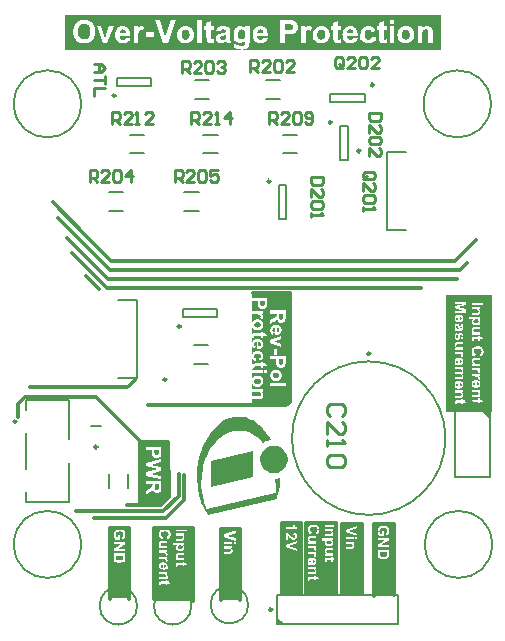
<source format=gto>
G04*
G04 #@! TF.GenerationSoftware,Altium Limited,Altium Designer,22.2.1 (43)*
G04*
G04 Layer_Color=16777215*
%FSLAX25Y25*%
%MOIN*%
G70*
G04*
G04 #@! TF.SameCoordinates,5435AC76-14FC-4701-A4E6-3609E34239AB*
G04*
G04*
G04 #@! TF.FilePolarity,Positive*
G04*
G01*
G75*
%ADD10C,0.00787*%
%ADD11C,0.00984*%
%ADD12C,0.01181*%
%ADD13C,0.01000*%
G36*
X76126Y69747D02*
X77443Y69509D01*
X78715Y69092D01*
X79317Y68798D01*
X79317Y68798D01*
X79317Y68798D01*
Y68798D01*
X79874Y68522D01*
X80929Y67863D01*
X81915Y67105D01*
X82822Y66255D01*
X83232Y65788D01*
X83232D01*
X83233Y65788D01*
X83611Y65354D01*
X84309Y64440D01*
X84945Y63481D01*
X85516Y62482D01*
X85767Y61964D01*
X85769Y61961D01*
X85769Y61954D01*
X85766Y61947D01*
X85760Y61943D01*
X85756Y61943D01*
D01*
X85756Y61943D01*
X85756D01*
Y61943D01*
X85756D01*
X85445Y61880D01*
X84832Y61711D01*
X84239Y61483D01*
X83671Y61198D01*
X83398Y61035D01*
X83398Y61035D01*
X83397Y61035D01*
X83395Y61034D01*
X83393Y61033D01*
X83391Y61033D01*
X83388D01*
X83385Y61034D01*
X83382Y61035D01*
X83380Y61037D01*
X83379Y61038D01*
X83379D01*
X83033Y61419D01*
X82302Y62143D01*
X81521Y62812D01*
X80695Y63424D01*
X80265Y63707D01*
X79750Y64001D01*
X78670Y64491D01*
X77537Y64844D01*
X76370Y65054D01*
X75779Y65105D01*
X75779Y65105D01*
D01*
X75778Y65105D01*
Y65105D01*
X75250Y65122D01*
X74194Y65063D01*
X73153Y64881D01*
X72140Y64578D01*
X71648Y64382D01*
X71648Y64382D01*
X71648Y64382D01*
X71073Y64113D01*
X69970Y63484D01*
X68939Y62743D01*
X67992Y61897D01*
X67553Y61438D01*
X67553Y61438D01*
X67553D01*
X67133Y60962D01*
X66352Y59961D01*
X65657Y58900D01*
X65050Y57785D01*
X64781Y57210D01*
X64781Y57209D01*
X64781D01*
X64528Y56654D01*
X64073Y55522D01*
X63688Y54363D01*
X63376Y53184D01*
X63247Y52587D01*
X63247Y52587D01*
Y52587D01*
X63116Y51915D01*
X62911Y50561D01*
X62782Y49199D01*
X62728Y47831D01*
X62729Y47147D01*
X62729D01*
X62729Y47146D01*
X62729D01*
X62752Y46371D01*
X62886Y44826D01*
X63138Y43296D01*
X63507Y41789D01*
X63734Y41048D01*
X63734Y41047D01*
X63734D01*
X63812Y40803D01*
X63980Y40318D01*
X64163Y39838D01*
X64361Y39365D01*
X64465Y39130D01*
X64465D01*
X87403Y44458D01*
X87676Y44521D01*
X87659Y45080D01*
X87602Y46196D01*
X87517Y47310D01*
X87403Y48422D01*
X87336Y48977D01*
X87335Y48983D01*
X87343Y48993D01*
X87355Y48994D01*
X87365Y48987D01*
X87366Y48981D01*
X87366D01*
X87366Y48980D01*
X87559Y48997D01*
X87973Y49054D01*
X88383Y49137D01*
X88786Y49246D01*
X88985Y49310D01*
X88968Y48420D01*
X88803Y46647D01*
X88508Y44892D01*
X88083Y43163D01*
X87812Y42332D01*
X87820Y42327D01*
X87823Y42315D01*
X87816Y42304D01*
X87810Y42303D01*
X64803Y36959D01*
X64802Y36959D01*
X64802Y36959D01*
X64801Y36959D01*
X64800Y36959D01*
X64798D01*
X64794Y36959D01*
X64791Y36961D01*
X64788Y36964D01*
X64787Y36965D01*
X64432Y37512D01*
X63792Y38649D01*
X63226Y39824D01*
X62735Y41033D01*
X62529Y41651D01*
X62528Y41652D01*
X62062Y43161D01*
X61473Y46265D01*
X61235Y49415D01*
X61352Y52572D01*
X61586Y54134D01*
X61586Y54134D01*
X61681Y54708D01*
X61925Y55846D01*
X62221Y56971D01*
X62570Y58082D01*
X62770Y58628D01*
Y58628D01*
X63002Y59263D01*
X63538Y60506D01*
X64144Y61716D01*
X64817Y62890D01*
X65187Y63456D01*
X65573Y64076D01*
X66452Y65243D01*
X67432Y66326D01*
X68504Y67318D01*
X69082Y67764D01*
X69082Y67764D01*
X69083Y67764D01*
X69634Y68172D01*
X70833Y68836D01*
X72110Y69336D01*
X73441Y69664D01*
X74123Y69739D01*
X74123Y69739D01*
X74123Y69739D01*
X74789Y69803D01*
X76126Y69747D01*
D02*
G37*
G36*
X88208Y59890D02*
X89037Y59546D01*
X89783Y59048D01*
X90418Y58413D01*
X90916Y57666D01*
X91260Y56837D01*
X91435Y55957D01*
Y55508D01*
Y55059D01*
X91260Y54179D01*
X90916Y53350D01*
X90418Y52604D01*
X89783Y51969D01*
X89037Y51470D01*
X88208Y51127D01*
X87327Y50952D01*
X86430D01*
X85549Y51127D01*
X84720Y51470D01*
X83974Y51969D01*
X83339Y52604D01*
X82841Y53350D01*
X82497Y54179D01*
X82322Y55059D01*
Y55508D01*
Y55957D01*
X82497Y56837D01*
X82841Y57666D01*
X83339Y58413D01*
X83974Y59048D01*
X84720Y59546D01*
X85549Y59890D01*
X86430Y60065D01*
X87327D01*
X88208Y59890D01*
D02*
G37*
G36*
X79921Y49518D02*
X65812Y46241D01*
Y54991D01*
X79921Y58268D01*
Y49518D01*
D02*
G37*
G36*
X142520Y192126D02*
X17323D01*
Y203543D01*
X142520D01*
Y192126D01*
D02*
G37*
G36*
X94589Y33858D02*
X95996D01*
Y10494D01*
X89382D01*
Y33858D01*
X90789D01*
D01*
X92978D01*
X93055Y33662D01*
X93137Y33487D01*
X93180Y33405D01*
X93229Y33329D01*
X93273Y33258D01*
X93317Y33192D01*
X93360Y33132D01*
X93399Y33077D01*
X93431Y33034D01*
X93464Y32996D01*
X93492Y32963D01*
X93508Y32941D01*
X93519Y32930D01*
X93524Y32925D01*
X90789D01*
Y32930D01*
Y32198D01*
X94589D01*
Y32788D01*
X94463Y32843D01*
X94349Y32914D01*
X94239Y32990D01*
X94152Y33067D01*
X94081Y33132D01*
X94027Y33192D01*
X94005Y33214D01*
X93988Y33230D01*
X93983Y33241D01*
X93977Y33247D01*
X93890Y33367D01*
X93814Y33481D01*
X93754Y33585D01*
X93710Y33678D01*
X93677Y33755D01*
X93650Y33809D01*
X93644Y33831D01*
X93639Y33847D01*
X93633Y33853D01*
Y33858D01*
X94589D01*
D01*
D02*
G37*
G36*
X70327Y30536D02*
Y31890D01*
X74106D01*
X70327Y30536D01*
D02*
G37*
G36*
X75524Y8525D02*
X68909D01*
Y31890D01*
X70327D01*
Y29711D01*
X74106Y28368D01*
D01*
Y29182D01*
X71310Y30104D01*
X74106Y31065D01*
Y31890D01*
X75524D01*
Y8525D01*
D02*
G37*
G36*
X102091Y33858D02*
X102847D01*
D01*
X103895D01*
X103895D01*
Y33094D01*
X107674D01*
Y10494D01*
X102847D01*
D01*
X98176D01*
Y33858D01*
X98242D01*
X100098D01*
X99935Y33853D01*
X99782Y33836D01*
X99634Y33815D01*
X99503Y33782D01*
X99378Y33749D01*
X99258Y33705D01*
X99154Y33662D01*
X99061Y33618D01*
X98974Y33574D01*
X98897Y33531D01*
X98837Y33487D01*
X98783Y33454D01*
X98744Y33421D01*
X98712Y33400D01*
X98695Y33383D01*
X98690Y33378D01*
X98597Y33285D01*
X98520Y33187D01*
X98449Y33083D01*
X98395Y32979D01*
X98346Y32875D01*
X98302Y32772D01*
X98269Y32673D01*
X98242Y32581D01*
X98220Y32488D01*
X98204Y32406D01*
X98193Y32329D01*
X98187Y32269D01*
X98182Y32215D01*
X98176Y32177D01*
Y33858D01*
D01*
Y30571D01*
D01*
Y32144D01*
X98182Y32029D01*
X98187Y31925D01*
X98204Y31822D01*
X98226Y31729D01*
X98247Y31642D01*
X98269Y31560D01*
X98297Y31483D01*
X98329Y31412D01*
X98357Y31352D01*
X98384Y31297D01*
X98406Y31248D01*
X98428Y31210D01*
X98449Y31177D01*
X98466Y31156D01*
X98471Y31145D01*
X98477Y31139D01*
X98537Y31068D01*
X98602Y31003D01*
X98750Y30883D01*
X98903Y30784D01*
X99050Y30708D01*
X99121Y30675D01*
X99187Y30648D01*
X99247Y30626D01*
X99296Y30604D01*
X99339Y30588D01*
X99372Y30577D01*
X99394Y30571D01*
X98176D01*
X99400D01*
X99629Y31314D01*
X99481Y31358D01*
X99356Y31407D01*
X99252Y31456D01*
X99165Y31510D01*
X99099Y31554D01*
X99056Y31592D01*
X99028Y31620D01*
X99017Y31631D01*
X98952Y31718D01*
X98908Y31805D01*
X98875Y31893D01*
X98848Y31969D01*
X98837Y32040D01*
X98832Y32100D01*
X98826Y32122D01*
Y32149D01*
X98832Y32226D01*
X98837Y32297D01*
X98875Y32428D01*
X98919Y32542D01*
X98979Y32635D01*
X99034Y32712D01*
X99077Y32766D01*
X99099Y32788D01*
X99116Y32805D01*
X99121Y32810D01*
X99127Y32815D01*
X99187Y32859D01*
X99258Y32897D01*
X99334Y32936D01*
X99416Y32963D01*
X99585Y33007D01*
X99755Y33039D01*
X99836Y33050D01*
X99907Y33056D01*
X99978Y33067D01*
X100038D01*
X100082Y33072D01*
X100120D01*
X100148D01*
X100153D01*
X100279Y33067D01*
X100393Y33061D01*
X100497Y33050D01*
X100595Y33034D01*
X100683Y33012D01*
X100765Y32990D01*
X100836Y32968D01*
X100901Y32941D01*
X100956Y32919D01*
X101005Y32897D01*
X101043Y32875D01*
X101076Y32854D01*
X101103Y32837D01*
X101119Y32826D01*
X101130Y32815D01*
X101136D01*
X101190Y32766D01*
X101240Y32712D01*
X101278Y32657D01*
X101311Y32597D01*
X101365Y32482D01*
X101403Y32373D01*
X101425Y32280D01*
X101431Y32237D01*
X101436Y32204D01*
X101442Y32171D01*
Y32133D01*
X101436Y32024D01*
X101414Y31925D01*
X101387Y31838D01*
X101354Y31762D01*
X101321Y31702D01*
X101294Y31658D01*
X101272Y31631D01*
X101267Y31620D01*
X101201Y31549D01*
X101125Y31483D01*
X101049Y31434D01*
X100972Y31396D01*
X100907Y31368D01*
X100857Y31352D01*
X100836Y31341D01*
X100819D01*
X100814Y31336D01*
X100808D01*
X100988Y30582D01*
X101147Y30637D01*
X101283Y30697D01*
X101403Y30762D01*
X101502Y30823D01*
X101578Y30883D01*
X101611Y30904D01*
X101638Y30926D01*
X101655Y30943D01*
X101671Y30959D01*
X101682Y30964D01*
Y30970D01*
X101753Y31052D01*
X101818Y31145D01*
X101873Y31232D01*
X101917Y31325D01*
X101960Y31423D01*
X101993Y31516D01*
X102020Y31609D01*
X102042Y31696D01*
X102059Y31778D01*
X102069Y31854D01*
X102080Y31920D01*
X102086Y31980D01*
X102091Y32029D01*
Y32095D01*
X102086Y32237D01*
X102069Y32379D01*
X102042Y32504D01*
X102009Y32630D01*
X101971Y32739D01*
X101927Y32848D01*
X101878Y32941D01*
X101829Y33028D01*
X101780Y33110D01*
X101731Y33176D01*
X101687Y33236D01*
X101649Y33285D01*
X101616Y33323D01*
X101589Y33351D01*
X101573Y33367D01*
X101567Y33372D01*
X101463Y33460D01*
X101354Y33531D01*
X101240Y33596D01*
X101119Y33651D01*
X100994Y33700D01*
X100874Y33738D01*
X100754Y33771D01*
X100639Y33798D01*
X100524Y33820D01*
X100426Y33831D01*
X100333Y33842D01*
X100257Y33853D01*
X100191D01*
X100142Y33858D01*
X102091D01*
D01*
D02*
G37*
G36*
X110878Y32111D02*
Y33465D01*
X114657D01*
X110878Y32111D01*
D02*
G37*
G36*
X116075Y10100D02*
X109460D01*
Y33465D01*
X110878D01*
Y31286D01*
X114657Y29943D01*
D01*
Y30756D01*
X111861Y31679D01*
X114657Y32640D01*
Y33465D01*
X116075D01*
Y10100D01*
D02*
G37*
G36*
X151814Y110458D02*
X159680D01*
Y71432D01*
X151814D01*
D01*
X144257D01*
Y110458D01*
X151814D01*
D01*
D02*
G37*
G36*
X52485Y32283D02*
X54289D01*
Y31519D01*
X58067D01*
Y32283D01*
X59659D01*
Y8325D01*
X46979D01*
Y32283D01*
X48570D01*
D01*
X50492D01*
X50328Y32278D01*
X50175Y32262D01*
X50028Y32240D01*
X49897Y32207D01*
X49771Y32174D01*
X49651Y32131D01*
X49548Y32087D01*
X49455Y32043D01*
X49367Y31999D01*
X49291Y31956D01*
X49231Y31912D01*
X49176Y31879D01*
X49138Y31847D01*
X49105Y31825D01*
X49089Y31808D01*
X49083Y31803D01*
X48991Y31710D01*
X48914Y31612D01*
X48843Y31508D01*
X48789Y31404D01*
X48739Y31301D01*
X48696Y31197D01*
X48663Y31099D01*
X48636Y31006D01*
X48614Y30913D01*
X48597Y30831D01*
X48587Y30755D01*
X48581Y30695D01*
X48576Y30640D01*
X48570Y30602D01*
Y30569D01*
X48576Y30454D01*
X48581Y30351D01*
X48597Y30247D01*
X48619Y30154D01*
X48641Y30067D01*
X48663Y29985D01*
X48690Y29908D01*
X48723Y29837D01*
X48750Y29777D01*
X48778Y29723D01*
X48799Y29674D01*
X48821Y29635D01*
X48843Y29603D01*
X48860Y29581D01*
X48865Y29570D01*
X48871Y29564D01*
X48931Y29493D01*
X48996Y29428D01*
X49143Y29308D01*
X49296Y29210D01*
X49444Y29133D01*
X49515Y29100D01*
X49580Y29073D01*
X49640Y29051D01*
X49689Y29029D01*
X49733Y29013D01*
X49766Y29002D01*
X49788Y28997D01*
X49793D01*
X50023Y29739D01*
X49875Y29783D01*
X49750Y29832D01*
X49646Y29881D01*
X49558Y29936D01*
X49493Y29979D01*
X49449Y30018D01*
X49422Y30045D01*
X49411Y30056D01*
X49345Y30143D01*
X49302Y30231D01*
X49269Y30318D01*
X49242Y30394D01*
X49231Y30465D01*
X49225Y30525D01*
X49220Y30547D01*
Y30575D01*
X49225Y30651D01*
X49231Y30722D01*
X49269Y30853D01*
X49313Y30968D01*
X49373Y31060D01*
X49427Y31137D01*
X49471Y31192D01*
X49493Y31213D01*
X49509Y31230D01*
X49515Y31235D01*
X49520Y31241D01*
X49580Y31284D01*
X49651Y31323D01*
X49728Y31361D01*
X49810Y31388D01*
X49979Y31432D01*
X50148Y31464D01*
X50230Y31475D01*
X50301Y31481D01*
X50372Y31492D01*
X50432D01*
X50476Y31497D01*
X50514D01*
X50541D01*
X50547D01*
X50672Y31492D01*
X50787Y31486D01*
X50891Y31475D01*
X50989Y31459D01*
X51076Y31437D01*
X51158Y31415D01*
X51229Y31394D01*
X51295Y31366D01*
X51349Y31344D01*
X51398Y31323D01*
X51437Y31301D01*
X51469Y31279D01*
X51497Y31262D01*
X51513Y31251D01*
X51524Y31241D01*
X51530D01*
X51584Y31192D01*
X51633Y31137D01*
X51671Y31082D01*
X51704Y31022D01*
X51759Y30907D01*
X51797Y30798D01*
X51819Y30705D01*
X51824Y30662D01*
X51830Y30629D01*
X51835Y30596D01*
Y30558D01*
X51830Y30449D01*
X51808Y30351D01*
X51781Y30263D01*
X51748Y30187D01*
X51715Y30127D01*
X51688Y30083D01*
X51666Y30056D01*
X51661Y30045D01*
X51595Y29974D01*
X51519Y29908D01*
X51442Y29859D01*
X51366Y29821D01*
X51300Y29794D01*
X51251Y29777D01*
X51229Y29766D01*
X51213D01*
X51207Y29761D01*
X51202D01*
X51382Y29008D01*
X51540Y29062D01*
X51677Y29122D01*
X51797Y29188D01*
X51895Y29248D01*
X51972Y29308D01*
X52004Y29330D01*
X52032Y29351D01*
X52048Y29368D01*
X52065Y29384D01*
X52075Y29390D01*
Y29395D01*
X52147Y29477D01*
X52212Y29570D01*
X52267Y29657D01*
X52310Y29750D01*
X52354Y29848D01*
X52387Y29941D01*
X52414Y30034D01*
X52436Y30121D01*
X52452Y30203D01*
X52463Y30280D01*
X52474Y30345D01*
X52480Y30405D01*
X52485Y30454D01*
Y30520D01*
X52480Y30662D01*
X52463Y30804D01*
X52436Y30929D01*
X52403Y31055D01*
X52365Y31164D01*
X52321Y31273D01*
X52272Y31366D01*
X52223Y31453D01*
X52174Y31535D01*
X52125Y31601D01*
X52081Y31661D01*
X52043Y31710D01*
X52010Y31748D01*
X51983Y31776D01*
X51966Y31792D01*
X51961Y31798D01*
X51857Y31885D01*
X51748Y31956D01*
X51633Y32021D01*
X51513Y32076D01*
X51388Y32125D01*
X51267Y32163D01*
X51147Y32196D01*
X51033Y32223D01*
X50918Y32245D01*
X50820Y32256D01*
X50727Y32267D01*
X50651Y32278D01*
X50585D01*
X50536Y32283D01*
X52485D01*
D01*
D02*
G37*
G36*
X81627Y101242D02*
X81795Y101213D01*
X81941Y101177D01*
X82057Y101126D01*
X82145Y101082D01*
X82218Y101038D01*
X82254Y101009D01*
X82269Y101002D01*
X82363Y100900D01*
X82436Y100790D01*
X82487Y100681D01*
X82524Y100579D01*
X82546Y100491D01*
X82553Y100426D01*
X82560Y100397D01*
Y100360D01*
X82546Y100222D01*
X82516Y100098D01*
X82465Y99996D01*
X82414Y99901D01*
X82363Y99828D01*
X82312Y99770D01*
X82283Y99740D01*
X82269Y99726D01*
X82152Y99638D01*
X82013Y99573D01*
X81875Y99529D01*
X81744Y99493D01*
X81627Y99478D01*
X81569Y99471D01*
X81525D01*
X81489Y99463D01*
X81459D01*
X81445D01*
X81437D01*
X81248Y99478D01*
X81073Y99507D01*
X80935Y99544D01*
X80811Y99595D01*
X80723Y99646D01*
X80650Y99682D01*
X80614Y99711D01*
X80599Y99726D01*
X80504Y99828D01*
X80431Y99930D01*
X80388Y100039D01*
X80351Y100141D01*
X80330Y100229D01*
X80322Y100294D01*
X80315Y100324D01*
Y100360D01*
X80330Y100499D01*
X80359Y100622D01*
X80402Y100732D01*
X80461Y100819D01*
X80512Y100900D01*
X80555Y100958D01*
X80585Y100987D01*
X80599Y101002D01*
X80716Y101089D01*
X80854Y101147D01*
X80993Y101191D01*
X81131Y101228D01*
X81248Y101242D01*
X81299Y101250D01*
X81350D01*
X81387Y101257D01*
X81416D01*
X81430D01*
X81437D01*
X81627Y101242D01*
D02*
G37*
G36*
X85661Y111163D02*
X91857D01*
Y73876D01*
X85661D01*
Y73877D01*
X79528D01*
Y79664D01*
X80099D01*
X79528D01*
Y81552D01*
X79535Y81399D01*
X79549Y81260D01*
X79579Y81122D01*
X79615Y80998D01*
X79651Y80874D01*
X79695Y80765D01*
X79746Y80663D01*
X79797Y80568D01*
X79848Y80488D01*
X79899Y80415D01*
X79943Y80349D01*
X79979Y80298D01*
X80016Y80254D01*
X80045Y80225D01*
X80060Y80211D01*
X80067Y80203D01*
X80176Y80108D01*
X80286Y80028D01*
X80395Y79955D01*
X80512Y79890D01*
X80628Y79839D01*
X80745Y79795D01*
X80854Y79759D01*
X80964Y79729D01*
X81059Y79707D01*
X81153Y79693D01*
X81233Y79678D01*
X81306Y79671D01*
X81365Y79664D01*
X83347D01*
X81445D01*
X81598Y79671D01*
X81744Y79686D01*
X81875Y79715D01*
X82006Y79744D01*
X82123Y79788D01*
X82239Y79831D01*
X82341Y79883D01*
X82436Y79926D01*
X82516Y79977D01*
X82597Y80028D01*
X82655Y80072D01*
X82713Y80116D01*
X82750Y80145D01*
X82786Y80174D01*
X82801Y80189D01*
X82808Y80196D01*
X82903Y80298D01*
X82983Y80407D01*
X83056Y80517D01*
X83122Y80633D01*
X83173Y80750D01*
X83216Y80859D01*
X83253Y80969D01*
X83282Y81078D01*
X83304Y81173D01*
X83318Y81268D01*
X83333Y81348D01*
X83340Y81421D01*
X83347Y81479D01*
Y81559D01*
X83340Y81756D01*
X83311Y81938D01*
X83275Y82106D01*
X83231Y82252D01*
X83202Y82310D01*
X83180Y82368D01*
X83165Y82419D01*
X83143Y82456D01*
X83129Y82492D01*
X83114Y82514D01*
X83107Y82529D01*
Y82536D01*
X83005Y82689D01*
X82896Y82820D01*
X82779Y82937D01*
X82670Y83032D01*
X82568Y83105D01*
X82487Y83163D01*
X82458Y83185D01*
X82436Y83192D01*
X82422Y83207D01*
X82414D01*
X82247Y83287D01*
X82079Y83338D01*
X81926Y83382D01*
X81788Y83411D01*
X81664Y83425D01*
X81612Y83433D01*
X81569D01*
X81540Y83440D01*
X81489D01*
X81263Y83433D01*
X81051Y83403D01*
X80869Y83367D01*
X80789Y83345D01*
X80716Y83323D01*
X80650Y83302D01*
X80592Y83280D01*
X80541Y83258D01*
X80497Y83243D01*
X80461Y83229D01*
X80439Y83214D01*
X80424Y83207D01*
X80417D01*
X80264Y83105D01*
X80133Y82995D01*
X80016Y82879D01*
X79921Y82769D01*
X79848Y82667D01*
X79797Y82587D01*
X79775Y82558D01*
X79761Y82536D01*
X79754Y82521D01*
Y82514D01*
X79681Y82339D01*
X79622Y82171D01*
X79586Y82011D01*
X79557Y81858D01*
X79542Y81734D01*
X79535Y81683D01*
Y81639D01*
X79528Y81603D01*
Y83440D01*
X79528D01*
Y85765D01*
X84565D01*
Y87923D01*
Y86509D01*
X83996Y87479D01*
X83267D01*
Y87923D01*
X81670D01*
X82495D01*
Y87479D01*
X80898D01*
X80803D01*
X80723D01*
X80643D01*
X80577Y87471D01*
X80461D01*
X80366Y87464D01*
X80293Y87457D01*
X80249D01*
X80220Y87450D01*
X80213D01*
X80133Y87435D01*
X80060Y87413D01*
X79994Y87391D01*
X79943Y87369D01*
X79899Y87347D01*
X79870Y87333D01*
X79848Y87326D01*
X79841Y87318D01*
X79790Y87274D01*
X79746Y87224D01*
X79673Y87121D01*
X79651Y87078D01*
X79630Y87041D01*
X79622Y87012D01*
X79615Y87005D01*
X79586Y86925D01*
X79564Y86844D01*
X79549Y86764D01*
X79542Y86691D01*
X79535Y86626D01*
X79528Y86575D01*
Y87923D01*
X79528D01*
Y88215D01*
X79963D01*
X79528D01*
Y89913D01*
X79535Y89782D01*
X79542Y89666D01*
X79557Y89549D01*
X79579Y89440D01*
X79601Y89338D01*
X79630Y89250D01*
X79659Y89163D01*
X79695Y89090D01*
X79724Y89017D01*
X79754Y88959D01*
X79783Y88907D01*
X79805Y88864D01*
X79826Y88835D01*
X79841Y88813D01*
X79856Y88798D01*
Y88791D01*
X79921Y88718D01*
X79994Y88645D01*
X80155Y88521D01*
X80315Y88419D01*
X80475Y88346D01*
X80621Y88288D01*
X80687Y88266D01*
X80738Y88244D01*
X80781Y88230D01*
X80818Y88222D01*
X80840Y88215D01*
X80847D01*
X81007Y89163D01*
X80876Y89192D01*
X80760Y89236D01*
X80665Y89272D01*
X80592Y89316D01*
X80534Y89359D01*
X80497Y89389D01*
X80475Y89411D01*
X80468Y89418D01*
X80417Y89491D01*
X80380Y89564D01*
X80351Y89636D01*
X80337Y89709D01*
X80322Y89775D01*
X80315Y89826D01*
Y89870D01*
X80330Y90001D01*
X80359Y90118D01*
X80395Y90212D01*
X80446Y90300D01*
X80497Y90365D01*
X80534Y90409D01*
X80563Y90446D01*
X80577Y90453D01*
X80636Y90489D01*
X80694Y90526D01*
X80832Y90577D01*
X80986Y90621D01*
X81139Y90642D01*
X81284Y90657D01*
X81343Y90664D01*
X81394D01*
X81437Y90672D01*
X81474D01*
X81496D01*
X81503D01*
X81605D01*
X81707Y90664D01*
X81795Y90650D01*
X81882Y90635D01*
X81955Y90621D01*
X82021Y90606D01*
X82137Y90562D01*
X82225Y90526D01*
X82283Y90489D01*
X82320Y90468D01*
X82334Y90460D01*
X82422Y90373D01*
X82480Y90278D01*
X82524Y90183D01*
X82560Y90096D01*
X82575Y90008D01*
X82582Y89943D01*
X82589Y89899D01*
Y89884D01*
X82582Y89790D01*
X82568Y89702D01*
X82546Y89629D01*
X82516Y89564D01*
X82487Y89512D01*
X82465Y89476D01*
X82451Y89454D01*
X82444Y89447D01*
X82385Y89389D01*
X82320Y89338D01*
X82247Y89301D01*
X82181Y89265D01*
X82116Y89243D01*
X82064Y89228D01*
X82035Y89221D01*
X82021D01*
X82196Y88266D01*
X82400Y88339D01*
X82575Y88426D01*
X82721Y88521D01*
X82845Y88616D01*
X82939Y88703D01*
X83005Y88769D01*
X83027Y88798D01*
X83041Y88820D01*
X83056Y88827D01*
Y88835D01*
X83151Y88995D01*
X83224Y89170D01*
X83275Y89345D01*
X83311Y89512D01*
X83326Y89593D01*
X83333Y89666D01*
X83340Y89731D01*
Y89790D01*
X83347Y89833D01*
Y89899D01*
X83340Y90045D01*
X83326Y90183D01*
X83304Y90322D01*
X83267Y90438D01*
X83231Y90555D01*
X83187Y90664D01*
X83143Y90759D01*
X83092Y90847D01*
X83049Y90927D01*
X82998Y90992D01*
X82954Y91051D01*
X82917Y91102D01*
X82881Y91138D01*
X82859Y91167D01*
X82845Y91182D01*
X82837Y91189D01*
X82735Y91269D01*
X82633Y91342D01*
X82524Y91408D01*
X82407Y91466D01*
X82291Y91510D01*
X82174Y91546D01*
X81948Y91605D01*
X81839Y91627D01*
X81744Y91641D01*
X81656Y91649D01*
X81576Y91656D01*
X81518Y91663D01*
X83347D01*
X81015D01*
X81430D01*
X81270Y91656D01*
X81109Y91641D01*
X80971Y91619D01*
X80832Y91590D01*
X80709Y91554D01*
X80592Y91510D01*
X80490Y91474D01*
X80395Y91422D01*
X80308Y91379D01*
X80235Y91342D01*
X80176Y91299D01*
X80125Y91262D01*
X80082Y91233D01*
X80052Y91211D01*
X80038Y91197D01*
X80031Y91189D01*
X79943Y91094D01*
X79863Y91000D01*
X79797Y90898D01*
X79739Y90788D01*
X79688Y90686D01*
X79651Y90577D01*
X79615Y90475D01*
X79593Y90373D01*
X79571Y90278D01*
X79557Y90191D01*
X79542Y90110D01*
X79535Y90045D01*
X79528Y89994D01*
Y91663D01*
X79528D01*
Y92239D01*
X83347D01*
X81357D01*
X81540Y92254D01*
X81715Y92276D01*
X81875Y92305D01*
X82028Y92341D01*
X82159Y92378D01*
X82283Y92421D01*
X82393Y92465D01*
X82487Y92509D01*
X82575Y92553D01*
X82640Y92589D01*
X82699Y92625D01*
X82743Y92655D01*
X82779Y92676D01*
X82793Y92691D01*
X82801Y92698D01*
X82896Y92786D01*
X82983Y92888D01*
X83056Y92990D01*
X83114Y93092D01*
X83173Y93201D01*
X83216Y93311D01*
X83253Y93413D01*
X83282Y93515D01*
X83304Y93609D01*
X83318Y93697D01*
X83333Y93777D01*
X83340Y93843D01*
X83347Y93901D01*
Y93981D01*
X83340Y94112D01*
X83326Y94236D01*
X83297Y94360D01*
X83267Y94470D01*
X83231Y94579D01*
X83187Y94674D01*
X83136Y94769D01*
X83092Y94849D01*
X83041Y94922D01*
X82990Y94987D01*
X82947Y95046D01*
X82910Y95089D01*
X82881Y95126D01*
X82852Y95155D01*
X82837Y95170D01*
X82830Y95177D01*
X82728Y95257D01*
X82618Y95330D01*
X82509Y95396D01*
X82393Y95454D01*
X82269Y95498D01*
X82152Y95534D01*
X81926Y95592D01*
X81817Y95614D01*
X81722Y95629D01*
X81634Y95636D01*
X81561Y95643D01*
X81496Y95651D01*
X81408D01*
X81270Y95643D01*
X81131Y95636D01*
X81007Y95614D01*
X80891Y95592D01*
X80774Y95570D01*
X80672Y95534D01*
X80577Y95505D01*
X80490Y95468D01*
X80410Y95439D01*
X80344Y95403D01*
X80286Y95374D01*
X80235Y95352D01*
X80198Y95323D01*
X80169Y95308D01*
X80155Y95301D01*
X80147Y95293D01*
X80038Y95199D01*
X79943Y95104D01*
X79863Y94995D01*
X79790Y94878D01*
X79732Y94761D01*
X79681Y94645D01*
X79637Y94528D01*
X79608Y94411D01*
X79579Y94309D01*
X79564Y94207D01*
X79549Y94112D01*
X79535Y94032D01*
Y93967D01*
X79528Y93923D01*
Y95651D01*
X79528D01*
Y95957D01*
X84565D01*
Y98115D01*
Y96701D01*
X83996Y97670D01*
X83267D01*
Y98115D01*
X81685D01*
X82495D01*
Y97670D01*
X80898D01*
X80803D01*
X80723D01*
X80643D01*
X80577Y97663D01*
X80461D01*
X80366Y97655D01*
X80293Y97648D01*
X80249D01*
X80220Y97641D01*
X80213D01*
X80133Y97626D01*
X80060Y97604D01*
X79994Y97583D01*
X79943Y97561D01*
X79899Y97539D01*
X79870Y97524D01*
X79848Y97517D01*
X79841Y97510D01*
X79790Y97466D01*
X79746Y97415D01*
X79673Y97313D01*
X79651Y97269D01*
X79630Y97233D01*
X79622Y97203D01*
X79615Y97196D01*
X79586Y97116D01*
X79564Y97036D01*
X79549Y96956D01*
X79542Y96883D01*
X79535Y96817D01*
X79528Y96766D01*
Y98115D01*
X79528D01*
Y98472D01*
X80110D01*
X79528D01*
Y100360D01*
X79535Y100207D01*
X79549Y100068D01*
X79579Y99930D01*
X79615Y99806D01*
X79651Y99682D01*
X79695Y99573D01*
X79746Y99471D01*
X79797Y99376D01*
X79848Y99296D01*
X79899Y99223D01*
X79943Y99157D01*
X79979Y99106D01*
X80016Y99063D01*
X80045Y99033D01*
X80060Y99019D01*
X80067Y99011D01*
X80176Y98917D01*
X80286Y98836D01*
X80395Y98764D01*
X80512Y98698D01*
X80628Y98647D01*
X80745Y98603D01*
X80854Y98567D01*
X80964Y98538D01*
X81059Y98516D01*
X81153Y98501D01*
X81233Y98487D01*
X81306Y98479D01*
X81365Y98472D01*
X83347D01*
X81445D01*
X81598Y98479D01*
X81744Y98494D01*
X81875Y98523D01*
X82006Y98552D01*
X82123Y98596D01*
X82239Y98640D01*
X82341Y98691D01*
X82436Y98734D01*
X82516Y98785D01*
X82597Y98836D01*
X82655Y98880D01*
X82713Y98924D01*
X82750Y98953D01*
X82786Y98982D01*
X82801Y98997D01*
X82808Y99004D01*
X82903Y99106D01*
X82983Y99216D01*
X83056Y99325D01*
X83122Y99441D01*
X83173Y99558D01*
X83216Y99668D01*
X83253Y99777D01*
X83282Y99886D01*
X83304Y99981D01*
X83318Y100076D01*
X83333Y100156D01*
X83340Y100229D01*
X83347Y100287D01*
Y100367D01*
X83340Y100564D01*
X83311Y100746D01*
X83275Y100914D01*
X83231Y101060D01*
X83202Y101118D01*
X83180Y101177D01*
X83165Y101228D01*
X83143Y101264D01*
X83129Y101301D01*
X83114Y101322D01*
X83107Y101337D01*
Y101344D01*
X83005Y101497D01*
X82896Y101628D01*
X82779Y101745D01*
X82670Y101840D01*
X82568Y101913D01*
X82487Y101971D01*
X82458Y101993D01*
X82436Y102000D01*
X82422Y102015D01*
X82414D01*
X82247Y102095D01*
X82079Y102146D01*
X81926Y102190D01*
X81788Y102219D01*
X81664Y102234D01*
X81612Y102241D01*
X81569D01*
X81540Y102248D01*
X81489D01*
X81263Y102241D01*
X81051Y102212D01*
X80869Y102175D01*
X80789Y102153D01*
X80716Y102131D01*
X80650Y102110D01*
X80592Y102088D01*
X80541Y102066D01*
X80497Y102051D01*
X80461Y102037D01*
X80439Y102022D01*
X80424Y102015D01*
X80417D01*
X80264Y101913D01*
X80133Y101804D01*
X80016Y101687D01*
X79921Y101577D01*
X79848Y101475D01*
X79797Y101395D01*
X79775Y101366D01*
X79761Y101344D01*
X79754Y101330D01*
Y101322D01*
X79681Y101147D01*
X79622Y100980D01*
X79586Y100819D01*
X79557Y100666D01*
X79542Y100542D01*
X79535Y100491D01*
Y100448D01*
X79528Y100411D01*
Y102248D01*
X79528D01*
Y111163D01*
X85661D01*
Y111163D01*
D02*
G37*
G36*
X84565Y95957D02*
X79666D01*
X80417Y96044D01*
X80388Y96132D01*
X80366Y96212D01*
X80351Y96278D01*
X80344Y96336D01*
X80337Y96380D01*
X80330Y96409D01*
Y96438D01*
X80337Y96504D01*
X80351Y96555D01*
X80366Y96584D01*
X80373Y96598D01*
X80417Y96642D01*
X80453Y96664D01*
X80483Y96679D01*
X80497Y96686D01*
X80512D01*
X80541Y96693D01*
X80607D01*
X80694D01*
X80781Y96701D01*
X80869D01*
X80942D01*
X80971D01*
X80993D01*
X81007D01*
X81015D01*
X82495D01*
Y96037D01*
X83267D01*
Y96701D01*
X84565D01*
Y95957D01*
D02*
G37*
G36*
X79535Y96569D02*
X79549Y96424D01*
X79571Y96292D01*
X79601Y96183D01*
X79622Y96088D01*
X79644Y96015D01*
X79659Y95972D01*
X79666Y95964D01*
Y95957D01*
X79528D01*
Y96722D01*
X79535Y96569D01*
D02*
G37*
G36*
X81882Y94637D02*
X82006Y94616D01*
X82116Y94586D01*
X82203Y94543D01*
X82276Y94506D01*
X82327Y94470D01*
X82363Y94448D01*
X82371Y94441D01*
X82451Y94360D01*
X82509Y94273D01*
X82546Y94185D01*
X82575Y94105D01*
X82589Y94032D01*
X82604Y93974D01*
Y93923D01*
X82597Y93814D01*
X82568Y93719D01*
X82531Y93631D01*
X82495Y93559D01*
X82451Y93500D01*
X82414Y93456D01*
X82385Y93427D01*
X82378Y93420D01*
X82291Y93354D01*
X82188Y93296D01*
X82079Y93260D01*
X81977Y93230D01*
X81889Y93216D01*
X81809Y93209D01*
X81780Y93201D01*
X81766D01*
X81751D01*
X81744D01*
Y94645D01*
X81882Y94637D01*
D02*
G37*
G36*
X81153Y92239D02*
X79528D01*
Y93879D01*
X79542Y93668D01*
X79571Y93471D01*
X79615Y93303D01*
X79666Y93158D01*
X79695Y93092D01*
X79717Y93041D01*
X79739Y92990D01*
X79761Y92953D01*
X79783Y92924D01*
X79790Y92895D01*
X79805Y92888D01*
Y92880D01*
X79921Y92742D01*
X80045Y92618D01*
X80184Y92516D01*
X80315Y92436D01*
X80431Y92370D01*
X80483Y92348D01*
X80526Y92326D01*
X80563Y92312D01*
X80592Y92297D01*
X80607Y92290D01*
X80614D01*
X80774Y93252D01*
X80679Y93289D01*
X80592Y93325D01*
X80526Y93362D01*
X80468Y93405D01*
X80424Y93435D01*
X80395Y93464D01*
X80380Y93486D01*
X80373Y93493D01*
X80330Y93551D01*
X80300Y93617D01*
X80278Y93682D01*
X80264Y93741D01*
X80257Y93792D01*
X80249Y93836D01*
Y93872D01*
X80257Y93989D01*
X80286Y94098D01*
X80322Y94200D01*
X80366Y94280D01*
X80410Y94346D01*
X80446Y94390D01*
X80475Y94426D01*
X80483Y94433D01*
X80577Y94506D01*
X80687Y94557D01*
X80803Y94601D01*
X80905Y94630D01*
X81007Y94645D01*
X81080Y94652D01*
X81109Y94659D01*
X81131D01*
X81146D01*
X81153D01*
Y92239D01*
D02*
G37*
G36*
X84565Y85765D02*
X79666D01*
X80417Y85853D01*
X80388Y85940D01*
X80366Y86021D01*
X80351Y86086D01*
X80344Y86145D01*
X80337Y86188D01*
X80330Y86217D01*
Y86247D01*
X80337Y86312D01*
X80351Y86363D01*
X80366Y86392D01*
X80373Y86407D01*
X80417Y86451D01*
X80453Y86473D01*
X80483Y86487D01*
X80497Y86494D01*
X80512D01*
X80541Y86502D01*
X80607D01*
X80694D01*
X80781Y86509D01*
X80869D01*
X80942D01*
X80971D01*
X80993D01*
X81007D01*
X81015D01*
X82495D01*
Y85846D01*
X83267D01*
Y86509D01*
X84565D01*
Y85765D01*
D02*
G37*
G36*
X79535Y86378D02*
X79549Y86232D01*
X79571Y86101D01*
X79601Y85992D01*
X79622Y85897D01*
X79644Y85824D01*
X79659Y85780D01*
X79666Y85773D01*
Y85765D01*
X79528D01*
Y86531D01*
X79535Y86378D01*
D02*
G37*
G36*
X81627Y82434D02*
X81795Y82405D01*
X81941Y82368D01*
X82057Y82317D01*
X82145Y82274D01*
X82218Y82230D01*
X82254Y82201D01*
X82269Y82193D01*
X82363Y82091D01*
X82436Y81982D01*
X82487Y81873D01*
X82524Y81771D01*
X82546Y81683D01*
X82553Y81617D01*
X82560Y81588D01*
Y81552D01*
X82546Y81413D01*
X82516Y81289D01*
X82465Y81187D01*
X82414Y81093D01*
X82363Y81020D01*
X82312Y80961D01*
X82283Y80932D01*
X82269Y80918D01*
X82152Y80830D01*
X82013Y80765D01*
X81875Y80721D01*
X81744Y80684D01*
X81627Y80670D01*
X81569Y80663D01*
X81525D01*
X81489Y80655D01*
X81459D01*
X81445D01*
X81437D01*
X81248Y80670D01*
X81073Y80699D01*
X80935Y80735D01*
X80811Y80786D01*
X80723Y80838D01*
X80650Y80874D01*
X80614Y80903D01*
X80599Y80918D01*
X80504Y81020D01*
X80431Y81122D01*
X80388Y81231D01*
X80351Y81333D01*
X80330Y81421D01*
X80322Y81486D01*
X80315Y81515D01*
Y81552D01*
X80330Y81690D01*
X80359Y81814D01*
X80402Y81924D01*
X80461Y82011D01*
X80512Y82091D01*
X80555Y82150D01*
X80585Y82179D01*
X80599Y82193D01*
X80716Y82281D01*
X80854Y82339D01*
X80993Y82383D01*
X81131Y82419D01*
X81248Y82434D01*
X81299Y82441D01*
X81350D01*
X81387Y82449D01*
X81416D01*
X81430D01*
X81437D01*
X81627Y82434D01*
D02*
G37*
G36*
X51563Y42126D02*
X42138D01*
Y61453D01*
X51563D01*
Y42126D01*
D02*
G37*
G36*
X125358Y33465D02*
X126705D01*
Y10100D01*
X120090D01*
Y33465D01*
X121437D01*
D01*
X123408D01*
X123206Y33454D01*
X123021Y33432D01*
X122852Y33394D01*
X122770Y33377D01*
X122699Y33355D01*
X122633Y33334D01*
X122573Y33317D01*
X122524Y33295D01*
X122480Y33279D01*
X122448Y33268D01*
X122420Y33257D01*
X122404Y33246D01*
X122398D01*
X122234Y33153D01*
X122093Y33050D01*
X121967Y32940D01*
X121869Y32831D01*
X121825Y32782D01*
X121787Y32733D01*
X121754Y32695D01*
X121732Y32656D01*
X121710Y32629D01*
X121694Y32602D01*
X121688Y32591D01*
X121683Y32585D01*
X121639Y32498D01*
X121601Y32416D01*
X121541Y32236D01*
X121497Y32061D01*
X121470Y31903D01*
X121459Y31827D01*
X121448Y31761D01*
X121443Y31701D01*
Y31646D01*
X121437Y31608D01*
Y31641D01*
Y31548D01*
X121443Y31373D01*
X121465Y31210D01*
X121492Y31051D01*
X121525Y30915D01*
X121541Y30855D01*
X121557Y30800D01*
X121574Y30751D01*
X121585Y30707D01*
X121596Y30674D01*
X121607Y30653D01*
X121612Y30636D01*
Y30631D01*
X121678Y30467D01*
X121749Y30331D01*
X121820Y30210D01*
X121880Y30107D01*
X121934Y30030D01*
X121956Y30003D01*
X121978Y29976D01*
X121994Y29959D01*
X122005Y29943D01*
X122016Y29932D01*
X125358D01*
X123534D01*
Y31575D01*
X122895D01*
Y30702D01*
X122409D01*
X122360Y30767D01*
X122316Y30838D01*
X122278Y30909D01*
X122246Y30975D01*
X122218Y31029D01*
X122196Y31078D01*
X122185Y31106D01*
X122180Y31111D01*
Y31117D01*
X122147Y31204D01*
X122125Y31291D01*
X122109Y31373D01*
X122098Y31444D01*
X122093Y31510D01*
X122087Y31554D01*
Y31597D01*
X122093Y31685D01*
X122104Y31772D01*
X122120Y31848D01*
X122142Y31925D01*
X122196Y32061D01*
X122224Y32116D01*
X122256Y32171D01*
X122289Y32220D01*
X122316Y32263D01*
X122349Y32296D01*
X122371Y32329D01*
X122393Y32351D01*
X122409Y32367D01*
X122420Y32378D01*
X122426Y32383D01*
X122491Y32433D01*
X122568Y32482D01*
X122644Y32520D01*
X122726Y32553D01*
X122895Y32607D01*
X123059Y32640D01*
X123135Y32651D01*
X123212Y32662D01*
X123272Y32667D01*
X123332Y32673D01*
X123376Y32678D01*
X123414D01*
X123436D01*
X123441D01*
X123556Y32673D01*
X123660Y32667D01*
X123763Y32651D01*
X123856Y32635D01*
X123938Y32613D01*
X124014Y32585D01*
X124085Y32558D01*
X124151Y32531D01*
X124206Y32509D01*
X124255Y32482D01*
X124293Y32454D01*
X124326Y32433D01*
X124353Y32416D01*
X124369Y32400D01*
X124380Y32394D01*
X124386Y32389D01*
X124440Y32329D01*
X124495Y32269D01*
X124533Y32203D01*
X124571Y32138D01*
X124604Y32072D01*
X124632Y32007D01*
X124670Y31881D01*
X124681Y31821D01*
X124691Y31767D01*
X124697Y31717D01*
X124703Y31674D01*
X124708Y31641D01*
Y31592D01*
X124703Y31472D01*
X124681Y31368D01*
X124659Y31275D01*
X124626Y31193D01*
X124599Y31133D01*
X124571Y31084D01*
X124550Y31057D01*
X124544Y31046D01*
X124479Y30969D01*
X124408Y30904D01*
X124337Y30849D01*
X124266Y30811D01*
X124200Y30778D01*
X124151Y30756D01*
X124118Y30746D01*
X124113Y30740D01*
X124107D01*
X124249Y29981D01*
X124342Y30003D01*
X124435Y30036D01*
X124517Y30068D01*
X124593Y30112D01*
X124670Y30150D01*
X124735Y30194D01*
X124795Y30238D01*
X124850Y30281D01*
X124899Y30325D01*
X124943Y30363D01*
X124981Y30396D01*
X125008Y30429D01*
X125030Y30456D01*
X125052Y30478D01*
X125057Y30489D01*
X125063Y30494D01*
X125117Y30571D01*
X125161Y30653D01*
X125199Y30740D01*
X125232Y30833D01*
X125287Y31013D01*
X125319Y31188D01*
X125336Y31270D01*
X125341Y31346D01*
X125347Y31417D01*
X125352Y31477D01*
X125358Y31526D01*
Y31592D01*
X125352Y31788D01*
X125330Y31963D01*
X125314Y32039D01*
X125298Y32116D01*
X125281Y32187D01*
X125265Y32247D01*
X125243Y32302D01*
X125227Y32356D01*
X125210Y32394D01*
X125199Y32433D01*
X125183Y32460D01*
X125178Y32482D01*
X125167Y32493D01*
Y32498D01*
X125068Y32667D01*
X125008Y32738D01*
X124954Y32809D01*
X124894Y32875D01*
X124834Y32935D01*
X124773Y32989D01*
X124719Y33039D01*
X124664Y33077D01*
X124615Y33115D01*
X124571Y33148D01*
X124533Y33175D01*
X124500Y33192D01*
X124479Y33208D01*
X124462Y33213D01*
X124457Y33219D01*
X124369Y33263D01*
X124282Y33301D01*
X124102Y33361D01*
X123922Y33404D01*
X123763Y33432D01*
X123687Y33443D01*
X123621Y33454D01*
X123561Y33459D01*
X123507D01*
X123468Y33465D01*
X125358D01*
D01*
D02*
G37*
G36*
X37393Y32283D02*
X38740D01*
Y9219D01*
X32126D01*
Y32283D01*
X33473D01*
D01*
X35444D01*
X35242Y32272D01*
X35056Y32251D01*
X34887Y32212D01*
X34805Y32196D01*
X34734Y32174D01*
X34669Y32152D01*
X34609Y32136D01*
X34560Y32114D01*
X34516Y32098D01*
X34483Y32087D01*
X34456Y32076D01*
X34439Y32065D01*
X34434D01*
X34270Y31972D01*
X34128Y31868D01*
X34003Y31759D01*
X33904Y31650D01*
X33861Y31601D01*
X33822Y31552D01*
X33790Y31514D01*
X33768Y31475D01*
X33746Y31448D01*
X33730Y31421D01*
X33724Y31410D01*
X33719Y31404D01*
X33675Y31317D01*
X33637Y31235D01*
X33577Y31055D01*
X33533Y30880D01*
X33506Y30722D01*
X33495Y30645D01*
X33484Y30580D01*
X33478Y30520D01*
Y30465D01*
X33473Y30427D01*
Y30460D01*
Y30367D01*
X33478Y30192D01*
X33500Y30029D01*
X33527Y29870D01*
X33560Y29734D01*
X33577Y29674D01*
X33593Y29619D01*
X33609Y29570D01*
X33620Y29526D01*
X33631Y29493D01*
X33642Y29472D01*
X33648Y29455D01*
Y29450D01*
X33713Y29286D01*
X33784Y29149D01*
X33855Y29029D01*
X33915Y28926D01*
X33970Y28849D01*
X33992Y28822D01*
X34014Y28795D01*
X34030Y28778D01*
X34041Y28762D01*
X34052Y28751D01*
X37393D01*
X35570D01*
Y30394D01*
X34931D01*
Y29521D01*
X34445D01*
X34396Y29586D01*
X34352Y29657D01*
X34314Y29728D01*
X34281Y29794D01*
X34254Y29848D01*
X34232Y29897D01*
X34221Y29925D01*
X34216Y29930D01*
Y29936D01*
X34183Y30023D01*
X34161Y30110D01*
X34144Y30192D01*
X34134Y30263D01*
X34128Y30329D01*
X34123Y30373D01*
Y30416D01*
X34128Y30503D01*
X34139Y30591D01*
X34155Y30667D01*
X34177Y30744D01*
X34232Y30880D01*
X34259Y30935D01*
X34292Y30989D01*
X34325Y31039D01*
X34352Y31082D01*
X34385Y31115D01*
X34407Y31148D01*
X34428Y31170D01*
X34445Y31186D01*
X34456Y31197D01*
X34461Y31202D01*
X34527Y31251D01*
X34603Y31301D01*
X34680Y31339D01*
X34762Y31372D01*
X34931Y31426D01*
X35094Y31459D01*
X35171Y31470D01*
X35247Y31481D01*
X35307Y31486D01*
X35368Y31492D01*
X35411Y31497D01*
X35449D01*
X35471D01*
X35477D01*
X35591Y31492D01*
X35695Y31486D01*
X35799Y31470D01*
X35892Y31453D01*
X35974Y31432D01*
X36050Y31404D01*
X36121Y31377D01*
X36187Y31350D01*
X36241Y31328D01*
X36290Y31301D01*
X36329Y31273D01*
X36361Y31251D01*
X36389Y31235D01*
X36405Y31219D01*
X36416Y31213D01*
X36421Y31208D01*
X36476Y31148D01*
X36531Y31088D01*
X36569Y31022D01*
X36607Y30957D01*
X36640Y30891D01*
X36667Y30826D01*
X36705Y30700D01*
X36716Y30640D01*
X36727Y30585D01*
X36733Y30536D01*
X36738Y30493D01*
X36744Y30460D01*
Y30411D01*
X36738Y30291D01*
X36716Y30187D01*
X36694Y30094D01*
X36662Y30012D01*
X36634Y29952D01*
X36607Y29903D01*
X36585Y29876D01*
X36580Y29865D01*
X36514Y29788D01*
X36443Y29723D01*
X36372Y29668D01*
X36301Y29630D01*
X36236Y29597D01*
X36187Y29575D01*
X36154Y29564D01*
X36148Y29559D01*
X36143D01*
X36285Y28800D01*
X36378Y28822D01*
X36470Y28855D01*
X36552Y28887D01*
X36629Y28931D01*
X36705Y28969D01*
X36771Y29013D01*
X36831Y29057D01*
X36885Y29100D01*
X36935Y29144D01*
X36978Y29182D01*
X37016Y29215D01*
X37044Y29248D01*
X37066Y29275D01*
X37088Y29297D01*
X37093Y29308D01*
X37098Y29313D01*
X37153Y29390D01*
X37197Y29472D01*
X37235Y29559D01*
X37268Y29652D01*
X37322Y29832D01*
X37355Y30007D01*
X37371Y30088D01*
X37377Y30165D01*
X37382Y30236D01*
X37388Y30296D01*
X37393Y30345D01*
Y30411D01*
X37388Y30607D01*
X37366Y30782D01*
X37350Y30858D01*
X37333Y30935D01*
X37317Y31006D01*
X37300Y31066D01*
X37279Y31120D01*
X37262Y31175D01*
X37246Y31213D01*
X37235Y31251D01*
X37218Y31279D01*
X37213Y31301D01*
X37202Y31312D01*
Y31317D01*
X37104Y31486D01*
X37044Y31557D01*
X36989Y31628D01*
X36929Y31694D01*
X36869Y31754D01*
X36809Y31808D01*
X36754Y31858D01*
X36700Y31896D01*
X36651Y31934D01*
X36607Y31967D01*
X36569Y31994D01*
X36536Y32010D01*
X36514Y32027D01*
X36498Y32032D01*
X36492Y32038D01*
X36405Y32081D01*
X36318Y32120D01*
X36137Y32180D01*
X35957Y32223D01*
X35799Y32251D01*
X35722Y32262D01*
X35657Y32272D01*
X35597Y32278D01*
X35542D01*
X35504Y32283D01*
X37393D01*
D01*
D02*
G37*
%LPC*%
G36*
X75779Y65105D02*
Y65105D01*
X75779D01*
X75779Y65105D01*
D02*
G37*
G36*
X85756Y61943D02*
X85756Y61943D01*
X85756D01*
X85756Y61943D01*
X85756Y61943D01*
X85756D01*
X85756Y61943D01*
D02*
G37*
G36*
X126904Y201919D02*
X125450D01*
Y200575D01*
X126904D01*
Y200444D01*
Y201919D01*
D02*
G37*
G36*
X94846Y199613D02*
Y199591D01*
D01*
Y199613D01*
D02*
G37*
G36*
X98694Y199963D02*
X98606D01*
X98475Y199952D01*
X98366Y199941D01*
X98256Y199908D01*
X98169Y199875D01*
X98092Y199843D01*
X98027Y199821D01*
X97994Y199799D01*
X97983Y199788D01*
X97874Y199711D01*
X97775Y199602D01*
X97666Y199482D01*
X97579Y199362D01*
X97491Y199241D01*
X97426Y199143D01*
X97382Y199077D01*
X97371Y199066D01*
Y199843D01*
X96027D01*
Y194356D01*
X97480D01*
Y196039D01*
Y196290D01*
Y196520D01*
X97491Y196728D01*
X97502Y196913D01*
Y197088D01*
X97513Y197230D01*
X97524Y197372D01*
X97535Y197482D01*
X97546Y197580D01*
X97557Y197668D01*
X97568Y197733D01*
Y197788D01*
X97579Y197820D01*
X97590Y197853D01*
Y197875D01*
X97633Y198028D01*
X97688Y198159D01*
X97743Y198269D01*
X97797Y198345D01*
X97841Y198411D01*
X97885Y198454D01*
X97907Y198476D01*
X97917Y198487D01*
X98005Y198542D01*
X98092Y198586D01*
X98180Y198618D01*
X98256Y198640D01*
X98322Y198651D01*
X98387Y198662D01*
X98431D01*
X98551Y198651D01*
X98672Y198629D01*
X98781Y198586D01*
X98890Y198542D01*
X98978Y198498D01*
X99043Y198454D01*
X99098Y198433D01*
X99109Y198422D01*
X99568Y199679D01*
X99393Y199777D01*
X99229Y199843D01*
X99065Y199897D01*
X98912Y199930D01*
X98792Y199952D01*
X98694Y199963D01*
D02*
G37*
G36*
X42885Y199963D02*
X42797D01*
X42666Y199952D01*
X42557Y199941D01*
X42448Y199908D01*
X42360Y199875D01*
X42284Y199843D01*
X42218Y199821D01*
X42185Y199799D01*
X42175Y199788D01*
X42065Y199711D01*
X41967Y199602D01*
X41857Y199482D01*
X41770Y199362D01*
X41683Y199241D01*
X41617Y199143D01*
X41573Y199077D01*
X41562Y199066D01*
Y199843D01*
X40218D01*
Y194356D01*
X43759D01*
X41672D01*
Y196039D01*
Y196290D01*
Y196520D01*
X41683Y196728D01*
X41694Y196913D01*
Y197088D01*
X41704Y197230D01*
X41715Y197372D01*
X41726Y197482D01*
X41737Y197580D01*
X41748Y197668D01*
X41759Y197733D01*
Y197788D01*
X41770Y197820D01*
X41781Y197853D01*
Y197875D01*
X41825Y198028D01*
X41879Y198159D01*
X41934Y198269D01*
X41989Y198345D01*
X42032Y198411D01*
X42076Y198454D01*
X42098Y198476D01*
X42109Y198487D01*
X42196Y198542D01*
X42284Y198586D01*
X42371Y198618D01*
X42448Y198640D01*
X42513Y198651D01*
X42579Y198662D01*
X42623D01*
X42743Y198651D01*
X42863Y198629D01*
X42972Y198586D01*
X43082Y198542D01*
X43169Y198498D01*
X43235Y198454D01*
X43289Y198433D01*
X43300Y198422D01*
X43759Y199679D01*
X43584Y199777D01*
X43420Y199843D01*
X43257Y199897D01*
X43104Y199930D01*
X42983Y199952D01*
X42885Y199963D01*
D02*
G37*
G36*
X138063Y199963D02*
X137987D01*
X137790Y199952D01*
X137593Y199919D01*
X137418Y199875D01*
X137244Y199821D01*
X137080Y199744D01*
X136938Y199668D01*
X136795Y199580D01*
X136675Y199504D01*
X136566Y199416D01*
X136468Y199329D01*
X136380Y199252D01*
X136315Y199176D01*
X136260Y199121D01*
X136216Y199077D01*
X136194Y199045D01*
X136183Y199034D01*
Y199843D01*
X134839D01*
Y194356D01*
X139845D01*
Y197985D01*
X139834Y198170D01*
X139823Y198345D01*
X139801Y198476D01*
X139790Y198586D01*
X139769Y198662D01*
X139758Y198717D01*
Y198728D01*
X139725Y198859D01*
X139681Y198968D01*
X139637Y199077D01*
X139583Y199165D01*
X139539Y199241D01*
X139506Y199296D01*
X139484Y199329D01*
X139473Y199340D01*
X139386Y199438D01*
X139288Y199526D01*
X139189Y199602D01*
X139091Y199668D01*
X139003Y199722D01*
X138927Y199755D01*
X138883Y199777D01*
X138861Y199788D01*
X138708Y199843D01*
X138555Y199886D01*
X138413Y199919D01*
X138282Y199941D01*
X138162Y199952D01*
X138063Y199963D01*
D02*
G37*
G36*
X118477D02*
X118378D01*
X118160Y199952D01*
X117952Y199930D01*
X117745Y199897D01*
X117570Y199843D01*
X117395Y199788D01*
X117231Y199722D01*
X117089Y199657D01*
X116958Y199580D01*
X116837Y199515D01*
X116739Y199438D01*
X116651Y199373D01*
X116575Y199318D01*
X116520Y199263D01*
X116477Y199231D01*
X116455Y199209D01*
X116444Y199198D01*
X116324Y199045D01*
X116214Y198892D01*
X116116Y198728D01*
X116028Y198553D01*
X115963Y198378D01*
X115908Y198203D01*
X115821Y197864D01*
X115788Y197700D01*
X115766Y197558D01*
X115755Y197427D01*
X115744Y197307D01*
X115733Y197219D01*
Y194236D01*
Y197088D01*
X115744Y196848D01*
X115766Y196607D01*
X115799Y196400D01*
X115843Y196192D01*
X115897Y196006D01*
X115963Y195831D01*
X116018Y195678D01*
X116094Y195536D01*
X116160Y195405D01*
X116214Y195296D01*
X116280Y195208D01*
X116334Y195132D01*
X116378Y195066D01*
X116411Y195022D01*
X116433Y195001D01*
X116444Y194990D01*
X116586Y194859D01*
X116728Y194738D01*
X116881Y194640D01*
X117045Y194553D01*
X117198Y194476D01*
X117362Y194421D01*
X117515Y194367D01*
X117668Y194334D01*
X117810Y194301D01*
X117941Y194279D01*
X118061Y194257D01*
X118160Y194246D01*
X118236Y194236D01*
X115733D01*
X118357D01*
X118553Y194246D01*
X118728Y194257D01*
X118903Y194279D01*
X119067Y194312D01*
X119220Y194345D01*
X119351Y194388D01*
X119482Y194432D01*
X119592Y194487D01*
X119701Y194531D01*
X119788Y194574D01*
X119865Y194618D01*
X119931Y194651D01*
X119974Y194684D01*
X120007Y194705D01*
X120029Y194727D01*
X120040D01*
X120149Y194826D01*
X120258Y194935D01*
X120444Y195176D01*
X120597Y195416D01*
X120706Y195656D01*
X120794Y195875D01*
X120827Y195973D01*
X120860Y196050D01*
X120881Y196116D01*
X120892Y196170D01*
X120903Y196203D01*
Y194345D01*
Y196214D01*
X119482Y196454D01*
X119439Y196257D01*
X119373Y196083D01*
X119318Y195941D01*
X119253Y195831D01*
X119187Y195744D01*
X119144Y195689D01*
X119111Y195656D01*
X119100Y195645D01*
X118991Y195569D01*
X118881Y195514D01*
X118772Y195471D01*
X118663Y195449D01*
X118564Y195427D01*
X118488Y195416D01*
X118422D01*
X118225Y195438D01*
X118051Y195482D01*
X117909Y195536D01*
X117777Y195613D01*
X117679Y195689D01*
X117613Y195744D01*
X117559Y195788D01*
X117548Y195809D01*
X117493Y195897D01*
X117438Y195984D01*
X117362Y196192D01*
X117296Y196422D01*
X117264Y196651D01*
X117242Y196870D01*
X117231Y196957D01*
Y197034D01*
X117220Y197099D01*
Y197154D01*
Y197187D01*
Y197197D01*
Y197351D01*
X117231Y197504D01*
X117253Y197635D01*
X117274Y197766D01*
X117296Y197875D01*
X117318Y197974D01*
X117384Y198148D01*
X117438Y198280D01*
X117493Y198367D01*
X117526Y198422D01*
X117537Y198443D01*
X117668Y198575D01*
X117810Y198662D01*
X117952Y198728D01*
X118083Y198782D01*
X118214Y198804D01*
X118313Y198815D01*
X118378Y198826D01*
X118400D01*
X118542Y198815D01*
X118674Y198793D01*
X118783Y198760D01*
X118881Y198717D01*
X118958Y198673D01*
X119012Y198640D01*
X119045Y198618D01*
X119056Y198608D01*
X119144Y198520D01*
X119220Y198422D01*
X119275Y198312D01*
X119329Y198214D01*
X119362Y198116D01*
X119384Y198039D01*
X119395Y197995D01*
Y197974D01*
X120827Y198236D01*
X120718Y198542D01*
X120586Y198804D01*
X120444Y199023D01*
X120302Y199209D01*
X120171Y199351D01*
X120073Y199449D01*
X120029Y199482D01*
X119996Y199504D01*
X119985Y199526D01*
X119974D01*
X119734Y199668D01*
X119472Y199777D01*
X119209Y199854D01*
X118958Y199908D01*
X118837Y199930D01*
X118728Y199941D01*
X118630Y199952D01*
X118542D01*
X118477Y199963D01*
D02*
G37*
G36*
X131003D02*
X128062D01*
X130882D01*
X130587Y199952D01*
X130314Y199908D01*
X130063Y199854D01*
X129844Y199788D01*
X129757Y199744D01*
X129669Y199711D01*
X129593Y199690D01*
X129538Y199657D01*
X129483Y199635D01*
X129451Y199613D01*
X129429Y199602D01*
X129418D01*
X129188Y199449D01*
X128991Y199285D01*
X128817Y199110D01*
X128674Y198946D01*
X128565Y198793D01*
X128478Y198673D01*
X128445Y198629D01*
X128434Y198597D01*
X128412Y198575D01*
Y198564D01*
X128292Y198312D01*
X128216Y198061D01*
X128150Y197831D01*
X128106Y197624D01*
X128084Y197438D01*
X128073Y197362D01*
Y197296D01*
X128062Y197252D01*
Y197263D01*
Y197176D01*
X128073Y196837D01*
X128117Y196520D01*
X128172Y196247D01*
X128205Y196126D01*
X128237Y196017D01*
X128270Y195919D01*
X128303Y195831D01*
X128336Y195755D01*
X128358Y195689D01*
X128379Y195634D01*
X128401Y195602D01*
X128412Y195580D01*
Y195569D01*
X128565Y195339D01*
X128729Y195143D01*
X128904Y194968D01*
X129068Y194826D01*
X129221Y194716D01*
X129341Y194640D01*
X129385Y194607D01*
X129418Y194585D01*
X129440Y194574D01*
X129451D01*
X129713Y194465D01*
X129964Y194378D01*
X130205Y194323D01*
X130434Y194279D01*
X130620Y194257D01*
X130697Y194246D01*
X130762D01*
X130817Y194236D01*
X130893D01*
X131123Y194246D01*
X131331Y194268D01*
X131538Y194312D01*
X131724Y194367D01*
X131910Y194421D01*
X132074Y194487D01*
X132227Y194563D01*
X132369Y194640D01*
X132489Y194716D01*
X132598Y194793D01*
X132697Y194859D01*
X132773Y194913D01*
X132839Y194968D01*
X132883Y195011D01*
X132904Y195033D01*
X132915Y195044D01*
X133057Y195208D01*
X133178Y195372D01*
X133287Y195536D01*
X133385Y195711D01*
X133462Y195886D01*
X133527Y196061D01*
X133582Y196225D01*
X133626Y196389D01*
X133659Y196531D01*
X133680Y196673D01*
X133702Y196793D01*
X133713Y196902D01*
X133724Y196990D01*
Y197110D01*
X133713Y197340D01*
X133691Y197558D01*
X133648Y197755D01*
X133604Y197952D01*
X133538Y198127D01*
X133473Y198301D01*
X133396Y198454D01*
X133331Y198597D01*
X133254Y198717D01*
X133178Y198837D01*
X133112Y198925D01*
X133046Y199012D01*
X133003Y199067D01*
X132959Y199121D01*
X132937Y199143D01*
X132926Y199154D01*
X132773Y199296D01*
X132609Y199416D01*
X132445Y199526D01*
X132271Y199624D01*
X132096Y199700D01*
X131932Y199766D01*
X131768Y199821D01*
X131604Y199864D01*
X131462Y199897D01*
X131320Y199919D01*
X131199Y199941D01*
X131090Y199952D01*
X131003Y199963D01*
D02*
G37*
G36*
X102803Y199963D02*
X99863D01*
X102683D01*
X102388Y199952D01*
X102115Y199908D01*
X101863Y199854D01*
X101645Y199788D01*
X101557Y199744D01*
X101470Y199711D01*
X101393Y199690D01*
X101339Y199657D01*
X101284Y199635D01*
X101251Y199613D01*
X101229Y199602D01*
X101218D01*
X100989Y199449D01*
X100792Y199285D01*
X100617Y199110D01*
X100475Y198946D01*
X100366Y198793D01*
X100278Y198673D01*
X100246Y198629D01*
X100235Y198597D01*
X100213Y198575D01*
Y198564D01*
X100093Y198312D01*
X100016Y198061D01*
X99950Y197831D01*
X99907Y197624D01*
X99885Y197438D01*
X99874Y197362D01*
Y197296D01*
X99863Y197252D01*
Y197274D01*
Y194236D01*
Y197176D01*
X99874Y196837D01*
X99918Y196520D01*
X99972Y196247D01*
X100005Y196126D01*
X100038Y196017D01*
X100071Y195919D01*
X100103Y195831D01*
X100136Y195755D01*
X100158Y195689D01*
X100180Y195634D01*
X100202Y195602D01*
X100213Y195580D01*
Y195569D01*
X100366Y195339D01*
X100530Y195143D01*
X100705Y194968D01*
X100869Y194826D01*
X101022Y194716D01*
X101142Y194640D01*
X101186Y194607D01*
X101218Y194585D01*
X101240Y194574D01*
X101251D01*
X101514Y194465D01*
X101765Y194378D01*
X102005Y194323D01*
X102235Y194279D01*
X102421Y194257D01*
X102497Y194246D01*
X102563D01*
X102617Y194236D01*
X102694D01*
X102923Y194246D01*
X103131Y194268D01*
X103339Y194312D01*
X103525Y194367D01*
X103710Y194421D01*
X103874Y194487D01*
X104027Y194563D01*
X104169Y194640D01*
X104290Y194716D01*
X104399Y194793D01*
X104497Y194859D01*
X104574Y194913D01*
X104639Y194968D01*
X104683Y195011D01*
X104705Y195033D01*
X104716Y195044D01*
X104858Y195208D01*
X104978Y195372D01*
X105088Y195536D01*
X105186Y195711D01*
X105262Y195886D01*
X105328Y196061D01*
X105383Y196225D01*
X105426Y196389D01*
X105459Y196531D01*
X105481Y196673D01*
X105503Y196793D01*
X105514Y196902D01*
X105525Y196990D01*
Y197110D01*
X105514Y197340D01*
X105492Y197558D01*
X105448Y197755D01*
X105404Y197952D01*
X105339Y198127D01*
X105273Y198301D01*
X105197Y198454D01*
X105131Y198597D01*
X105055Y198717D01*
X104978Y198837D01*
X104913Y198925D01*
X104847Y199012D01*
X104803Y199067D01*
X104760Y199121D01*
X104738Y199143D01*
X104727Y199154D01*
X104574Y199296D01*
X104410Y199416D01*
X104246Y199526D01*
X104071Y199624D01*
X103896Y199700D01*
X103732Y199766D01*
X103568Y199821D01*
X103404Y199864D01*
X103262Y199897D01*
X103120Y199919D01*
X103000Y199941D01*
X102891Y199952D01*
X102803Y199963D01*
D02*
G37*
G36*
X75784D02*
X75740D01*
X75566Y199952D01*
X75391Y199930D01*
X75227Y199897D01*
X75063Y199854D01*
X74790Y199733D01*
X74659Y199668D01*
X74549Y199602D01*
X74440Y199526D01*
X74352Y199460D01*
X74276Y199405D01*
X74210Y199351D01*
X74156Y199296D01*
X74123Y199263D01*
X74101Y199241D01*
X74090Y199231D01*
X73970Y199088D01*
X73871Y198935D01*
X73784Y198760D01*
X73708Y198597D01*
X73653Y198422D01*
X73598Y198247D01*
X73522Y197897D01*
X73489Y197744D01*
X73467Y197591D01*
X73456Y197460D01*
X73445Y197351D01*
X73434Y197252D01*
D01*
D01*
Y192126D01*
Y197121D01*
X73445Y196924D01*
X73456Y196728D01*
X73511Y196378D01*
X73554Y196214D01*
X73598Y196061D01*
X73642Y195919D01*
X73686Y195799D01*
X73729Y195678D01*
X73773Y195580D01*
X73817Y195492D01*
X73861Y195416D01*
X73893Y195361D01*
X73915Y195318D01*
X73937Y195296D01*
Y195285D01*
X74068Y195121D01*
X74199Y194979D01*
X74341Y194859D01*
X74484Y194749D01*
X74626Y194662D01*
X74779Y194585D01*
X74921Y194520D01*
X75052Y194476D01*
X75183Y194432D01*
X75303Y194410D01*
X75413Y194388D01*
X75500Y194367D01*
X75577D01*
X75642Y194356D01*
X75686D01*
X75872Y194367D01*
X76047Y194399D01*
X76210Y194443D01*
X76363Y194498D01*
X76637Y194640D01*
X76768Y194716D01*
X76877Y194804D01*
X76976Y194880D01*
X77074Y194957D01*
X77150Y195033D01*
X77205Y195099D01*
X77260Y195165D01*
X77293Y195208D01*
X77314Y195230D01*
X77325Y195241D01*
Y194443D01*
Y194279D01*
X77314Y194137D01*
X77303Y194028D01*
X77293Y193940D01*
X77271Y193864D01*
X77260Y193820D01*
X77249Y193798D01*
Y193787D01*
X77205Y193700D01*
X77161Y193623D01*
X77118Y193558D01*
X77074Y193503D01*
X77030Y193459D01*
X76998Y193438D01*
X76976Y193427D01*
X76965Y193416D01*
X76845Y193361D01*
X76713Y193317D01*
X76571Y193285D01*
X76429Y193263D01*
X76309Y193252D01*
X76210Y193241D01*
X76112D01*
X75959Y193252D01*
X75828Y193263D01*
X75719Y193296D01*
X75631Y193328D01*
X75555Y193350D01*
X75511Y193383D01*
X75478Y193394D01*
X75467Y193405D01*
X75413Y193448D01*
X75369Y193514D01*
X75314Y193645D01*
X75303Y193700D01*
X75292Y193755D01*
X75282Y193787D01*
Y193798D01*
X73620Y193995D01*
X73609Y193929D01*
Y193875D01*
Y193831D01*
Y193820D01*
X73620Y193689D01*
X73631Y193558D01*
X73697Y193317D01*
X73795Y193110D01*
X73904Y192935D01*
X74003Y192793D01*
X74101Y192694D01*
X74167Y192629D01*
X74177Y192618D01*
X74189Y192607D01*
X74309Y192519D01*
X74440Y192454D01*
X74593Y192388D01*
X74746Y192334D01*
X75074Y192246D01*
X75402Y192192D01*
X75555Y192170D01*
X75697Y192148D01*
X75828Y192137D01*
X75937D01*
X76036Y192126D01*
X73434D01*
X78779D01*
Y199843D01*
X77424D01*
Y199056D01*
X77293Y199220D01*
X77161Y199351D01*
X77019Y199482D01*
X76877Y199580D01*
X76735Y199668D01*
X76593Y199744D01*
X76462Y199799D01*
X76331Y199854D01*
X76210Y199886D01*
X76101Y199919D01*
X75992Y199930D01*
X75915Y199952D01*
X75839D01*
X75784Y199963D01*
D02*
G37*
G36*
X47071Y197831D02*
X44218Y197831D01*
Y196378D01*
X47071Y196378D01*
Y197831D01*
D02*
G37*
G36*
X54198Y201919D02*
X52569D01*
X50722Y196323D01*
X48798Y201919D01*
X47148D01*
X49858Y194356D01*
X47148D01*
X54198D01*
X51509D01*
X54198Y201919D01*
D02*
G37*
G36*
X33496Y199843D02*
X32010D01*
X30960Y197034D01*
X30895Y196870D01*
X30851Y196717D01*
X30829Y196662D01*
X30818Y196618D01*
X30807Y196585D01*
Y196574D01*
X30796Y196520D01*
X30775Y196454D01*
X30720Y196290D01*
X30698Y196225D01*
X30676Y196159D01*
X30665Y196115D01*
X30654Y196105D01*
X30359Y197034D01*
X29321Y199843D01*
X27801D01*
X30009Y194356D01*
X27801D01*
D01*
X33496D01*
D01*
X31321D01*
X33496Y199843D01*
D02*
G37*
G36*
X72636Y199963D02*
X69816D01*
X69642Y199941D01*
X69467Y199930D01*
X69314Y199897D01*
X69161Y199875D01*
X69029Y199843D01*
X68909Y199799D01*
X68800Y199766D01*
X68713Y199733D01*
X68625Y199690D01*
X68559Y199657D01*
X68494Y199635D01*
X68450Y199602D01*
X68417Y199591D01*
X68406Y199569D01*
X68396D01*
X68210Y199405D01*
X68057Y199220D01*
X67926Y199023D01*
X67816Y198837D01*
X67740Y198662D01*
X67707Y198586D01*
X67685Y198520D01*
X67663Y198465D01*
X67652Y198422D01*
X67641Y198400D01*
Y198389D01*
X68942Y198148D01*
X68997Y198280D01*
X69051Y198389D01*
X69106Y198487D01*
X69172Y198564D01*
X69215Y198618D01*
X69259Y198651D01*
X69281Y198673D01*
X69292Y198684D01*
X69379Y198739D01*
X69478Y198782D01*
X69587Y198804D01*
X69685Y198826D01*
X69773Y198837D01*
X69838Y198848D01*
X69904D01*
X70101Y198837D01*
X70265Y198815D01*
X70396Y198793D01*
X70505Y198760D01*
X70582Y198717D01*
X70636Y198695D01*
X70669Y198673D01*
X70680Y198662D01*
X70756Y198586D01*
X70811Y198498D01*
X70844Y198400D01*
X70877Y198301D01*
X70888Y198203D01*
X70898Y198127D01*
Y198083D01*
Y198061D01*
Y197919D01*
X70822Y197886D01*
X70724Y197853D01*
X70516Y197788D01*
X70275Y197733D01*
X70046Y197678D01*
X69827Y197624D01*
X69729Y197602D01*
X69642Y197591D01*
X69576Y197580D01*
X69521Y197569D01*
X69489Y197558D01*
X69478D01*
X69215Y197503D01*
X68975Y197449D01*
X68778Y197394D01*
X68614Y197340D01*
X68483Y197285D01*
X68396Y197252D01*
X68341Y197230D01*
X68319Y197219D01*
X68177Y197143D01*
X68057Y197055D01*
X67947Y196957D01*
X67871Y196870D01*
X67794Y196793D01*
X67751Y196728D01*
X67718Y196684D01*
X67707Y196662D01*
X67630Y196520D01*
X67576Y196378D01*
X67543Y196247D01*
X67521Y196115D01*
X67499Y196006D01*
X67488Y195919D01*
D01*
Y195842D01*
X67499Y195711D01*
X67510Y195591D01*
X67565Y195361D01*
X67641Y195165D01*
X67729Y195001D01*
X67816Y194869D01*
X67893Y194771D01*
X67947Y194705D01*
X67969Y194694D01*
Y194684D01*
X68166Y194531D01*
X68385Y194421D01*
X68603Y194345D01*
X68822Y194290D01*
X69008Y194257D01*
X69095Y194246D01*
X69161D01*
X69226Y194236D01*
X69303D01*
X69478Y194246D01*
X69652Y194268D01*
X69806Y194290D01*
X69937Y194323D01*
X70046Y194356D01*
X70133Y194388D01*
X70188Y194399D01*
X70210Y194410D01*
X70363Y194487D01*
X70516Y194563D01*
X70647Y194662D01*
X70767Y194749D01*
X70866Y194826D01*
X70942Y194891D01*
X70986Y194935D01*
X71008Y194946D01*
X71019Y194902D01*
X71041Y194848D01*
X71052Y194804D01*
X71062Y194793D01*
Y194782D01*
X71095Y194684D01*
X71117Y194596D01*
X71139Y194520D01*
X71161Y194465D01*
X71183Y194421D01*
X71194Y194378D01*
X71205Y194367D01*
Y194356D01*
X72636D01*
X72571Y194498D01*
X72516Y194629D01*
X72473Y194749D01*
X72429Y194859D01*
X72407Y194946D01*
X72385Y195022D01*
X72374Y195066D01*
Y195077D01*
X72352Y195219D01*
X72341Y195394D01*
X72319Y195569D01*
Y195744D01*
X72308Y195897D01*
Y196028D01*
Y196083D01*
Y196115D01*
Y196137D01*
Y196148D01*
X72330Y197842D01*
Y198017D01*
X72319Y198170D01*
X72308Y198312D01*
X72298Y198443D01*
X72287Y198564D01*
X72265Y198673D01*
X72254Y198771D01*
X72232Y198848D01*
X72210Y198925D01*
X72199Y198979D01*
X72166Y199077D01*
X72145Y199121D01*
X72134Y199143D01*
X72046Y199263D01*
X71948Y199383D01*
X71838Y199482D01*
X71718Y199569D01*
X71620Y199635D01*
X71532Y199679D01*
X71478Y199711D01*
X71467Y199722D01*
X71456D01*
X71358Y199766D01*
X71259Y199799D01*
X71030Y199864D01*
X70789Y199908D01*
X70560Y199930D01*
X70341Y199952D01*
X70254D01*
X70177Y199963D01*
X72636D01*
D02*
G37*
G36*
X39092Y199963D02*
X36480D01*
X36283Y199952D01*
X36097Y199930D01*
X35912Y199886D01*
X35748Y199843D01*
X35584Y199788D01*
X35442Y199722D01*
X35300Y199646D01*
X35179Y199580D01*
X35070Y199504D01*
X34972Y199427D01*
X34884Y199362D01*
X34819Y199307D01*
X34764Y199263D01*
X34720Y199220D01*
X34698Y199198D01*
X34688Y199187D01*
X34567Y199034D01*
X34458Y198870D01*
X34360Y198706D01*
X34272Y198531D01*
X34207Y198345D01*
X34152Y198170D01*
X34064Y197831D01*
X34032Y197668D01*
X34010Y197525D01*
X33999Y197394D01*
X33988Y197285D01*
X33977Y197187D01*
Y197055D01*
X33988Y196848D01*
X33999Y196640D01*
X34032Y196454D01*
X34064Y196279D01*
X34097Y196105D01*
X34152Y195951D01*
X34196Y195809D01*
X34250Y195678D01*
X34294Y195558D01*
X34349Y195460D01*
X34392Y195372D01*
X34425Y195296D01*
X34469Y195241D01*
X34491Y195197D01*
X34502Y195176D01*
X34513Y195165D01*
X34655Y195001D01*
X34797Y194859D01*
X34961Y194738D01*
X35136Y194629D01*
X35311Y194542D01*
X35485Y194465D01*
X35660Y194399D01*
X35835Y194356D01*
X35988Y194312D01*
X36141Y194290D01*
X36283Y194268D01*
X36404Y194246D01*
X36502D01*
X36567Y194236D01*
X33977D01*
X36633D01*
X36950Y194257D01*
X37245Y194301D01*
X37497Y194367D01*
X37715Y194443D01*
X37813Y194487D01*
X37890Y194520D01*
X37966Y194552D01*
X38021Y194585D01*
X38065Y194618D01*
X38109Y194629D01*
X38120Y194651D01*
X38130D01*
X38338Y194826D01*
X38524Y195011D01*
X38677Y195219D01*
X38797Y195416D01*
X38895Y195591D01*
X38928Y195667D01*
X38961Y195733D01*
X38983Y195788D01*
X39005Y195831D01*
X39016Y195853D01*
Y195864D01*
X37573Y196105D01*
X37518Y195962D01*
X37464Y195831D01*
X37409Y195733D01*
X37343Y195645D01*
X37300Y195580D01*
X37256Y195536D01*
X37223Y195514D01*
X37212Y195503D01*
X37125Y195438D01*
X37027Y195394D01*
X36928Y195361D01*
X36841Y195339D01*
X36764Y195328D01*
X36699Y195317D01*
X36644D01*
X36469Y195328D01*
X36305Y195372D01*
X36152Y195427D01*
X36032Y195492D01*
X35934Y195558D01*
X35868Y195613D01*
X35813Y195656D01*
X35802Y195667D01*
X35693Y195809D01*
X35616Y195973D01*
X35551Y196148D01*
X35507Y196301D01*
X35485Y196454D01*
X35474Y196564D01*
X35464Y196607D01*
Y196640D01*
Y196662D01*
Y196673D01*
X39092D01*
Y194465D01*
Y196979D01*
X39070Y197252D01*
X39038Y197514D01*
X38994Y197755D01*
X38939Y197985D01*
X38885Y198181D01*
X38819Y198367D01*
X38753Y198531D01*
X38688Y198673D01*
X38622Y198804D01*
X38568Y198903D01*
X38513Y198990D01*
X38469Y199056D01*
X38436Y199110D01*
X38415Y199132D01*
X38404Y199143D01*
X38273Y199285D01*
X38120Y199416D01*
X37966Y199526D01*
X37813Y199613D01*
X37650Y199700D01*
X37486Y199766D01*
X37332Y199821D01*
X37179Y199864D01*
X37037Y199897D01*
X36906Y199919D01*
X36786Y199941D01*
X36688Y199952D01*
X36600Y199963D01*
X39092D01*
D02*
G37*
G36*
X126904Y199843D02*
X125450D01*
Y194356D01*
X126904D01*
Y199843D01*
D02*
G37*
G36*
X91840Y201919D02*
X89053D01*
Y194356D01*
X90583D01*
Y197208D01*
X91939D01*
X92103Y197219D01*
X92256D01*
X92398Y197230D01*
X92529Y197241D01*
X92649Y197252D01*
X92748Y197263D01*
X92846D01*
X92923Y197274D01*
X92999Y197285D01*
X93054Y197296D01*
X93097D01*
X93130Y197307D01*
X93152D01*
X93305Y197351D01*
X93447Y197405D01*
X93578Y197460D01*
X93699Y197525D01*
X93797Y197580D01*
X93873Y197624D01*
X93917Y197657D01*
X93939Y197668D01*
X94081Y197777D01*
X94201Y197897D01*
X94322Y198028D01*
X94409Y198137D01*
X94485Y198247D01*
X94540Y198334D01*
X94573Y198389D01*
X94584Y198411D01*
X94671Y198597D01*
X94737Y198793D01*
X94781Y199001D01*
X94813Y199187D01*
X94835Y199340D01*
Y199416D01*
X94846Y199471D01*
Y199591D01*
X94824Y199908D01*
X94781Y200203D01*
X94704Y200444D01*
X94628Y200662D01*
X94584Y200750D01*
X94540Y200826D01*
X94507Y200892D01*
X94464Y200957D01*
X94442Y201001D01*
X94420Y201034D01*
X94398Y201045D01*
Y201056D01*
X94223Y201253D01*
X94048Y201416D01*
X93862Y201548D01*
X93699Y201646D01*
X93546Y201712D01*
X93425Y201766D01*
X93382Y201777D01*
X93349Y201788D01*
X93327Y201799D01*
X93316D01*
X93229Y201821D01*
X93119Y201843D01*
X92988Y201854D01*
X92857Y201865D01*
X92551Y201887D01*
X92245Y201908D01*
X91961D01*
X91840Y201919D01*
D02*
G37*
G36*
X62865D02*
X61411D01*
Y194356D01*
X62865D01*
Y201919D01*
D02*
G37*
G36*
X130817Y194236D02*
D01*
X128062D01*
X130817D01*
D02*
G37*
G36*
X123461Y201788D02*
D01*
X122007Y200936D01*
Y199843D01*
X121341D01*
Y198684D01*
X122007D01*
Y196290D01*
Y196148D01*
Y196028D01*
Y195908D01*
X122018Y195809D01*
Y195634D01*
X122029Y195492D01*
X122040Y195383D01*
Y195318D01*
X122051Y195274D01*
Y195263D01*
X122073Y195143D01*
X122106Y195033D01*
X122138Y194935D01*
X122171Y194859D01*
X122204Y194793D01*
X122226Y194749D01*
X122237Y194716D01*
X122248Y194705D01*
X122313Y194629D01*
X122390Y194563D01*
X122543Y194454D01*
X122608Y194421D01*
X122663Y194388D01*
X122707Y194378D01*
X122718Y194367D01*
X122838Y194323D01*
X122958Y194290D01*
X123078Y194268D01*
X123188Y194257D01*
X123286Y194246D01*
X123363Y194236D01*
X121341D01*
X124576D01*
X123428D01*
X123658Y194246D01*
X123876Y194268D01*
X124073Y194301D01*
X124237Y194345D01*
X124379Y194378D01*
X124488Y194410D01*
X124554Y194432D01*
X124565Y194443D01*
X124576D01*
X124445Y195569D01*
X124313Y195525D01*
X124193Y195492D01*
X124095Y195471D01*
X124007Y195460D01*
X123942Y195449D01*
X123898Y195438D01*
X123854D01*
X123756Y195449D01*
X123679Y195471D01*
X123636Y195492D01*
X123614Y195503D01*
X123548Y195569D01*
X123516Y195624D01*
X123494Y195667D01*
X123483Y195689D01*
Y195711D01*
X123472Y195755D01*
Y195853D01*
Y195984D01*
X123461Y196116D01*
Y196247D01*
Y196356D01*
Y196400D01*
Y196432D01*
Y196454D01*
Y196465D01*
Y198684D01*
X124455D01*
Y199843D01*
X123461D01*
Y201788D01*
D02*
G37*
G36*
X112378Y199963D02*
X112258D01*
X112061Y199952D01*
X111875Y199930D01*
X111689Y199886D01*
X111525Y199843D01*
X111361Y199788D01*
X111219Y199722D01*
X111077Y199646D01*
X110957Y199580D01*
X110848Y199504D01*
X110749Y199427D01*
X110662Y199362D01*
X110596Y199307D01*
X110542Y199263D01*
X110498Y199220D01*
X110476Y199198D01*
X110465Y199187D01*
X110345Y199034D01*
X110236Y198870D01*
X110137Y198706D01*
X110050Y198531D01*
X109984Y198345D01*
X109930Y198170D01*
X109842Y197831D01*
X109809Y197668D01*
X109787Y197525D01*
X109776Y197394D01*
X109766Y197285D01*
X109755Y197187D01*
Y197055D01*
X109766Y196848D01*
X109776Y196640D01*
X109809Y196454D01*
X109842Y196279D01*
X109875Y196105D01*
X109930Y195951D01*
X109973Y195809D01*
X110028Y195678D01*
X110072Y195558D01*
X110126Y195460D01*
X110170Y195372D01*
X110203Y195296D01*
X110247Y195241D01*
X110268Y195197D01*
X110279Y195176D01*
X110290Y195165D01*
X110432Y195001D01*
X110574Y194859D01*
X110738Y194738D01*
X110913Y194629D01*
X111088Y194542D01*
X111263Y194465D01*
X111438Y194399D01*
X111613Y194356D01*
X111766Y194312D01*
X111919Y194290D01*
X112061Y194268D01*
X112181Y194246D01*
X112279D01*
X112345Y194236D01*
X109755D01*
X114870D01*
Y196979D01*
X114848Y197252D01*
X114815Y197514D01*
X114772Y197755D01*
X114717Y197985D01*
X114662Y198181D01*
X114597Y198367D01*
X114531Y198531D01*
X114465Y198673D01*
X114400Y198804D01*
X114345Y198903D01*
X114291Y198990D01*
X114247Y199056D01*
X114214Y199110D01*
X114192Y199132D01*
X114181Y199143D01*
X114050Y199285D01*
X113897Y199416D01*
X113744Y199526D01*
X113591Y199613D01*
X113427Y199700D01*
X113263Y199766D01*
X113110Y199821D01*
X112957Y199864D01*
X112815Y199897D01*
X112684Y199919D01*
X112564Y199941D01*
X112465Y199952D01*
X112378Y199963D01*
D02*
G37*
G36*
X108181Y201788D02*
D01*
X106727Y200936D01*
Y199843D01*
X106060D01*
Y198684D01*
X106727D01*
Y196290D01*
Y196148D01*
Y196028D01*
Y195908D01*
X106738Y195809D01*
Y195634D01*
X106749Y195492D01*
X106760Y195383D01*
Y195318D01*
X106771Y195274D01*
Y195263D01*
X106793Y195143D01*
X106825Y195033D01*
X106858Y194935D01*
X106891Y194859D01*
X106924Y194793D01*
X106946Y194749D01*
X106957Y194716D01*
X106967Y194705D01*
X107033Y194629D01*
X107110Y194563D01*
X107263Y194454D01*
X107328Y194421D01*
X107383Y194388D01*
X107427Y194378D01*
X107438Y194367D01*
X107558Y194323D01*
X107678Y194290D01*
X107798Y194268D01*
X107907Y194257D01*
X108006Y194246D01*
X108082Y194236D01*
X106060D01*
X109296D01*
X108148D01*
X108378Y194246D01*
X108596Y194268D01*
X108793Y194301D01*
X108957Y194345D01*
X109099Y194378D01*
X109208Y194410D01*
X109274Y194432D01*
X109285Y194443D01*
X109296D01*
X109165Y195569D01*
X109033Y195525D01*
X108913Y195492D01*
X108815Y195471D01*
X108727Y195460D01*
X108662Y195449D01*
X108618Y195438D01*
X108574D01*
X108476Y195449D01*
X108399Y195471D01*
X108356Y195492D01*
X108334Y195503D01*
X108268Y195569D01*
X108235Y195624D01*
X108214Y195667D01*
X108203Y195689D01*
Y195711D01*
X108192Y195755D01*
Y195853D01*
Y195984D01*
X108181Y196116D01*
Y196247D01*
Y196356D01*
Y196400D01*
Y196432D01*
Y196454D01*
Y196465D01*
Y198684D01*
X109175D01*
Y199843D01*
X108181D01*
Y201788D01*
D02*
G37*
G36*
X102617Y194236D02*
D01*
X99863D01*
X102617D01*
D02*
G37*
G36*
X82419Y199963D02*
X82298D01*
X82102Y199952D01*
X81916Y199930D01*
X81730Y199886D01*
X81566Y199843D01*
X81402Y199788D01*
X81260Y199722D01*
X81118Y199646D01*
X80998Y199580D01*
X80889Y199504D01*
X80790Y199427D01*
X80703Y199362D01*
X80637Y199307D01*
X80582Y199263D01*
X80539Y199220D01*
X80517Y199198D01*
X80506Y199187D01*
X80386Y199034D01*
X80277Y198870D01*
X80178Y198706D01*
X80091Y198531D01*
X80025Y198345D01*
X79970Y198170D01*
X79883Y197831D01*
X79850Y197668D01*
X79828Y197525D01*
X79817Y197394D01*
X79807Y197285D01*
X79796Y197187D01*
Y197055D01*
X79807Y196848D01*
X79817Y196640D01*
X79850Y196454D01*
X79883Y196279D01*
X79916Y196105D01*
X79970Y195951D01*
X80014Y195809D01*
X80069Y195678D01*
X80112Y195558D01*
X80167Y195460D01*
X80211Y195372D01*
X80244Y195296D01*
X80287Y195241D01*
X80309Y195197D01*
X80320Y195176D01*
X80331Y195165D01*
X80473Y195001D01*
X80615Y194859D01*
X80779Y194738D01*
X80954Y194629D01*
X81129Y194542D01*
X81304Y194465D01*
X81479Y194399D01*
X81654Y194356D01*
X81807Y194312D01*
X81960Y194290D01*
X82102Y194268D01*
X82222Y194246D01*
X82320D01*
X82386Y194236D01*
X79796D01*
X84911D01*
Y196979D01*
X84889Y197252D01*
X84856Y197514D01*
X84812Y197755D01*
X84758Y197985D01*
X84703Y198181D01*
X84637Y198367D01*
X84572Y198531D01*
X84506Y198673D01*
X84441Y198804D01*
X84386Y198903D01*
X84332Y198990D01*
X84288Y199056D01*
X84255Y199110D01*
X84233Y199132D01*
X84222Y199143D01*
X84091Y199285D01*
X83938Y199416D01*
X83785Y199526D01*
X83632Y199613D01*
X83468Y199700D01*
X83304Y199766D01*
X83151Y199821D01*
X82998Y199864D01*
X82856Y199897D01*
X82725Y199919D01*
X82605Y199941D01*
X82506Y199952D01*
X82419Y199963D01*
D02*
G37*
G36*
X66997Y201788D02*
X63761D01*
X65882D01*
X64428Y200936D01*
Y199843D01*
X63761D01*
Y198684D01*
X64428D01*
Y196290D01*
Y196148D01*
Y196028D01*
Y195908D01*
X64439Y195809D01*
Y195634D01*
X64450Y195492D01*
X64461Y195383D01*
Y195318D01*
X64472Y195274D01*
Y195263D01*
X64494Y195143D01*
X64526Y195033D01*
X64559Y194935D01*
X64592Y194859D01*
X64625Y194793D01*
X64647Y194749D01*
X64657Y194716D01*
X64668Y194705D01*
X64734Y194629D01*
X64811Y194563D01*
X64964Y194454D01*
X65029Y194421D01*
X65084Y194388D01*
X65127Y194378D01*
X65138Y194367D01*
X65259Y194323D01*
X65379Y194290D01*
X65499Y194268D01*
X65608Y194257D01*
X65707Y194246D01*
X65783Y194236D01*
X65849D01*
X66078Y194246D01*
X66297Y194268D01*
X66494Y194301D01*
X66658Y194345D01*
X66800Y194378D01*
X66909Y194410D01*
X66975Y194432D01*
X66986Y194443D01*
X66997D01*
X66865Y195569D01*
X66734Y195525D01*
X66614Y195492D01*
X66516Y195471D01*
X66428Y195460D01*
X66363Y195449D01*
X66319Y195438D01*
X66275D01*
X66177Y195449D01*
X66100Y195471D01*
X66057Y195492D01*
X66035Y195503D01*
X65969Y195569D01*
X65936Y195624D01*
X65914Y195667D01*
X65904Y195689D01*
Y195711D01*
X65893Y195755D01*
Y195853D01*
Y195984D01*
X65882Y196115D01*
Y196247D01*
Y196356D01*
Y196400D01*
Y196432D01*
Y196454D01*
Y196465D01*
Y198684D01*
X66876D01*
Y199843D01*
X65882D01*
Y201788D01*
X66997D01*
D01*
D02*
G37*
G36*
X57564Y199963D02*
X57444D01*
X57149Y199952D01*
X56875Y199908D01*
X56624Y199854D01*
X56405Y199788D01*
X56318Y199744D01*
X56230Y199711D01*
X56154Y199690D01*
X56099Y199657D01*
X56045Y199635D01*
X56012Y199613D01*
X55990Y199602D01*
X55979D01*
X55750Y199449D01*
X55553Y199285D01*
X55378Y199110D01*
X55236Y198946D01*
X55127Y198793D01*
X55039Y198673D01*
X55006Y198629D01*
X54995Y198597D01*
X54974Y198575D01*
Y198564D01*
X54853Y198312D01*
X54777Y198061D01*
X54711Y197831D01*
X54668Y197624D01*
X54646Y197438D01*
X54635Y197362D01*
Y197296D01*
X54624Y197252D01*
Y194236D01*
X60286D01*
D01*
X57455D01*
X57684Y194246D01*
X57892Y194268D01*
X58100Y194312D01*
X58285Y194367D01*
X58471Y194421D01*
X58635Y194487D01*
X58788Y194563D01*
X58930Y194640D01*
X59050Y194716D01*
X59160Y194793D01*
X59258Y194859D01*
X59335Y194913D01*
X59400Y194968D01*
X59444Y195011D01*
X59466Y195033D01*
X59477Y195044D01*
X59619Y195208D01*
X59739Y195372D01*
X59848Y195536D01*
X59947Y195711D01*
X60023Y195886D01*
X60089Y196061D01*
X60143Y196225D01*
X60187Y196389D01*
X60220Y196531D01*
X60242Y196673D01*
X60264Y196793D01*
X60275Y196902D01*
X60286Y196990D01*
Y197110D01*
X60275Y197340D01*
X60253Y197558D01*
X60209Y197755D01*
X60165Y197952D01*
X60100Y198127D01*
X60034Y198301D01*
X59958Y198454D01*
X59892Y198597D01*
X59816Y198717D01*
X59739Y198837D01*
X59673Y198925D01*
X59608Y199012D01*
X59564Y199066D01*
X59520Y199121D01*
X59499Y199143D01*
X59488Y199154D01*
X59335Y199296D01*
X59171Y199416D01*
X59007Y199526D01*
X58832Y199624D01*
X58657Y199700D01*
X58493Y199766D01*
X58329Y199821D01*
X58165Y199864D01*
X58023Y199897D01*
X57881Y199919D01*
X57761Y199941D01*
X57651Y199952D01*
X57564Y199963D01*
D02*
G37*
G36*
X23725Y202061D02*
X23648D01*
X23320Y202050D01*
X23003Y202018D01*
X22730Y201963D01*
X22490Y201908D01*
X22391Y201875D01*
X22293Y201854D01*
X22216Y201832D01*
X22151Y201799D01*
X22096Y201788D01*
X22052Y201766D01*
X22030Y201755D01*
X22020D01*
X21823Y201668D01*
X21637Y201559D01*
X21473Y201438D01*
X21331Y201329D01*
X21211Y201231D01*
X21112Y201143D01*
X21058Y201089D01*
X21047Y201078D01*
X21036Y201067D01*
X20883Y200892D01*
X20741Y200706D01*
X20620Y200542D01*
X20522Y200378D01*
X20446Y200236D01*
X20380Y200127D01*
X20369Y200083D01*
X20347Y200050D01*
X20336Y200039D01*
Y200028D01*
X20227Y199722D01*
X20140Y199394D01*
X20085Y199066D01*
X20041Y198760D01*
X20030Y198618D01*
X20019Y198487D01*
X20008Y198378D01*
Y198280D01*
X19997Y198192D01*
Y194214D01*
X27332D01*
Y198127D01*
Y198126D01*
X27321Y198465D01*
X27288Y198782D01*
X27244Y199077D01*
X27178Y199362D01*
X27102Y199613D01*
X27015Y199854D01*
X26927Y200072D01*
X26829Y200258D01*
X26730Y200433D01*
X26643Y200586D01*
X26555Y200717D01*
X26479Y200826D01*
X26424Y200903D01*
X26370Y200968D01*
X26337Y201001D01*
X26326Y201012D01*
X26129Y201198D01*
X25922Y201362D01*
X25703Y201504D01*
X25484Y201624D01*
X25255Y201723D01*
X25036Y201810D01*
X24818Y201875D01*
X24610Y201930D01*
X24413Y201974D01*
X24227Y202007D01*
X24063Y202029D01*
X23921Y202050D01*
X23812D01*
X23725Y202061D01*
D02*
G37*
%LPD*%
G36*
X137593Y198837D02*
X137692Y198826D01*
X137768Y198804D01*
X137845Y198771D01*
X137910Y198739D01*
X137954Y198717D01*
X137976Y198706D01*
X137987Y198695D01*
X138063Y198640D01*
X138118Y198575D01*
X138216Y198443D01*
X138249Y198378D01*
X138271Y198334D01*
X138293Y198301D01*
Y198291D01*
X138315Y198236D01*
X138326Y198170D01*
X138348Y198006D01*
X138369Y197810D01*
X138380Y197624D01*
X138391Y197438D01*
Y197362D01*
Y197285D01*
Y197230D01*
Y197187D01*
Y197154D01*
Y197143D01*
Y194356D01*
X136293D01*
Y196826D01*
Y196990D01*
Y197143D01*
X136304Y197285D01*
X136315Y197405D01*
Y197525D01*
X136326Y197624D01*
X136336Y197722D01*
X136347Y197799D01*
X136369Y197930D01*
X136380Y198017D01*
X136402Y198072D01*
Y198083D01*
X136446Y198203D01*
X136511Y198323D01*
X136577Y198411D01*
X136643Y198498D01*
X136708Y198553D01*
X136763Y198608D01*
X136795Y198629D01*
X136806Y198640D01*
X136927Y198706D01*
X137047Y198760D01*
X137156Y198793D01*
X137266Y198826D01*
X137353Y198837D01*
X137418Y198848D01*
X137484D01*
X137593Y198837D01*
D02*
G37*
G36*
X131101Y198760D02*
X131287Y198717D01*
X131440Y198640D01*
X131582Y198564D01*
X131691Y198487D01*
X131779Y198411D01*
X131822Y198367D01*
X131844Y198345D01*
X131975Y198170D01*
X132074Y197963D01*
X132139Y197755D01*
X132194Y197558D01*
X132216Y197383D01*
X132227Y197296D01*
Y197230D01*
X132238Y197176D01*
Y197132D01*
Y197110D01*
Y197099D01*
X132216Y196815D01*
X132172Y196553D01*
X132117Y196345D01*
X132041Y196159D01*
X131965Y196028D01*
X131910Y195919D01*
X131866Y195864D01*
X131844Y195842D01*
X131691Y195700D01*
X131538Y195591D01*
X131374Y195525D01*
X131221Y195471D01*
X131090Y195438D01*
X130992Y195427D01*
X130948Y195416D01*
X130893D01*
X130686Y195438D01*
X130500Y195482D01*
X130336Y195547D01*
X130205Y195634D01*
X130085Y195711D01*
X129997Y195777D01*
X129953Y195820D01*
X129931Y195842D01*
X129800Y196017D01*
X129713Y196225D01*
X129647Y196432D01*
X129593Y196640D01*
X129571Y196815D01*
X129560Y196891D01*
Y196968D01*
X129549Y197023D01*
Y197066D01*
Y197088D01*
Y197099D01*
X129571Y197383D01*
X129614Y197635D01*
X129669Y197853D01*
X129746Y198028D01*
X129811Y198159D01*
X129877Y198269D01*
X129920Y198323D01*
X129931Y198345D01*
X130085Y198487D01*
X130248Y198597D01*
X130412Y198673D01*
X130565Y198728D01*
X130697Y198760D01*
X130795Y198771D01*
X130839Y198782D01*
X130893D01*
X131101Y198760D01*
D02*
G37*
G36*
X102902Y198760D02*
X103087Y198717D01*
X103240Y198640D01*
X103383Y198564D01*
X103492Y198487D01*
X103579Y198411D01*
X103623Y198367D01*
X103645Y198345D01*
X103776Y198170D01*
X103874Y197963D01*
X103940Y197755D01*
X103995Y197558D01*
X104016Y197383D01*
X104027Y197296D01*
Y197230D01*
X104038Y197176D01*
Y197132D01*
Y197110D01*
Y197099D01*
X104016Y196815D01*
X103973Y196553D01*
X103918Y196345D01*
X103842Y196159D01*
X103765Y196028D01*
X103710Y195919D01*
X103667Y195864D01*
X103645Y195842D01*
X103492Y195700D01*
X103339Y195591D01*
X103175Y195525D01*
X103022Y195471D01*
X102891Y195438D01*
X102792Y195427D01*
X102749Y195416D01*
X102694D01*
X102486Y195438D01*
X102300Y195482D01*
X102137Y195547D01*
X102005Y195634D01*
X101885Y195711D01*
X101798Y195777D01*
X101754Y195820D01*
X101732Y195842D01*
X101601Y196017D01*
X101514Y196225D01*
X101448Y196432D01*
X101393Y196640D01*
X101371Y196815D01*
X101360Y196891D01*
Y196968D01*
X101349Y197023D01*
Y197066D01*
Y197088D01*
Y197099D01*
X101371Y197383D01*
X101415Y197635D01*
X101470Y197853D01*
X101546Y198028D01*
X101612Y198159D01*
X101677Y198269D01*
X101721Y198323D01*
X101732Y198345D01*
X101885Y198487D01*
X102049Y198597D01*
X102213Y198673D01*
X102366Y198728D01*
X102497Y198760D01*
X102595Y198771D01*
X102639Y198782D01*
X102694D01*
X102902Y198760D01*
D02*
G37*
G36*
X76309Y198826D02*
X76473Y198782D01*
X76626Y198717D01*
X76757Y198640D01*
X76855Y198564D01*
X76932Y198498D01*
X76986Y198454D01*
X76998Y198433D01*
X77118Y198258D01*
X77205Y198061D01*
X77260Y197853D01*
X77303Y197646D01*
X77325Y197460D01*
X77336Y197372D01*
X77347Y197307D01*
Y197241D01*
Y197197D01*
Y197176D01*
Y197165D01*
X77336Y196880D01*
X77293Y196629D01*
X77227Y196422D01*
X77161Y196247D01*
X77096Y196115D01*
X77030Y196017D01*
X76986Y195962D01*
X76976Y195941D01*
X76833Y195799D01*
X76680Y195700D01*
X76538Y195624D01*
X76396Y195580D01*
X76265Y195547D01*
X76167Y195536D01*
X76101Y195525D01*
X76079D01*
X75905Y195547D01*
X75740Y195591D01*
X75598Y195656D01*
X75478Y195733D01*
X75380Y195799D01*
X75314Y195864D01*
X75260Y195908D01*
X75249Y195930D01*
X75139Y196105D01*
X75063Y196301D01*
X74997Y196509D01*
X74964Y196717D01*
X74943Y196902D01*
X74932Y196990D01*
Y197055D01*
X74921Y197110D01*
Y197165D01*
Y197187D01*
Y197197D01*
X74932Y197493D01*
X74975Y197744D01*
X75030Y197952D01*
X75085Y198127D01*
X75150Y198258D01*
X75194Y198356D01*
X75238Y198411D01*
X75249Y198433D01*
X75380Y198575D01*
X75522Y198673D01*
X75675Y198750D01*
X75806Y198793D01*
X75926Y198826D01*
X76025Y198837D01*
X76090Y198848D01*
X76112D01*
X76309Y198826D01*
D02*
G37*
G36*
X78779Y192126D02*
X76167D01*
X76429Y192137D01*
X76670Y192148D01*
X76877Y192181D01*
X77063Y192213D01*
X77205Y192235D01*
X77303Y192268D01*
X77369Y192279D01*
X77391Y192290D01*
X77566Y192356D01*
X77719Y192421D01*
X77850Y192498D01*
X77959Y192563D01*
X78036Y192618D01*
X78101Y192673D01*
X78145Y192705D01*
X78156Y192716D01*
X78265Y192825D01*
X78353Y192946D01*
X78429Y193077D01*
X78495Y193197D01*
X78549Y193306D01*
X78582Y193394D01*
X78604Y193448D01*
X78615Y193470D01*
X78648Y193569D01*
X78670Y193667D01*
X78714Y193897D01*
X78735Y194137D01*
X78757Y194378D01*
X78768Y194585D01*
X78779Y194673D01*
Y192126D01*
D02*
G37*
G36*
X70898Y196684D02*
Y196509D01*
X70888Y196356D01*
X70877Y196236D01*
X70866Y196137D01*
X70855Y196072D01*
X70844Y196017D01*
X70833Y195995D01*
Y195984D01*
X70800Y195886D01*
X70745Y195788D01*
X70691Y195711D01*
X70636Y195634D01*
X70582Y195580D01*
X70538Y195536D01*
X70505Y195514D01*
X70494Y195503D01*
X70363Y195416D01*
X70221Y195361D01*
X70101Y195318D01*
X69980Y195285D01*
X69882Y195263D01*
X69806Y195252D01*
X69740D01*
X69620Y195263D01*
X69499Y195285D01*
X69401Y195318D01*
X69325Y195361D01*
X69248Y195405D01*
X69204Y195438D01*
X69172Y195460D01*
X69161Y195471D01*
X69084Y195558D01*
X69029Y195645D01*
X68997Y195733D01*
X68975Y195820D01*
X68953Y195886D01*
X68942Y195941D01*
Y195984D01*
Y195995D01*
X68953Y196105D01*
X68986Y196203D01*
X69029Y196290D01*
X69084Y196367D01*
X69128Y196422D01*
X69172Y196465D01*
X69204Y196487D01*
X69215Y196498D01*
X69303Y196542D01*
X69412Y196596D01*
X69543Y196640D01*
X69674Y196673D01*
X69806Y196706D01*
X69904Y196728D01*
X69948Y196738D01*
X69980Y196749D01*
X70002D01*
X70221Y196793D01*
X70396Y196837D01*
X70560Y196880D01*
X70680Y196913D01*
X70778Y196946D01*
X70844Y196957D01*
X70888Y196979D01*
X70898D01*
Y196684D01*
D02*
G37*
G36*
X36731Y198837D02*
X36873Y198793D01*
X37005Y198739D01*
X37114Y198684D01*
X37201Y198618D01*
X37267Y198564D01*
X37311Y198520D01*
X37322Y198509D01*
X37420Y198378D01*
X37507Y198225D01*
X37562Y198061D01*
X37606Y197908D01*
X37628Y197777D01*
X37639Y197657D01*
X37650Y197613D01*
Y197591D01*
Y197569D01*
Y197558D01*
X35485D01*
X35496Y197766D01*
X35529Y197952D01*
X35573Y198116D01*
X35638Y198247D01*
X35693Y198356D01*
X35748Y198433D01*
X35781Y198487D01*
X35791Y198498D01*
X35912Y198618D01*
X36043Y198706D01*
X36174Y198760D01*
X36294Y198804D01*
X36404Y198826D01*
X36491Y198848D01*
X36567D01*
X36731Y198837D01*
D02*
G37*
G36*
X91830Y200629D02*
X91928D01*
X92026Y200619D01*
X92168D01*
X92278Y200608D01*
X92354Y200597D01*
X92398Y200586D01*
X92409D01*
X92540Y200553D01*
X92660Y200509D01*
X92769Y200455D01*
X92857Y200389D01*
X92923Y200334D01*
X92977Y200291D01*
X93010Y200258D01*
X93021Y200247D01*
X93108Y200138D01*
X93163Y200028D01*
X93207Y199908D01*
X93239Y199799D01*
X93261Y199700D01*
X93272Y199624D01*
Y199580D01*
Y199558D01*
X93261Y199438D01*
X93250Y199329D01*
X93218Y199231D01*
X93185Y199143D01*
X93152Y199066D01*
X93130Y199012D01*
X93108Y198979D01*
X93097Y198968D01*
X93032Y198881D01*
X92944Y198804D01*
X92868Y198739D01*
X92791Y198684D01*
X92726Y198651D01*
X92671Y198618D01*
X92627Y198608D01*
X92616Y198597D01*
X92551Y198575D01*
X92474Y198564D01*
X92299Y198531D01*
X92103Y198509D01*
X91906Y198498D01*
X91709D01*
X91633Y198487D01*
X90583D01*
Y200641D01*
X91720D01*
X91830Y200629D01*
D02*
G37*
G36*
X112509Y198837D02*
X112651Y198793D01*
X112782Y198739D01*
X112892Y198684D01*
X112979Y198618D01*
X113045Y198564D01*
X113088Y198520D01*
X113099Y198509D01*
X113198Y198378D01*
X113285Y198225D01*
X113340Y198061D01*
X113383Y197908D01*
X113405Y197777D01*
X113416Y197657D01*
X113427Y197613D01*
Y197591D01*
Y197569D01*
Y197558D01*
X111263D01*
X111274Y197766D01*
X111307Y197952D01*
X111351Y198116D01*
X111416Y198247D01*
X111471Y198356D01*
X111525Y198433D01*
X111558Y198487D01*
X111569Y198498D01*
X111689Y198618D01*
X111820Y198706D01*
X111952Y198760D01*
X112072Y198804D01*
X112181Y198826D01*
X112269Y198848D01*
X112345D01*
X112509Y198837D01*
D02*
G37*
G36*
X114870Y194236D02*
X112411D01*
X112728Y194257D01*
X113023Y194301D01*
X113274Y194367D01*
X113493Y194443D01*
X113591Y194487D01*
X113668Y194520D01*
X113744Y194553D01*
X113799Y194585D01*
X113842Y194618D01*
X113886Y194629D01*
X113897Y194651D01*
X113908D01*
X114116Y194826D01*
X114302Y195011D01*
X114455Y195219D01*
X114575Y195416D01*
X114673Y195591D01*
X114706Y195667D01*
X114739Y195733D01*
X114761Y195788D01*
X114783Y195831D01*
X114793Y195853D01*
Y195864D01*
X113351Y196105D01*
X113296Y195962D01*
X113241Y195831D01*
X113187Y195733D01*
X113121Y195645D01*
X113077Y195580D01*
X113034Y195536D01*
X113001Y195514D01*
X112990Y195503D01*
X112902Y195438D01*
X112804Y195394D01*
X112706Y195361D01*
X112618Y195339D01*
X112542Y195328D01*
X112476Y195318D01*
X112422D01*
X112247Y195328D01*
X112083Y195372D01*
X111930Y195427D01*
X111810Y195492D01*
X111711Y195558D01*
X111646Y195613D01*
X111591Y195656D01*
X111580Y195667D01*
X111471Y195809D01*
X111394Y195973D01*
X111329Y196148D01*
X111285Y196301D01*
X111263Y196454D01*
X111252Y196564D01*
X111241Y196607D01*
Y196640D01*
Y196662D01*
Y196673D01*
X114870D01*
Y194236D01*
D02*
G37*
G36*
X82550Y198837D02*
X82692Y198793D01*
X82823Y198739D01*
X82933Y198684D01*
X83020Y198618D01*
X83086Y198564D01*
X83129Y198520D01*
X83140Y198509D01*
X83239Y198378D01*
X83326Y198225D01*
X83381Y198061D01*
X83424Y197908D01*
X83446Y197777D01*
X83457Y197657D01*
X83468Y197613D01*
Y197591D01*
Y197569D01*
Y197558D01*
X81304D01*
X81315Y197766D01*
X81348Y197952D01*
X81391Y198116D01*
X81457Y198247D01*
X81512Y198356D01*
X81566Y198433D01*
X81599Y198487D01*
X81610Y198498D01*
X81730Y198618D01*
X81861Y198706D01*
X81993Y198760D01*
X82113Y198804D01*
X82222Y198826D01*
X82310Y198848D01*
X82386D01*
X82550Y198837D01*
D02*
G37*
G36*
X84911Y194236D02*
X82451D01*
X82768Y194257D01*
X83064Y194301D01*
X83315Y194367D01*
X83534Y194443D01*
X83632Y194487D01*
X83709Y194520D01*
X83785Y194552D01*
X83840Y194585D01*
X83883Y194618D01*
X83927Y194629D01*
X83938Y194651D01*
X83949D01*
X84157Y194826D01*
X84342Y195011D01*
X84496Y195219D01*
X84616Y195416D01*
X84714Y195591D01*
X84747Y195667D01*
X84780Y195733D01*
X84802Y195788D01*
X84823Y195831D01*
X84834Y195853D01*
Y195864D01*
X83391Y196105D01*
X83337Y195962D01*
X83282Y195831D01*
X83228Y195733D01*
X83162Y195645D01*
X83118Y195580D01*
X83075Y195536D01*
X83042Y195514D01*
X83031Y195503D01*
X82943Y195438D01*
X82845Y195394D01*
X82747Y195361D01*
X82659Y195339D01*
X82583Y195328D01*
X82517Y195318D01*
X82463D01*
X82288Y195328D01*
X82124Y195372D01*
X81971Y195427D01*
X81850Y195492D01*
X81752Y195558D01*
X81687Y195613D01*
X81632Y195656D01*
X81621Y195667D01*
X81512Y195809D01*
X81435Y195973D01*
X81370Y196148D01*
X81326Y196301D01*
X81304Y196454D01*
X81293Y196564D01*
X81282Y196607D01*
Y196640D01*
Y196662D01*
Y196673D01*
X84911D01*
Y194236D01*
D02*
G37*
G36*
X57662Y198760D02*
X57848Y198717D01*
X58001Y198640D01*
X58143Y198564D01*
X58253Y198487D01*
X58340Y198411D01*
X58384Y198367D01*
X58406Y198345D01*
X58537Y198170D01*
X58635Y197963D01*
X58701Y197755D01*
X58755Y197558D01*
X58777Y197383D01*
X58788Y197296D01*
Y197230D01*
X58799Y197176D01*
Y197132D01*
Y197110D01*
Y197099D01*
X58777Y196815D01*
X58733Y196553D01*
X58679Y196345D01*
X58602Y196159D01*
X58526Y196028D01*
X58471Y195919D01*
X58427Y195864D01*
X58406Y195842D01*
X58253Y195700D01*
X58100Y195591D01*
X57936Y195525D01*
X57783Y195471D01*
X57651Y195438D01*
X57553Y195427D01*
X57509Y195416D01*
X57455D01*
X57247Y195438D01*
X57061Y195482D01*
X56897Y195547D01*
X56766Y195634D01*
X56646Y195711D01*
X56558Y195777D01*
X56515Y195820D01*
X56493Y195842D01*
X56362Y196017D01*
X56274Y196225D01*
X56209Y196432D01*
X56154Y196640D01*
X56132Y196815D01*
X56121Y196891D01*
Y196968D01*
X56110Y197023D01*
Y197066D01*
Y197088D01*
Y197099D01*
X56132Y197383D01*
X56176Y197635D01*
X56230Y197853D01*
X56307Y198028D01*
X56373Y198159D01*
X56438Y198269D01*
X56482Y198323D01*
X56493Y198345D01*
X56646Y198487D01*
X56810Y198597D01*
X56974Y198673D01*
X57127Y198728D01*
X57258Y198760D01*
X57356Y198771D01*
X57400Y198782D01*
X57455D01*
X57662Y198760D01*
D02*
G37*
G36*
X54635Y196837D02*
X54678Y196520D01*
X54733Y196247D01*
X54766Y196126D01*
X54799Y196017D01*
X54831Y195919D01*
X54864Y195831D01*
X54897Y195755D01*
X54919Y195689D01*
X54941Y195634D01*
X54963Y195602D01*
X54974Y195580D01*
Y195569D01*
X55127Y195339D01*
X55291Y195143D01*
X55465Y194968D01*
X55629Y194826D01*
X55782Y194716D01*
X55903Y194640D01*
X55946Y194607D01*
X55979Y194585D01*
X56001Y194574D01*
X56012D01*
X56274Y194465D01*
X56526Y194378D01*
X56766Y194323D01*
X56996Y194279D01*
X57181Y194257D01*
X57258Y194246D01*
X57323D01*
X57378Y194236D01*
X54624D01*
Y197176D01*
X54635Y196837D01*
D02*
G37*
G36*
X23845Y200750D02*
X24009Y200728D01*
X24162Y200706D01*
X24304Y200662D01*
X24555Y200553D01*
X24676Y200498D01*
X24774Y200444D01*
X24872Y200378D01*
X24949Y200324D01*
X25014Y200269D01*
X25080Y200214D01*
X25124Y200170D01*
X25157Y200149D01*
X25167Y200127D01*
X25178Y200116D01*
X25277Y199985D01*
X25375Y199843D01*
X25452Y199700D01*
X25517Y199537D01*
X25616Y199209D01*
X25681Y198892D01*
X25714Y198750D01*
X25725Y198608D01*
X25736Y198487D01*
X25747Y198378D01*
X25758Y198280D01*
Y198214D01*
Y198170D01*
Y198159D01*
X25747Y197919D01*
X25736Y197689D01*
X25703Y197482D01*
X25670Y197296D01*
X25627Y197110D01*
X25572Y196946D01*
X25517Y196804D01*
X25462Y196673D01*
X25408Y196553D01*
X25353Y196454D01*
X25310Y196367D01*
X25255Y196290D01*
X25222Y196236D01*
X25189Y196203D01*
X25178Y196181D01*
X25167Y196170D01*
X25058Y196050D01*
X24938Y195951D01*
X24807Y195864D01*
X24687Y195788D01*
X24555Y195733D01*
X24435Y195678D01*
X24195Y195602D01*
X23987Y195547D01*
X23900Y195536D01*
X23823Y195525D01*
X23757Y195514D01*
X23670D01*
X23506Y195525D01*
X23342Y195547D01*
X23189Y195580D01*
X23047Y195624D01*
X22785Y195722D01*
X22577Y195853D01*
X22479Y195908D01*
X22402Y195973D01*
X22326Y196028D01*
X22271Y196083D01*
X22227Y196115D01*
X22195Y196148D01*
X22173Y196170D01*
X22162Y196181D01*
X22063Y196312D01*
X21965Y196454D01*
X21888Y196607D01*
X21823Y196771D01*
X21713Y197088D01*
X21648Y197405D01*
X21626Y197558D01*
X21604Y197689D01*
X21593Y197820D01*
X21582Y197930D01*
X21571Y198017D01*
Y198083D01*
Y198126D01*
Y198137D01*
X21582Y198378D01*
X21593Y198597D01*
X21626Y198804D01*
X21659Y199001D01*
X21703Y199176D01*
X21746Y199340D01*
X21801Y199482D01*
X21856Y199613D01*
X21910Y199733D01*
X21965Y199832D01*
X22009Y199908D01*
X22052Y199985D01*
X22085Y200039D01*
X22118Y200072D01*
X22129Y200094D01*
X22140Y200105D01*
X22249Y200225D01*
X22369Y200324D01*
X22501Y200411D01*
X22621Y200487D01*
X22752Y200553D01*
X22883Y200597D01*
X23123Y200684D01*
X23342Y200728D01*
X23430Y200739D01*
X23517Y200750D01*
X23583Y200761D01*
X23670D01*
X23845Y200750D01*
D02*
G37*
G36*
X27332Y194214D02*
X23670D01*
X23976Y194225D01*
X24260Y194257D01*
X24533Y194312D01*
X24785Y194378D01*
X25025Y194454D01*
X25244Y194542D01*
X25441Y194629D01*
X25627Y194727D01*
X25780Y194826D01*
X25922Y194913D01*
X26042Y195001D01*
X26140Y195077D01*
X26228Y195143D01*
X26282Y195197D01*
X26315Y195230D01*
X26326Y195241D01*
X26501Y195449D01*
X26654Y195667D01*
X26796Y195897D01*
X26905Y196126D01*
X27004Y196367D01*
X27091Y196607D01*
X27157Y196848D01*
X27211Y197077D01*
X27244Y197285D01*
X27277Y197493D01*
X27299Y197668D01*
X27321Y197820D01*
Y197952D01*
X27332Y198050D01*
Y194214D01*
D02*
G37*
G36*
X20008Y197755D02*
X20041Y197438D01*
X20085Y197143D01*
X20151Y196870D01*
X20227Y196618D01*
X20314Y196389D01*
X20402Y196170D01*
X20500Y195984D01*
X20588Y195809D01*
X20675Y195667D01*
X20763Y195536D01*
X20839Y195427D01*
X20905Y195350D01*
X20948Y195285D01*
X20981Y195252D01*
X20992Y195241D01*
X21189Y195055D01*
X21397Y194902D01*
X21604Y194760D01*
X21834Y194651D01*
X22052Y194552D01*
X22282Y194465D01*
X22490Y194399D01*
X22708Y194345D01*
X22905Y194301D01*
X23091Y194268D01*
X23255Y194246D01*
X23397Y194236D01*
X23506Y194225D01*
X23594Y194214D01*
X19997D01*
Y198083D01*
X20008Y197755D01*
D02*
G37*
%LPC*%
G36*
X90805Y31205D02*
X90789D01*
Y28666D01*
X94589D01*
Y29916D01*
Y29867D01*
X94583Y29960D01*
X94578Y30047D01*
X94551Y30216D01*
X94507Y30358D01*
X94485Y30424D01*
X94458Y30484D01*
X94436Y30539D01*
X94409Y30582D01*
X94387Y30626D01*
X94371Y30659D01*
X94349Y30686D01*
X94338Y30702D01*
X94332Y30713D01*
X94327Y30719D01*
X94272Y30779D01*
X94218Y30833D01*
X94152Y30883D01*
X94081Y30926D01*
X93939Y30992D01*
X93803Y31046D01*
X93732Y31063D01*
X93672Y31079D01*
X93617Y31095D01*
X93568Y31101D01*
X93524Y31112D01*
X93497D01*
X93475Y31117D01*
X93470D01*
X93399Y30397D01*
X93508Y30386D01*
X93601Y30364D01*
X93683Y30342D01*
X93743Y30315D01*
X93792Y30293D01*
X93824Y30271D01*
X93846Y30255D01*
X93852Y30249D01*
X93896Y30195D01*
X93928Y30134D01*
X93956Y30075D01*
X93972Y30014D01*
X93983Y29965D01*
X93988Y29922D01*
Y29883D01*
X93983Y29801D01*
X93967Y29730D01*
X93945Y29670D01*
X93923Y29616D01*
X93901Y29578D01*
X93879Y29545D01*
X93863Y29528D01*
X93857Y29523D01*
X93803Y29479D01*
X93743Y29447D01*
X93683Y29425D01*
X93622Y29408D01*
X93568Y29397D01*
X93519Y29392D01*
X93492D01*
X93486D01*
X93481D01*
X93399Y29397D01*
X93322Y29414D01*
X93246Y29441D01*
X93180Y29468D01*
X93120Y29496D01*
X93076Y29523D01*
X93049Y29539D01*
X93038Y29545D01*
X93006Y29567D01*
X92967Y29599D01*
X92918Y29643D01*
X92874Y29687D01*
X92771Y29785D01*
X92667Y29883D01*
X92569Y29982D01*
X92525Y30025D01*
X92492Y30069D01*
X92459Y30102D01*
X92438Y30124D01*
X92421Y30140D01*
X92416Y30145D01*
X92312Y30255D01*
X92214Y30353D01*
X92121Y30446D01*
X92039Y30528D01*
X91957Y30604D01*
X91881Y30670D01*
X91815Y30730D01*
X91750Y30779D01*
X91695Y30823D01*
X91646Y30861D01*
X91608Y30893D01*
X91570Y30915D01*
X91548Y30937D01*
X91526Y30948D01*
X91515Y30959D01*
X91509D01*
X91384Y31030D01*
X91253Y31085D01*
X91133Y31128D01*
X91024Y31161D01*
X90925Y31183D01*
X90887Y31188D01*
X90854Y31194D01*
X90827Y31199D01*
X90805Y31205D01*
D02*
G37*
G36*
X94567Y28398D02*
X90789Y27044D01*
Y26220D01*
X94567Y24877D01*
X90789D01*
X94567D01*
Y28398D01*
D02*
G37*
%LPD*%
G36*
X94589Y28666D02*
X93530D01*
X93612Y28671D01*
X93694Y28682D01*
X93770Y28693D01*
X93841Y28715D01*
X93967Y28769D01*
X94076Y28824D01*
X94125Y28857D01*
X94163Y28884D01*
X94201Y28912D01*
X94229Y28939D01*
X94250Y28961D01*
X94272Y28972D01*
X94278Y28982D01*
X94283Y28988D01*
X94338Y29048D01*
X94387Y29119D01*
X94425Y29184D01*
X94458Y29261D01*
X94512Y29403D01*
X94551Y29545D01*
X94562Y29610D01*
X94573Y29670D01*
X94578Y29725D01*
X94583Y29774D01*
X94589Y29812D01*
Y28666D01*
D02*
G37*
G36*
X91531Y30064D02*
X91591Y30014D01*
X91619Y29993D01*
X91641Y29976D01*
X91651Y29965D01*
X91657Y29960D01*
X91679Y29938D01*
X91706Y29916D01*
X91766Y29851D01*
X91837Y29780D01*
X91908Y29709D01*
X91974Y29638D01*
X92028Y29578D01*
X92050Y29556D01*
X92066Y29539D01*
X92072Y29528D01*
X92077Y29523D01*
X92192Y29403D01*
X92285Y29305D01*
X92372Y29223D01*
X92438Y29157D01*
X92492Y29108D01*
X92531Y29075D01*
X92558Y29054D01*
X92563Y29048D01*
X92656Y28977D01*
X92743Y28917D01*
X92825Y28868D01*
X92896Y28830D01*
X92956Y28797D01*
X93006Y28775D01*
X93033Y28764D01*
X93044Y28759D01*
X93131Y28726D01*
X93218Y28704D01*
X93300Y28688D01*
X93377Y28677D01*
X93437Y28671D01*
X93486Y28666D01*
X91460D01*
Y30107D01*
X91531Y30064D01*
D02*
G37*
G36*
X94567Y25690D02*
X91772Y26613D01*
X94567Y27574D01*
Y25690D01*
D02*
G37*
%LPC*%
G36*
X74106Y27991D02*
X73080D01*
X73434D01*
Y27265D01*
X74106D01*
Y27991D01*
D02*
G37*
G36*
X73068D02*
X70327D01*
Y27265D01*
X73068D01*
D01*
X73080D01*
X73068D01*
Y27991D01*
D02*
G37*
G36*
Y26528D02*
X70327D01*
Y25802D01*
X71561D01*
X71643D01*
X71720D01*
X71790Y25796D01*
X71851Y25791D01*
X71911D01*
X71960Y25785D01*
X72009Y25780D01*
X72047Y25775D01*
X72113Y25764D01*
X72156Y25758D01*
X72184Y25747D01*
X72189D01*
X72249Y25725D01*
X72309Y25693D01*
X72353Y25660D01*
X72397Y25627D01*
X72424Y25594D01*
X72451Y25567D01*
X72462Y25551D01*
X72468Y25545D01*
X72500Y25485D01*
X72528Y25425D01*
X72544Y25370D01*
X72560Y25316D01*
X72566Y25272D01*
X72571Y25240D01*
Y25207D01*
X72566Y25152D01*
X72560Y25103D01*
X72549Y25065D01*
X72533Y25027D01*
X72517Y24994D01*
X72506Y24972D01*
X72500Y24961D01*
X72495Y24956D01*
X72468Y24917D01*
X72435Y24890D01*
X72369Y24841D01*
X72337Y24825D01*
X72315Y24814D01*
X72298Y24803D01*
X72293D01*
X72265Y24792D01*
X72233Y24786D01*
X72151Y24775D01*
X72053Y24765D01*
X71960Y24759D01*
X71867Y24754D01*
X71829D01*
X71790D01*
X71763D01*
X71741D01*
X71725D01*
X71720D01*
X70327D01*
Y24027D01*
X72140D01*
X72233Y24033D01*
X72320Y24038D01*
X72386Y24049D01*
X72440Y24055D01*
X72478Y24066D01*
X72506Y24071D01*
X72511D01*
X72577Y24087D01*
X72631Y24109D01*
X72686Y24131D01*
X72730Y24158D01*
X72768Y24180D01*
X72795Y24197D01*
X72812Y24207D01*
X72817Y24213D01*
X72866Y24257D01*
X72910Y24306D01*
X72948Y24355D01*
X72981Y24404D01*
X73008Y24448D01*
X73024Y24486D01*
X73035Y24508D01*
X73041Y24519D01*
X73068Y24595D01*
X73090Y24672D01*
X73106Y24743D01*
X73117Y24808D01*
X73123Y24868D01*
X73128Y24917D01*
Y24956D01*
X73123Y25054D01*
X73106Y25152D01*
X73085Y25240D01*
X73057Y25327D01*
X73019Y25409D01*
X72981Y25480D01*
X72937Y25551D01*
X72899Y25611D01*
X72855Y25665D01*
X72812Y25714D01*
X72773Y25758D01*
X72735Y25791D01*
X72708Y25818D01*
X72686Y25840D01*
X72670Y25851D01*
X72664Y25857D01*
X73068D01*
Y26528D01*
D02*
G37*
G36*
X106636Y32379D02*
X103895D01*
Y31652D01*
X105129D01*
X105211D01*
X105288D01*
X105359Y31647D01*
X105419Y31642D01*
X105479D01*
X105528Y31636D01*
X105577Y31631D01*
X105615Y31625D01*
X105681Y31614D01*
X105724Y31609D01*
X105752Y31598D01*
X105757D01*
X105817Y31576D01*
X105877Y31543D01*
X105921Y31510D01*
X105965Y31478D01*
X105992Y31445D01*
X106019Y31418D01*
X106030Y31401D01*
X106036Y31396D01*
X106068Y31336D01*
X106096Y31276D01*
X106112Y31221D01*
X106129Y31166D01*
X106134Y31123D01*
X106139Y31090D01*
Y31057D01*
X106134Y31003D01*
X106129Y30953D01*
X106117Y30915D01*
X106101Y30877D01*
X106085Y30844D01*
X106074Y30823D01*
X106068Y30812D01*
X106063Y30806D01*
X106036Y30768D01*
X106003Y30741D01*
X105937Y30691D01*
X105905Y30675D01*
X105883Y30664D01*
X105866Y30653D01*
X105861D01*
X105834Y30642D01*
X105801Y30637D01*
X105719Y30626D01*
X105621Y30615D01*
X105528Y30610D01*
X105435Y30604D01*
X105397D01*
X105359D01*
X105331D01*
X105309D01*
X105293D01*
X105288D01*
X103895D01*
Y29878D01*
X105708D01*
X105801Y29883D01*
X105888Y29889D01*
X105954Y29900D01*
X106008Y29905D01*
X106047Y29916D01*
X106074Y29922D01*
X106079D01*
X106145Y29938D01*
X106199Y29960D01*
X106254Y29982D01*
X106298Y30009D01*
X106336Y30031D01*
X106363Y30047D01*
X106380Y30058D01*
X106385Y30064D01*
X106434Y30107D01*
X106478Y30156D01*
X106516Y30206D01*
X106549Y30255D01*
X106576Y30298D01*
X106593Y30337D01*
X106604Y30358D01*
X106609Y30369D01*
X106636Y30446D01*
X106658Y30522D01*
X106675Y30593D01*
X106685Y30659D01*
X106691Y30719D01*
X106696Y30768D01*
Y30806D01*
X106691Y30904D01*
X106675Y31003D01*
X106653Y31090D01*
X106625Y31177D01*
X106587Y31259D01*
X106549Y31330D01*
X106505Y31401D01*
X106467Y31461D01*
X106423Y31516D01*
X106380Y31565D01*
X106341Y31609D01*
X106303Y31642D01*
X106276Y31669D01*
X106254Y31691D01*
X106238Y31702D01*
X106232Y31707D01*
X106636D01*
Y32379D01*
D02*
G37*
G36*
X100983Y29932D02*
X98182D01*
X99247D01*
X99110Y29927D01*
X98990Y29916D01*
X98886Y29900D01*
X98799Y29883D01*
X98728Y29867D01*
X98679Y29851D01*
X98651Y29840D01*
X98641Y29834D01*
X98564Y29791D01*
X98493Y29741D01*
X98439Y29692D01*
X98390Y29638D01*
X98351Y29594D01*
X98324Y29550D01*
X98308Y29528D01*
X98302Y29518D01*
X98264Y29436D01*
X98231Y29348D01*
X98209Y29266D01*
X98198Y29184D01*
X98187Y29119D01*
X98182Y29070D01*
Y29119D01*
Y29021D01*
X98187Y28922D01*
X98198Y28830D01*
X98220Y28742D01*
X98242Y28666D01*
X98264Y28600D01*
X98286Y28551D01*
X98297Y28518D01*
X98302Y28508D01*
X98351Y28420D01*
X98411Y28344D01*
X98466Y28273D01*
X98526Y28218D01*
X98575Y28169D01*
X98613Y28136D01*
X98641Y28114D01*
X98651Y28109D01*
X98242D01*
Y27437D01*
X98182D01*
X100983D01*
Y29932D01*
D02*
G37*
G36*
X106636Y29163D02*
X102847D01*
Y28436D01*
X104234D01*
X104157Y28360D01*
X104092Y28289D01*
X104037Y28229D01*
X103999Y28169D01*
X103966Y28120D01*
X103939Y28087D01*
X103928Y28060D01*
X103923Y28054D01*
X103895Y27983D01*
X103874Y27912D01*
X103857Y27841D01*
X103846Y27776D01*
X103841Y27721D01*
X103835Y27678D01*
Y27639D01*
X103841Y27552D01*
X103852Y27470D01*
X103868Y27388D01*
X103895Y27312D01*
X103955Y27175D01*
X103988Y27115D01*
X104026Y27055D01*
X104059Y27006D01*
X104092Y26962D01*
X104125Y26924D01*
X104152Y26891D01*
X104179Y26864D01*
X104196Y26848D01*
X104207Y26837D01*
X104212Y26831D01*
X104288Y26771D01*
X104370Y26722D01*
X104452Y26673D01*
X104540Y26635D01*
X104627Y26602D01*
X104714Y26575D01*
X104889Y26536D01*
X104965Y26520D01*
X105042Y26509D01*
X105107Y26504D01*
X105162Y26498D01*
X105211Y26493D01*
X102847D01*
X106696D01*
Y27634D01*
X106691Y27732D01*
X106675Y27825D01*
X106653Y27912D01*
X106631Y27983D01*
X106609Y28043D01*
X106587Y28093D01*
X106571Y28120D01*
X106565Y28131D01*
X106516Y28213D01*
X106462Y28278D01*
X106407Y28344D01*
X106352Y28393D01*
X106303Y28431D01*
X106265Y28464D01*
X106243Y28480D01*
X106232Y28486D01*
X106636D01*
Y29163D01*
D02*
G37*
G36*
Y25930D02*
X103835D01*
X104900D01*
X104763Y25925D01*
X104643Y25914D01*
X104540Y25898D01*
X104452Y25881D01*
X104381Y25865D01*
X104332Y25848D01*
X104305Y25837D01*
X104294Y25832D01*
X104218Y25788D01*
X104147Y25739D01*
X104092Y25690D01*
X104043Y25635D01*
X104005Y25592D01*
X103977Y25548D01*
X103961Y25526D01*
X103955Y25515D01*
X103917Y25433D01*
X103884Y25346D01*
X103863Y25264D01*
X103852Y25182D01*
X103841Y25117D01*
X103835Y25068D01*
Y25122D01*
Y25019D01*
X103841Y24920D01*
X103852Y24827D01*
X103874Y24740D01*
X103895Y24664D01*
X103917Y24598D01*
X103939Y24549D01*
X103950Y24516D01*
X103955Y24505D01*
X104005Y24418D01*
X104065Y24341D01*
X104119Y24271D01*
X104179Y24216D01*
X104228Y24167D01*
X104267Y24134D01*
X104294Y24112D01*
X104305Y24107D01*
X103895D01*
Y23435D01*
X103835D01*
X106636D01*
Y25930D01*
D02*
G37*
G36*
X100983Y26722D02*
X98242D01*
Y24953D01*
D01*
Y25996D01*
X99083D01*
X99208D01*
X99323D01*
X99427Y25990D01*
X99520Y25985D01*
X99607D01*
X99678Y25980D01*
X99749Y25974D01*
X99804Y25969D01*
X99853Y25963D01*
X99896Y25958D01*
X99929Y25952D01*
X99957D01*
X99973Y25947D01*
X99989Y25941D01*
X100000D01*
X100077Y25919D01*
X100142Y25892D01*
X100197Y25865D01*
X100235Y25837D01*
X100268Y25816D01*
X100289Y25794D01*
X100301Y25783D01*
X100306Y25778D01*
X100333Y25734D01*
X100355Y25690D01*
X100371Y25646D01*
X100382Y25608D01*
X100388Y25575D01*
X100393Y25543D01*
Y25521D01*
X100388Y25461D01*
X100377Y25401D01*
X100355Y25346D01*
X100333Y25291D01*
X100311Y25248D01*
X100289Y25215D01*
X100279Y25188D01*
X100273Y25182D01*
X100901Y24953D01*
X100950Y25040D01*
X100983Y25122D01*
X101010Y25204D01*
X101027Y25281D01*
X101038Y25341D01*
X101043Y25390D01*
Y25433D01*
X101038Y25499D01*
X101032Y25554D01*
X101016Y25608D01*
X100999Y25652D01*
X100983Y25690D01*
X100972Y25723D01*
X100961Y25739D01*
X100956Y25745D01*
X100917Y25799D01*
X100863Y25848D01*
X100803Y25903D01*
X100743Y25947D01*
X100683Y25990D01*
X100634Y26023D01*
X100601Y26045D01*
X100595Y26050D01*
X100983D01*
Y26722D01*
D02*
G37*
G36*
Y24669D02*
X98242D01*
Y22900D01*
D01*
Y23943D01*
X99083D01*
X99208D01*
X99323D01*
X99427Y23937D01*
X99520Y23932D01*
X99607D01*
X99678Y23926D01*
X99749Y23921D01*
X99804Y23916D01*
X99853Y23910D01*
X99896Y23905D01*
X99929Y23899D01*
X99957D01*
X99973Y23894D01*
X99989Y23888D01*
X100000D01*
X100077Y23866D01*
X100142Y23839D01*
X100197Y23812D01*
X100235Y23785D01*
X100268Y23763D01*
X100289Y23741D01*
X100301Y23730D01*
X100306Y23724D01*
X100333Y23681D01*
X100355Y23637D01*
X100371Y23594D01*
X100382Y23555D01*
X100388Y23523D01*
X100393Y23490D01*
Y23468D01*
X100388Y23408D01*
X100377Y23348D01*
X100355Y23293D01*
X100333Y23239D01*
X100311Y23195D01*
X100289Y23162D01*
X100279Y23135D01*
X100273Y23129D01*
X100901Y22900D01*
X100950Y22987D01*
X100983Y23069D01*
X101010Y23151D01*
X101027Y23228D01*
X101038Y23288D01*
X101043Y23337D01*
Y23381D01*
X101038Y23446D01*
X101032Y23501D01*
X101016Y23555D01*
X100999Y23599D01*
X100983Y23637D01*
X100972Y23670D01*
X100961Y23686D01*
X100956Y23692D01*
X100917Y23746D01*
X100863Y23796D01*
X100803Y23850D01*
X100743Y23894D01*
X100683Y23937D01*
X100634Y23970D01*
X100601Y23992D01*
X100595Y23998D01*
X100983D01*
Y24669D01*
D02*
G37*
G36*
X107608Y22987D02*
Y21928D01*
X107182Y22654D01*
X106636D01*
Y22987D01*
X106058D01*
Y22654D01*
X104862D01*
X104791D01*
X104731D01*
X104671D01*
X104622Y22649D01*
X104534D01*
X104463Y22643D01*
X104409Y22638D01*
X104376D01*
X104354Y22633D01*
X104349D01*
X104288Y22622D01*
X104234Y22605D01*
X104185Y22589D01*
X104147Y22572D01*
X104114Y22556D01*
X104092Y22545D01*
X104076Y22540D01*
X104070Y22534D01*
X104032Y22501D01*
X103999Y22463D01*
X103945Y22387D01*
X103928Y22354D01*
X103912Y22327D01*
X103906Y22305D01*
X103901Y22299D01*
X103879Y22239D01*
X103863Y22179D01*
X103852Y22119D01*
X103846Y22065D01*
X103841Y22016D01*
X103835Y21977D01*
Y21945D01*
X103841Y21830D01*
X103852Y21721D01*
X103868Y21622D01*
X103890Y21541D01*
X103906Y21470D01*
X103923Y21415D01*
X103934Y21382D01*
X103939Y21377D01*
Y21371D01*
X104501Y21437D01*
X104480Y21502D01*
X104463Y21562D01*
X104452Y21611D01*
X104447Y21655D01*
X104441Y21688D01*
X104436Y21710D01*
Y21732D01*
X104441Y21781D01*
X104452Y21819D01*
X104463Y21841D01*
X104469Y21852D01*
X104501Y21884D01*
X104529Y21901D01*
X104551Y21912D01*
X104561Y21917D01*
X104572D01*
X104594Y21923D01*
X104643D01*
X104709D01*
X104774Y21928D01*
X104840D01*
X104894D01*
X104916D01*
X104933D01*
X104944D01*
X104949D01*
X106058D01*
Y21431D01*
X106636D01*
Y21928D01*
X107608D01*
Y21371D01*
X103835D01*
X107608D01*
Y22987D01*
D02*
G37*
G36*
X99656Y22796D02*
X98182D01*
X99591D01*
X99487Y22791D01*
X99383Y22785D01*
X99290Y22769D01*
X99203Y22753D01*
X99116Y22736D01*
X99039Y22709D01*
X98968Y22687D01*
X98903Y22660D01*
X98843Y22638D01*
X98794Y22611D01*
X98750Y22589D01*
X98712Y22572D01*
X98684Y22551D01*
X98663Y22540D01*
X98651Y22534D01*
X98646Y22529D01*
X98564Y22458D01*
X98493Y22387D01*
X98433Y22305D01*
X98378Y22218D01*
X98335Y22130D01*
X98297Y22043D01*
X98264Y21956D01*
X98242Y21868D01*
X98220Y21792D01*
X98209Y21715D01*
X98198Y21644D01*
X98187Y21584D01*
Y21535D01*
X98182Y21502D01*
Y20241D01*
D01*
Y21470D01*
X98193Y21311D01*
X98215Y21164D01*
X98247Y21038D01*
X98286Y20929D01*
X98308Y20880D01*
X98324Y20842D01*
X98340Y20803D01*
X98357Y20776D01*
X98373Y20754D01*
X98378Y20732D01*
X98390Y20727D01*
Y20721D01*
X98477Y20618D01*
X98570Y20525D01*
X98673Y20448D01*
X98772Y20388D01*
X98859Y20339D01*
X98897Y20323D01*
X98930Y20306D01*
X98957Y20296D01*
X98979Y20285D01*
X98990Y20279D01*
X98996D01*
X99116Y21000D01*
X99045Y21027D01*
X98979Y21055D01*
X98930Y21082D01*
X98886Y21115D01*
X98854Y21136D01*
X98832Y21158D01*
X98821Y21175D01*
X98815Y21180D01*
X98783Y21224D01*
X98761Y21273D01*
X98744Y21322D01*
X98733Y21366D01*
X98728Y21404D01*
X98722Y21437D01*
Y21464D01*
X98728Y21551D01*
X98750Y21633D01*
X98777Y21710D01*
X98810Y21770D01*
X98843Y21819D01*
X98870Y21852D01*
X98892Y21879D01*
X98897Y21884D01*
X98968Y21939D01*
X99050Y21977D01*
X99138Y22010D01*
X99214Y22032D01*
X99290Y22043D01*
X99345Y22048D01*
X99367Y22054D01*
X99383D01*
X99394D01*
X99400D01*
Y20241D01*
X98182D01*
X101043D01*
X99552D01*
X99689Y20252D01*
X99820Y20268D01*
X99940Y20290D01*
X100055Y20317D01*
X100153Y20345D01*
X100246Y20378D01*
X100328Y20410D01*
X100399Y20443D01*
X100464Y20476D01*
X100513Y20503D01*
X100557Y20530D01*
X100590Y20552D01*
X100617Y20569D01*
X100628Y20580D01*
X100634Y20585D01*
X100705Y20651D01*
X100770Y20727D01*
X100825Y20803D01*
X100868Y20880D01*
X100912Y20962D01*
X100945Y21044D01*
X100972Y21120D01*
X100994Y21196D01*
X101010Y21268D01*
X101021Y21333D01*
X101032Y21393D01*
X101038Y21442D01*
X101043Y21486D01*
Y21546D01*
X101038Y21644D01*
X101027Y21737D01*
X101005Y21830D01*
X100983Y21912D01*
X100956Y21994D01*
X100923Y22065D01*
X100885Y22136D01*
X100852Y22196D01*
X100814Y22250D01*
X100776Y22299D01*
X100743Y22343D01*
X100715Y22376D01*
X100694Y22403D01*
X100672Y22425D01*
X100661Y22436D01*
X100655Y22441D01*
X100579Y22501D01*
X100497Y22556D01*
X100415Y22605D01*
X100328Y22649D01*
X100235Y22682D01*
X100148Y22709D01*
X99978Y22753D01*
X99896Y22769D01*
X99825Y22780D01*
X99760Y22785D01*
X99705Y22791D01*
X99656Y22796D01*
D02*
G37*
G36*
X100983Y19657D02*
X98242D01*
Y17156D01*
X100055D01*
X100148Y17162D01*
X100235Y17167D01*
X100301Y17178D01*
X100355Y17183D01*
X100393Y17194D01*
X100421Y17200D01*
X100426D01*
X100492Y17216D01*
X100546Y17238D01*
X100601Y17260D01*
X100644Y17287D01*
X100683Y17309D01*
X100710Y17325D01*
X100726Y17336D01*
X100732Y17342D01*
X100781Y17385D01*
X100825Y17435D01*
X100863Y17484D01*
X100896Y17533D01*
X100923Y17576D01*
X100939Y17615D01*
X100950Y17637D01*
X100956Y17648D01*
X100983Y17724D01*
X101005Y17800D01*
X101021Y17871D01*
X101032Y17937D01*
X101038Y17997D01*
X101043Y18046D01*
Y18084D01*
X101038Y18183D01*
X101021Y18281D01*
X100999Y18368D01*
X100972Y18456D01*
X100934Y18538D01*
X100896Y18609D01*
X100852Y18679D01*
X100814Y18740D01*
X100770Y18794D01*
X100726Y18843D01*
X100688Y18887D01*
X100650Y18920D01*
X100623Y18947D01*
X100601Y18969D01*
X100584Y18980D01*
X100579Y18985D01*
X100983D01*
Y19657D01*
D02*
G37*
G36*
Y16719D02*
X100404D01*
Y16386D01*
X99208D01*
X99138D01*
X99077D01*
X99017D01*
X98968Y16381D01*
X98881D01*
X98810Y16375D01*
X98755Y16370D01*
X98722D01*
X98701Y16364D01*
X98695D01*
X98635Y16353D01*
X98581Y16337D01*
X98531Y16321D01*
X98493Y16304D01*
X98460Y16288D01*
X98439Y16277D01*
X98422Y16272D01*
X98417Y16266D01*
X98378Y16233D01*
X98346Y16195D01*
X98291Y16119D01*
X98275Y16086D01*
X98258Y16059D01*
X98253Y16037D01*
X98247Y16031D01*
X98226Y15971D01*
X98209Y15911D01*
X98198Y15851D01*
X98193Y15797D01*
X98187Y15747D01*
X98182Y15709D01*
Y16719D01*
D01*
Y15103D01*
Y15676D01*
X98187Y15562D01*
X98198Y15453D01*
X98215Y15354D01*
X98237Y15272D01*
X98253Y15201D01*
X98269Y15147D01*
X98280Y15114D01*
X98286Y15109D01*
Y15103D01*
X98848Y15169D01*
X98826Y15234D01*
X98810Y15294D01*
X98799Y15343D01*
X98794Y15387D01*
X98788Y15420D01*
X98783Y15442D01*
Y15463D01*
X98788Y15513D01*
X98799Y15551D01*
X98810Y15573D01*
X98815Y15584D01*
X98848Y15616D01*
X98875Y15633D01*
X98897Y15644D01*
X98908Y15649D01*
X98919D01*
X98941Y15655D01*
X98990D01*
X99056D01*
X99121Y15660D01*
X99187D01*
X99241D01*
X99263D01*
X99279D01*
X99290D01*
X99296D01*
X100404D01*
Y15163D01*
X100983D01*
Y15660D01*
X101955D01*
X101529Y16386D01*
X100983D01*
Y16719D01*
D02*
G37*
%LPD*%
G36*
Y28163D02*
X99825D01*
X99722D01*
X99629D01*
X99541Y28169D01*
X99465Y28174D01*
X99394D01*
X99334Y28180D01*
X99285Y28185D01*
X99236Y28191D01*
X99198Y28196D01*
X99170Y28202D01*
X99143Y28207D01*
X99121D01*
X99094Y28218D01*
X99088D01*
X99034Y28240D01*
X98985Y28273D01*
X98946Y28305D01*
X98908Y28338D01*
X98875Y28371D01*
X98854Y28398D01*
X98843Y28415D01*
X98837Y28420D01*
X98804Y28475D01*
X98783Y28535D01*
X98761Y28589D01*
X98750Y28644D01*
X98744Y28688D01*
X98739Y28720D01*
Y28753D01*
X98744Y28813D01*
X98750Y28862D01*
X98761Y28912D01*
X98777Y28950D01*
X98788Y28982D01*
X98799Y29004D01*
X98804Y29021D01*
X98810Y29026D01*
X98843Y29064D01*
X98875Y29092D01*
X98908Y29119D01*
X98941Y29135D01*
X98974Y29152D01*
X98996Y29163D01*
X99012Y29168D01*
X99017D01*
X99045Y29174D01*
X99083Y29179D01*
X99132Y29184D01*
X99181Y29190D01*
X99296Y29195D01*
X99421Y29201D01*
X99536Y29206D01*
X99585D01*
X99629D01*
X99667D01*
X99694D01*
X99716D01*
X99722D01*
X100983D01*
Y28163D01*
D02*
G37*
G36*
X105451Y28442D02*
X105571Y28420D01*
X105675Y28393D01*
X105763Y28360D01*
X105828Y28333D01*
X105877Y28305D01*
X105905Y28284D01*
X105915Y28278D01*
X105986Y28207D01*
X106036Y28136D01*
X106074Y28060D01*
X106096Y27989D01*
X106112Y27929D01*
X106117Y27880D01*
X106123Y27847D01*
Y27836D01*
X106112Y27743D01*
X106090Y27661D01*
X106058Y27590D01*
X106019Y27530D01*
X105976Y27481D01*
X105943Y27443D01*
X105921Y27415D01*
X105910Y27410D01*
X105823Y27350D01*
X105724Y27306D01*
X105615Y27279D01*
X105511Y27257D01*
X105419Y27246D01*
X105380Y27241D01*
X105342Y27235D01*
X105315D01*
X105293D01*
X105277D01*
X105271D01*
X105189D01*
X105113Y27241D01*
X105042Y27252D01*
X104976Y27263D01*
X104916Y27273D01*
X104862Y27290D01*
X104813Y27306D01*
X104769Y27317D01*
X104698Y27350D01*
X104649Y27377D01*
X104622Y27399D01*
X104611Y27404D01*
X104545Y27470D01*
X104496Y27541D01*
X104458Y27612D01*
X104436Y27678D01*
X104420Y27738D01*
X104414Y27781D01*
X104409Y27814D01*
Y27825D01*
X104420Y27918D01*
X104441Y28005D01*
X104480Y28082D01*
X104518Y28142D01*
X104556Y28196D01*
X104594Y28234D01*
X104616Y28256D01*
X104627Y28267D01*
X104671Y28300D01*
X104720Y28327D01*
X104824Y28371D01*
X104938Y28404D01*
X105053Y28426D01*
X105151Y28436D01*
X105195Y28442D01*
X105233D01*
X105266Y28447D01*
X105288D01*
X105304D01*
X105309D01*
X105451Y28442D01*
D02*
G37*
G36*
X106696Y26493D02*
X105277D01*
X105397Y26498D01*
X105517Y26509D01*
X105621Y26526D01*
X105724Y26542D01*
X105817Y26569D01*
X105905Y26597D01*
X105981Y26629D01*
X106052Y26656D01*
X106112Y26689D01*
X106167Y26722D01*
X106216Y26749D01*
X106249Y26771D01*
X106281Y26793D01*
X106303Y26809D01*
X106314Y26820D01*
X106320Y26826D01*
X106385Y26891D01*
X106445Y26957D01*
X106494Y27022D01*
X106538Y27093D01*
X106576Y27159D01*
X106604Y27230D01*
X106631Y27290D01*
X106647Y27355D01*
X106664Y27410D01*
X106675Y27465D01*
X106685Y27514D01*
X106691Y27552D01*
X106696Y27590D01*
Y26493D01*
D02*
G37*
G36*
X106636Y24161D02*
X105479D01*
X105375D01*
X105282D01*
X105195Y24167D01*
X105118Y24172D01*
X105047D01*
X104987Y24178D01*
X104938Y24183D01*
X104889Y24189D01*
X104851Y24194D01*
X104824Y24200D01*
X104796Y24205D01*
X104774D01*
X104747Y24216D01*
X104742D01*
X104687Y24238D01*
X104638Y24271D01*
X104600Y24303D01*
X104561Y24336D01*
X104529Y24369D01*
X104507Y24396D01*
X104496Y24412D01*
X104490Y24418D01*
X104458Y24473D01*
X104436Y24533D01*
X104414Y24587D01*
X104403Y24642D01*
X104398Y24686D01*
X104392Y24718D01*
Y24751D01*
X104398Y24811D01*
X104403Y24860D01*
X104414Y24909D01*
X104430Y24948D01*
X104441Y24980D01*
X104452Y25002D01*
X104458Y25019D01*
X104463Y25024D01*
X104496Y25062D01*
X104529Y25089D01*
X104561Y25117D01*
X104594Y25133D01*
X104627Y25150D01*
X104649Y25161D01*
X104665Y25166D01*
X104671D01*
X104698Y25171D01*
X104736Y25177D01*
X104785Y25182D01*
X104834Y25188D01*
X104949Y25193D01*
X105075Y25199D01*
X105189Y25204D01*
X105238D01*
X105282D01*
X105320D01*
X105348D01*
X105369D01*
X105375D01*
X106636D01*
Y24161D01*
D02*
G37*
G36*
X99946Y22037D02*
X100038Y22021D01*
X100120Y21999D01*
X100186Y21966D01*
X100240Y21939D01*
X100279Y21912D01*
X100306Y21895D01*
X100311Y21890D01*
X100371Y21830D01*
X100415Y21764D01*
X100442Y21699D01*
X100464Y21639D01*
X100475Y21584D01*
X100486Y21541D01*
Y21502D01*
X100481Y21420D01*
X100459Y21349D01*
X100432Y21284D01*
X100404Y21229D01*
X100371Y21186D01*
X100344Y21153D01*
X100322Y21131D01*
X100317Y21125D01*
X100251Y21076D01*
X100175Y21033D01*
X100093Y21005D01*
X100016Y20984D01*
X99951Y20973D01*
X99891Y20967D01*
X99869Y20962D01*
X99858D01*
X99847D01*
X99842D01*
Y22043D01*
X99946Y22037D01*
D02*
G37*
G36*
X99705Y18925D02*
X99765Y18920D01*
X99825D01*
X99875Y18914D01*
X99924Y18909D01*
X99962Y18903D01*
X100028Y18892D01*
X100071Y18887D01*
X100098Y18876D01*
X100104D01*
X100164Y18854D01*
X100224Y18821D01*
X100268Y18789D01*
X100311Y18756D01*
X100339Y18723D01*
X100366Y18696D01*
X100377Y18679D01*
X100382Y18674D01*
X100415Y18614D01*
X100442Y18554D01*
X100459Y18499D01*
X100475Y18445D01*
X100481Y18401D01*
X100486Y18368D01*
Y18336D01*
X100481Y18281D01*
X100475Y18232D01*
X100464Y18193D01*
X100448Y18155D01*
X100432Y18123D01*
X100421Y18101D01*
X100415Y18090D01*
X100410Y18084D01*
X100382Y18046D01*
X100350Y18019D01*
X100284Y17970D01*
X100251Y17953D01*
X100230Y17942D01*
X100213Y17931D01*
X100208D01*
X100180Y17921D01*
X100148Y17915D01*
X100066Y17904D01*
X99967Y17893D01*
X99875Y17888D01*
X99782Y17882D01*
X99743D01*
X99705D01*
X99678D01*
X99656D01*
X99640D01*
X99634D01*
X98242D01*
Y18931D01*
X99476D01*
X99558D01*
X99634D01*
X99705Y18925D01*
D02*
G37*
%LPC*%
G36*
X114657Y29566D02*
X113631D01*
X113985D01*
Y28840D01*
X114657D01*
Y29566D01*
D02*
G37*
G36*
X113619D02*
X110878D01*
Y28840D01*
X113619D01*
D01*
X113631D01*
X113619D01*
Y29566D01*
D02*
G37*
G36*
Y28103D02*
X110878D01*
Y27377D01*
X112112D01*
X112194D01*
X112271D01*
X112342Y27371D01*
X112402Y27366D01*
X112462D01*
X112511Y27360D01*
X112560Y27355D01*
X112598Y27349D01*
X112664Y27338D01*
X112707Y27333D01*
X112735Y27322D01*
X112740D01*
X112800Y27300D01*
X112860Y27268D01*
X112904Y27235D01*
X112948Y27202D01*
X112975Y27169D01*
X113002Y27142D01*
X113013Y27125D01*
X113019Y27120D01*
X113051Y27060D01*
X113079Y27000D01*
X113095Y26945D01*
X113112Y26891D01*
X113117Y26847D01*
X113122Y26814D01*
Y26781D01*
X113117Y26727D01*
X113112Y26678D01*
X113101Y26640D01*
X113084Y26601D01*
X113068Y26569D01*
X113057Y26547D01*
X113051Y26536D01*
X113046Y26530D01*
X113019Y26492D01*
X112986Y26465D01*
X112920Y26416D01*
X112888Y26399D01*
X112866Y26388D01*
X112849Y26377D01*
X112844D01*
X112817Y26367D01*
X112784Y26361D01*
X112702Y26350D01*
X112604Y26339D01*
X112511Y26334D01*
X112418Y26328D01*
X112380D01*
X112342D01*
X112314D01*
X112293D01*
X112276D01*
X112271D01*
X110878D01*
Y25602D01*
X112691D01*
X112784Y25608D01*
X112871Y25613D01*
X112937Y25624D01*
X112991Y25629D01*
X113030Y25640D01*
X113057Y25646D01*
X113062D01*
X113128Y25662D01*
X113183Y25684D01*
X113237Y25706D01*
X113281Y25733D01*
X113319Y25755D01*
X113346Y25771D01*
X113363Y25782D01*
X113368Y25788D01*
X113417Y25831D01*
X113461Y25881D01*
X113499Y25930D01*
X113532Y25979D01*
X113559Y26023D01*
X113576Y26061D01*
X113587Y26083D01*
X113592Y26094D01*
X113619Y26170D01*
X113641Y26246D01*
X113658Y26317D01*
X113669Y26383D01*
X113674Y26443D01*
X113679Y26492D01*
Y26530D01*
X113674Y26629D01*
X113658Y26727D01*
X113636Y26814D01*
X113608Y26902D01*
X113570Y26983D01*
X113532Y27055D01*
X113488Y27125D01*
X113450Y27186D01*
X113406Y27240D01*
X113363Y27289D01*
X113324Y27333D01*
X113286Y27366D01*
X113259Y27393D01*
X113237Y27415D01*
X113221Y27426D01*
X113215Y27431D01*
X113619D01*
Y28103D01*
D02*
G37*
G36*
X156720Y107728D02*
X152880D01*
Y106951D01*
X156720D01*
Y107728D01*
D02*
G37*
G36*
X151046Y108028D02*
X147205D01*
Y107312D01*
X150225D01*
X147205Y106557D01*
Y105808D01*
X150225Y105053D01*
X147205Y105047D01*
Y104332D01*
X151046D01*
Y108028D01*
D02*
G37*
G36*
X155727Y106224D02*
X152880D01*
Y103682D01*
X154722D01*
X154817Y103688D01*
X154906Y103693D01*
X154972Y103704D01*
X155028Y103710D01*
X155067Y103721D01*
X155094Y103726D01*
X155100D01*
X155166Y103743D01*
X155222Y103765D01*
X155277Y103788D01*
X155322Y103815D01*
X155361Y103838D01*
X155388Y103854D01*
X155405Y103865D01*
X155411Y103871D01*
X155461Y103915D01*
X155505Y103965D01*
X155544Y104015D01*
X155577Y104065D01*
X155605Y104110D01*
X155622Y104148D01*
X155633Y104171D01*
X155638Y104182D01*
X155666Y104259D01*
X155688Y104337D01*
X155705Y104409D01*
X155716Y104476D01*
X155721Y104537D01*
X155727Y104587D01*
Y104626D01*
X155721Y104726D01*
X155705Y104825D01*
X155683Y104914D01*
X155655Y105003D01*
X155616Y105086D01*
X155577Y105158D01*
X155533Y105231D01*
X155494Y105292D01*
X155449Y105347D01*
X155405Y105397D01*
X155366Y105441D01*
X155327Y105475D01*
X155300Y105502D01*
X155277Y105525D01*
X155261Y105536D01*
X155255Y105541D01*
X155666D01*
Y106224D01*
X155727D01*
D02*
G37*
G36*
Y102955D02*
D01*
Y101401D01*
X155721Y101501D01*
X155705Y101595D01*
X155683Y101684D01*
X155660Y101756D01*
X155638Y101817D01*
X155616Y101867D01*
X155599Y101895D01*
X155594Y101906D01*
X155544Y101989D01*
X155488Y102056D01*
X155433Y102123D01*
X155377Y102173D01*
X155327Y102211D01*
X155289Y102245D01*
X155266Y102261D01*
X155255Y102267D01*
X155666D01*
Y102955D01*
X155727D01*
X151814D01*
Y102217D01*
X153224D01*
X153146Y102139D01*
X153080Y102067D01*
X153024Y102006D01*
X152985Y101945D01*
X152952Y101895D01*
X152924Y101862D01*
X152913Y101834D01*
X152908Y101828D01*
X152880Y101756D01*
X152858Y101684D01*
X152841Y101612D01*
X152830Y101545D01*
X152824Y101490D01*
X152819Y101445D01*
Y101407D01*
X152824Y101318D01*
X152835Y101235D01*
X152852Y101151D01*
X152880Y101074D01*
X152941Y100935D01*
X152974Y100874D01*
X153013Y100813D01*
X153046Y100763D01*
X153080Y100718D01*
X153113Y100680D01*
X153141Y100646D01*
X153168Y100619D01*
X153185Y100602D01*
X153196Y100591D01*
X153202Y100585D01*
X153279Y100524D01*
X153363Y100474D01*
X153446Y100424D01*
X153535Y100385D01*
X153623Y100352D01*
X153712Y100324D01*
X153890Y100285D01*
X153968Y100269D01*
X154045Y100258D01*
X154112Y100252D01*
X154167Y100247D01*
X154217Y100241D01*
X151814D01*
X154284D01*
X154406Y100247D01*
X154528Y100258D01*
X154634Y100274D01*
X154739Y100291D01*
X154833Y100319D01*
X154922Y100347D01*
X155000Y100380D01*
X155072Y100408D01*
X155133Y100441D01*
X155189Y100474D01*
X155239Y100502D01*
X155272Y100524D01*
X155305Y100546D01*
X155327Y100563D01*
X155339Y100574D01*
X155344Y100580D01*
X155411Y100646D01*
X155472Y100713D01*
X155522Y100779D01*
X155566Y100852D01*
X155605Y100918D01*
X155633Y100990D01*
X155660Y101051D01*
X155677Y101118D01*
X155694Y101173D01*
X155705Y101229D01*
X155716Y101279D01*
X155721Y101318D01*
X155727Y101357D01*
Y100241D01*
D01*
Y102955D01*
D02*
G37*
G36*
X148643Y103765D02*
X148576D01*
X148471Y103760D01*
X148365Y103754D01*
X148271Y103738D01*
X148182Y103721D01*
X148093Y103704D01*
X148016Y103677D01*
X147944Y103654D01*
X147877Y103627D01*
X147816Y103604D01*
X147766Y103577D01*
X147722Y103554D01*
X147683Y103538D01*
X147655Y103516D01*
X147633Y103505D01*
X147622Y103499D01*
X147616Y103493D01*
X147533Y103421D01*
X147461Y103349D01*
X147400Y103266D01*
X147344Y103177D01*
X147300Y103088D01*
X147261Y102999D01*
X147228Y102911D01*
X147205Y102822D01*
X147183Y102744D01*
X147172Y102666D01*
X147161Y102594D01*
X147150Y102533D01*
Y102483D01*
X147144Y102450D01*
Y102417D01*
X147155Y102256D01*
X147178Y102106D01*
X147211Y101978D01*
X147250Y101867D01*
X147272Y101817D01*
X147289Y101778D01*
X147305Y101740D01*
X147322Y101712D01*
X147339Y101690D01*
X147344Y101667D01*
X147355Y101662D01*
Y101656D01*
X147444Y101551D01*
X147538Y101457D01*
X147644Y101379D01*
X147744Y101318D01*
X147833Y101268D01*
X147871Y101251D01*
X147905Y101235D01*
X147933Y101224D01*
X147955Y101212D01*
X147966Y101207D01*
X147971D01*
X148093Y101939D01*
X148021Y101967D01*
X147955Y101995D01*
X147905Y102023D01*
X147860Y102056D01*
X147827Y102078D01*
X147805Y102100D01*
X147794Y102117D01*
X147788Y102123D01*
X147755Y102167D01*
X147733Y102217D01*
X147716Y102267D01*
X147705Y102311D01*
X147699Y102350D01*
X147694Y102383D01*
Y102411D01*
X147699Y102500D01*
X147722Y102583D01*
X147749Y102661D01*
X147783Y102722D01*
X147816Y102772D01*
X147844Y102805D01*
X147866Y102833D01*
X147871Y102839D01*
X147944Y102894D01*
X148027Y102933D01*
X148116Y102966D01*
X148193Y102988D01*
X148271Y102999D01*
X148327Y103005D01*
X148349Y103011D01*
X148365D01*
X148377D01*
X148382D01*
Y101168D01*
X147144D01*
D01*
X150053D01*
X148538D01*
X148676Y101179D01*
X148809Y101196D01*
X148932Y101218D01*
X149048Y101246D01*
X149148Y101273D01*
X149242Y101307D01*
X149326Y101340D01*
X149398Y101373D01*
X149464Y101407D01*
X149514Y101434D01*
X149559Y101462D01*
X149592Y101484D01*
X149620Y101501D01*
X149631Y101512D01*
X149636Y101518D01*
X149708Y101584D01*
X149775Y101662D01*
X149831Y101740D01*
X149875Y101817D01*
X149919Y101901D01*
X149953Y101984D01*
X149980Y102061D01*
X150003Y102139D01*
X150019Y102211D01*
X150030Y102278D01*
X150042Y102339D01*
X150047Y102389D01*
X150053Y102433D01*
Y102494D01*
X150047Y102594D01*
X150036Y102689D01*
X150014Y102783D01*
X149992Y102866D01*
X149964Y102950D01*
X149931Y103022D01*
X149892Y103094D01*
X149858Y103155D01*
X149820Y103210D01*
X149781Y103260D01*
X149747Y103305D01*
X149720Y103338D01*
X149697Y103366D01*
X149675Y103388D01*
X149664Y103399D01*
X149659Y103405D01*
X149581Y103466D01*
X149498Y103521D01*
X149414Y103571D01*
X149326Y103615D01*
X149231Y103649D01*
X149143Y103677D01*
X148970Y103721D01*
X148887Y103738D01*
X148815Y103749D01*
X148748Y103754D01*
X148693Y103760D01*
X148643Y103765D01*
D02*
G37*
G36*
X150053Y100763D02*
D01*
Y99581D01*
X150042Y99669D01*
X150036Y99758D01*
X150019Y99836D01*
X150008Y99914D01*
X149992Y99980D01*
X149969Y100041D01*
X149953Y100097D01*
X149936Y100141D01*
X149914Y100186D01*
X149897Y100219D01*
X149886Y100252D01*
X149870Y100274D01*
X149864Y100291D01*
X149853Y100297D01*
Y100302D01*
X149770Y100397D01*
X149675Y100474D01*
X149575Y100541D01*
X149481Y100596D01*
X149392Y100635D01*
X149353Y100652D01*
X149320Y100663D01*
X149292Y100674D01*
X149270Y100680D01*
X149259Y100685D01*
X149253D01*
X149131Y100025D01*
X149198Y99997D01*
X149253Y99969D01*
X149303Y99941D01*
X149342Y99908D01*
X149370Y99886D01*
X149387Y99864D01*
X149398Y99853D01*
X149403Y99847D01*
X149431Y99803D01*
X149453Y99753D01*
X149464Y99697D01*
X149476Y99647D01*
X149481Y99603D01*
X149487Y99570D01*
Y99536D01*
X149481Y99436D01*
X149470Y99353D01*
X149459Y99287D01*
X149442Y99231D01*
X149420Y99192D01*
X149409Y99164D01*
X149398Y99148D01*
X149392Y99142D01*
X149353Y99103D01*
X149309Y99076D01*
X149259Y99059D01*
X149209Y99042D01*
X149159Y99037D01*
X149120Y99031D01*
X149098D01*
X149087D01*
X149015D01*
X148998Y99070D01*
X148981Y99120D01*
X148948Y99225D01*
X148921Y99348D01*
X148893Y99464D01*
X148865Y99575D01*
X148854Y99625D01*
X148848Y99669D01*
X148843Y99703D01*
X148837Y99730D01*
X148832Y99747D01*
Y99753D01*
X148804Y99886D01*
X148776Y100008D01*
X148748Y100108D01*
X148721Y100191D01*
X148693Y100258D01*
X148676Y100302D01*
X148665Y100330D01*
X148660Y100341D01*
X148621Y100413D01*
X148576Y100474D01*
X148526Y100530D01*
X148482Y100569D01*
X148443Y100607D01*
X148410Y100630D01*
X148388Y100646D01*
X148377Y100652D01*
X148304Y100691D01*
X148232Y100718D01*
X148166Y100735D01*
X148099Y100746D01*
X148044Y100757D01*
X147999Y100763D01*
X147960D01*
X147894Y100757D01*
X147833Y100752D01*
X147716Y100724D01*
X147616Y100685D01*
X147533Y100641D01*
X147466Y100596D01*
X147416Y100557D01*
X147383Y100530D01*
X147378Y100519D01*
X147372D01*
X147294Y100419D01*
X147239Y100308D01*
X147200Y100197D01*
X147172Y100086D01*
X147155Y99991D01*
X147150Y99947D01*
Y99914D01*
X147144Y99880D01*
Y99841D01*
X147150Y99753D01*
X147161Y99664D01*
X147172Y99586D01*
X147189Y99520D01*
X147205Y99464D01*
X147222Y99420D01*
X147228Y99392D01*
X147233Y99381D01*
X147272Y99303D01*
X147311Y99225D01*
X147361Y99159D01*
X147405Y99098D01*
X147444Y99048D01*
X147477Y99009D01*
X147500Y98987D01*
X147505Y98976D01*
X147483Y98970D01*
X147455Y98959D01*
X147433Y98953D01*
X147427Y98948D01*
X147422D01*
X147372Y98931D01*
X147328Y98920D01*
X147289Y98909D01*
X147261Y98898D01*
X147239Y98887D01*
X147217Y98881D01*
X147211Y98876D01*
X147205D01*
Y98149D01*
X147144D01*
D01*
X150053D01*
Y100763D01*
D02*
G37*
G36*
X155666Y99669D02*
X153901D01*
X153762Y99664D01*
X153640Y99653D01*
X153535Y99636D01*
X153446Y99620D01*
X153374Y99603D01*
X153324Y99586D01*
X153296Y99575D01*
X153285Y99570D01*
X153207Y99525D01*
X153135Y99475D01*
X153080Y99425D01*
X153030Y99370D01*
X152991Y99325D01*
X152963Y99281D01*
X152946Y99259D01*
X152941Y99248D01*
X152902Y99164D01*
X152869Y99076D01*
X152847Y98992D01*
X152835Y98909D01*
X152824Y98843D01*
X152819Y98793D01*
Y97133D01*
Y98743D01*
X152824Y98643D01*
X152835Y98548D01*
X152858Y98460D01*
X152880Y98382D01*
X152902Y98315D01*
X152924Y98265D01*
X152935Y98232D01*
X152941Y98221D01*
X152991Y98132D01*
X153052Y98054D01*
X153107Y97982D01*
X153168Y97927D01*
X153218Y97877D01*
X153257Y97843D01*
X153285Y97821D01*
X153296Y97816D01*
X152880D01*
Y97133D01*
X155666D01*
Y98671D01*
Y97871D01*
X154489D01*
X154384D01*
X154289D01*
X154201Y97877D01*
X154123Y97882D01*
X154051D01*
X153990Y97888D01*
X153940Y97894D01*
X153890Y97899D01*
X153851Y97905D01*
X153823Y97910D01*
X153796Y97916D01*
X153773D01*
X153746Y97927D01*
X153740D01*
X153685Y97949D01*
X153635Y97982D01*
X153596Y98016D01*
X153557Y98049D01*
X153524Y98082D01*
X153501Y98110D01*
X153490Y98127D01*
X153485Y98132D01*
X153452Y98188D01*
X153429Y98249D01*
X153407Y98304D01*
X153396Y98360D01*
X153390Y98404D01*
X153385Y98437D01*
Y98471D01*
X153390Y98532D01*
X153396Y98582D01*
X153407Y98632D01*
X153424Y98671D01*
X153435Y98704D01*
X153446Y98726D01*
X153452Y98743D01*
X153457Y98748D01*
X153490Y98787D01*
X153524Y98815D01*
X153557Y98843D01*
X153590Y98859D01*
X153623Y98876D01*
X153646Y98887D01*
X153662Y98892D01*
X153668D01*
X153696Y98898D01*
X153735Y98904D01*
X153785Y98909D01*
X153834Y98915D01*
X153951Y98920D01*
X154079Y98926D01*
X154195Y98931D01*
X154245D01*
X154289D01*
X154328D01*
X154356D01*
X154378D01*
X154384D01*
X155666D01*
Y99669D01*
D02*
G37*
G36*
X156654Y96678D02*
X155078D01*
Y96339D01*
X153862D01*
X153790D01*
X153729D01*
X153668D01*
X153618Y96334D01*
X153529D01*
X153457Y96328D01*
X153402Y96323D01*
X153368D01*
X153346Y96317D01*
X153340D01*
X153279Y96306D01*
X153224Y96289D01*
X153174Y96273D01*
X153135Y96256D01*
X153102Y96240D01*
X153080Y96228D01*
X153063Y96223D01*
X153057Y96217D01*
X153019Y96184D01*
X152985Y96145D01*
X152930Y96068D01*
X152913Y96034D01*
X152896Y96007D01*
X152891Y95984D01*
X152885Y95979D01*
X152863Y95918D01*
X152847Y95857D01*
X152835Y95796D01*
X152830Y95740D01*
X152824Y95690D01*
X152819Y95651D01*
Y96678D01*
D01*
Y95035D01*
Y95618D01*
X152824Y95501D01*
X152835Y95390D01*
X152852Y95290D01*
X152874Y95207D01*
X152891Y95135D01*
X152908Y95080D01*
X152919Y95046D01*
X152924Y95041D01*
Y95035D01*
D01*
X153496Y95102D01*
X153474Y95168D01*
X153457Y95230D01*
X153446Y95279D01*
X153440Y95324D01*
X153435Y95357D01*
X153429Y95379D01*
Y95402D01*
X153435Y95451D01*
X153446Y95490D01*
X153457Y95512D01*
X153463Y95524D01*
X153496Y95557D01*
X153524Y95574D01*
X153546Y95585D01*
X153557Y95590D01*
X153568D01*
X153590Y95596D01*
X153640D01*
X153707D01*
X153773Y95601D01*
X153840D01*
X153895D01*
X153918D01*
X153934D01*
X153945D01*
X153951D01*
X155078D01*
Y95096D01*
X155666D01*
Y95601D01*
X156654D01*
D01*
X156221Y96339D01*
X155666D01*
Y96678D01*
X156654D01*
D02*
G37*
G36*
X147999Y97838D02*
X147860Y97788D01*
X147733Y97727D01*
X147627Y97660D01*
X147538Y97588D01*
X147466Y97522D01*
X147416Y97461D01*
X147394Y97444D01*
X147383Y97427D01*
X147378Y97416D01*
X147372Y97411D01*
X147333Y97344D01*
X147294Y97277D01*
X147239Y97128D01*
X147200Y96978D01*
X147172Y96833D01*
X147161Y96767D01*
X147155Y96706D01*
X147150Y96650D01*
Y96600D01*
X147144Y96561D01*
Y96506D01*
X147150Y96395D01*
X147155Y96289D01*
X147172Y96190D01*
X147189Y96095D01*
X147205Y96012D01*
X147233Y95934D01*
X147255Y95862D01*
X147283Y95801D01*
X147305Y95746D01*
X147333Y95696D01*
X147355Y95657D01*
X147372Y95623D01*
X147394Y95596D01*
X147405Y95579D01*
X147411Y95568D01*
X147416Y95562D01*
X147472Y95507D01*
X147527Y95457D01*
X147583Y95413D01*
X147638Y95374D01*
X147694Y95346D01*
X147749Y95318D01*
X147849Y95279D01*
X147944Y95257D01*
X147983Y95252D01*
X148010Y95246D01*
X148038Y95241D01*
X147144D01*
D01*
X150053D01*
Y96678D01*
X150042Y96778D01*
X150030Y96872D01*
X150014Y96961D01*
X149997Y97039D01*
X149975Y97111D01*
X149953Y97177D01*
X149931Y97239D01*
X149903Y97289D01*
X149881Y97333D01*
X149858Y97372D01*
X149842Y97399D01*
X149825Y97427D01*
X149814Y97444D01*
X149808Y97449D01*
X149803Y97455D01*
X149759Y97505D01*
X149708Y97549D01*
X149659Y97588D01*
X149603Y97616D01*
X149503Y97672D01*
X149409Y97705D01*
X149326Y97721D01*
X149287Y97727D01*
X149259Y97733D01*
X149231Y97738D01*
X149215D01*
X149204D01*
X149198D01*
X149126Y97733D01*
X149059Y97721D01*
X148993Y97710D01*
X148932Y97688D01*
X148826Y97633D01*
X148737Y97572D01*
X148665Y97516D01*
X148615Y97461D01*
X148593Y97438D01*
X148582Y97427D01*
X148576Y97416D01*
X148571Y97411D01*
X148543Y97361D01*
X148510Y97294D01*
X148476Y97216D01*
X148449Y97133D01*
X148415Y97044D01*
X148388Y96950D01*
X148332Y96756D01*
X148304Y96661D01*
X148282Y96573D01*
X148260Y96495D01*
X148243Y96423D01*
X148232Y96362D01*
X148221Y96317D01*
X148210Y96289D01*
Y96278D01*
X148193Y96212D01*
X148177Y96162D01*
X148160Y96118D01*
X148149Y96084D01*
X148132Y96062D01*
X148127Y96045D01*
X148116Y96034D01*
X148071Y96001D01*
X148027Y95984D01*
X147994Y95979D01*
X147983D01*
X147977D01*
X147933Y95984D01*
X147894Y95995D01*
X147860Y96012D01*
X147833Y96029D01*
X147810Y96045D01*
X147794Y96062D01*
X147783Y96073D01*
X147777Y96079D01*
X147744Y96140D01*
X147722Y96206D01*
X147699Y96278D01*
X147688Y96345D01*
X147683Y96406D01*
X147677Y96462D01*
Y96506D01*
X147683Y96600D01*
X147694Y96678D01*
X147711Y96750D01*
X147733Y96806D01*
X147749Y96850D01*
X147766Y96883D01*
X147777Y96906D01*
X147783Y96911D01*
X147827Y96961D01*
X147883Y97000D01*
X147933Y97033D01*
X147988Y97061D01*
X148038Y97078D01*
X148077Y97089D01*
X148099Y97100D01*
X148110D01*
X147999Y97838D01*
D02*
G37*
G36*
X149992Y94608D02*
X148227D01*
X148088Y94602D01*
X147966Y94591D01*
X147860Y94575D01*
X147772Y94558D01*
X147699Y94541D01*
X147650Y94525D01*
X147622Y94513D01*
X147611Y94508D01*
X147533Y94464D01*
X147461Y94414D01*
X147405Y94364D01*
X147355Y94308D01*
X147317Y94264D01*
X147289Y94219D01*
X147272Y94197D01*
X147267Y94186D01*
X147228Y94103D01*
X147194Y94014D01*
X147172Y93931D01*
X147161Y93848D01*
X147150Y93781D01*
X147144Y93731D01*
Y93681D01*
X147150Y93581D01*
X147161Y93487D01*
X147183Y93398D01*
X147205Y93320D01*
X147228Y93254D01*
X147250Y93204D01*
X147261Y93170D01*
X147267Y93159D01*
X147317Y93071D01*
X147378Y92993D01*
X147433Y92921D01*
X147494Y92865D01*
X147544Y92815D01*
X147583Y92782D01*
X147611Y92760D01*
X147622Y92754D01*
X147205D01*
Y92071D01*
X147144D01*
D01*
X149992D01*
Y94608D01*
D02*
G37*
G36*
X156793Y93226D02*
X154767D01*
X154600Y93220D01*
X154445Y93204D01*
X154295Y93182D01*
X154162Y93148D01*
X154034Y93115D01*
X153912Y93071D01*
X153807Y93026D01*
X153712Y92982D01*
X153623Y92937D01*
X153546Y92893D01*
X153485Y92848D01*
X153429Y92815D01*
X153390Y92782D01*
X153357Y92760D01*
X153340Y92743D01*
X153335Y92738D01*
X153241Y92643D01*
X153163Y92543D01*
X153091Y92438D01*
X153035Y92332D01*
X152985Y92227D01*
X152941Y92121D01*
X152908Y92022D01*
X152880Y91927D01*
X152858Y91833D01*
X152841Y91750D01*
X152830Y91672D01*
X152824Y91611D01*
X152819Y91555D01*
X152813Y91517D01*
Y93226D01*
D01*
Y89885D01*
D01*
Y91483D01*
X152819Y91367D01*
X152824Y91261D01*
X152841Y91156D01*
X152863Y91061D01*
X152885Y90973D01*
X152908Y90889D01*
X152935Y90812D01*
X152969Y90740D01*
X152996Y90679D01*
X153024Y90623D01*
X153046Y90573D01*
X153068Y90534D01*
X153091Y90501D01*
X153107Y90479D01*
X153113Y90468D01*
X153119Y90462D01*
X153180Y90390D01*
X153246Y90323D01*
X153396Y90201D01*
X153551Y90101D01*
X153701Y90024D01*
X153773Y89990D01*
X153840Y89963D01*
X153901Y89940D01*
X153951Y89918D01*
X153995Y89902D01*
X154029Y89890D01*
X154051Y89885D01*
X154056D01*
X154289Y90640D01*
X154140Y90684D01*
X154012Y90734D01*
X153907Y90784D01*
X153818Y90839D01*
X153751Y90884D01*
X153707Y90923D01*
X153679Y90950D01*
X153668Y90961D01*
X153601Y91050D01*
X153557Y91139D01*
X153524Y91228D01*
X153496Y91306D01*
X153485Y91378D01*
X153479Y91439D01*
X153474Y91461D01*
Y91489D01*
X153479Y91566D01*
X153485Y91639D01*
X153524Y91772D01*
X153568Y91888D01*
X153629Y91983D01*
X153685Y92060D01*
X153729Y92116D01*
X153751Y92138D01*
X153768Y92155D01*
X153773Y92160D01*
X153779Y92166D01*
X153840Y92210D01*
X153912Y92249D01*
X153990Y92288D01*
X154073Y92316D01*
X154245Y92360D01*
X154417Y92393D01*
X154500Y92405D01*
X154573Y92410D01*
X154645Y92421D01*
X154706D01*
X154750Y92427D01*
X154789D01*
X154817D01*
X154822D01*
X154950Y92421D01*
X155067Y92416D01*
X155172Y92405D01*
X155272Y92388D01*
X155361Y92366D01*
X155444Y92343D01*
X155516Y92321D01*
X155583Y92294D01*
X155638Y92271D01*
X155688Y92249D01*
X155727Y92227D01*
X155760Y92205D01*
X155788Y92188D01*
X155805Y92177D01*
X155816Y92166D01*
X155821D01*
X155877Y92116D01*
X155927Y92060D01*
X155966Y92005D01*
X155999Y91944D01*
X156054Y91827D01*
X156093Y91716D01*
X156115Y91622D01*
X156121Y91578D01*
X156127Y91544D01*
X156132Y91511D01*
Y91472D01*
X156127Y91361D01*
X156104Y91261D01*
X156077Y91172D01*
X156043Y91095D01*
X156010Y91034D01*
X155982Y90989D01*
X155960Y90961D01*
X155955Y90950D01*
X155888Y90878D01*
X155810Y90812D01*
X155733Y90762D01*
X155655Y90723D01*
X155588Y90695D01*
X155538Y90679D01*
X155516Y90667D01*
X155499D01*
X155494Y90662D01*
X155488D01*
X155672Y89896D01*
X155832Y89951D01*
X155971Y90013D01*
X156093Y90079D01*
X156193Y90140D01*
X156271Y90201D01*
X156304Y90223D01*
X156332Y90246D01*
X156349Y90262D01*
X156365Y90279D01*
X156376Y90284D01*
Y90290D01*
X156448Y90373D01*
X156515Y90468D01*
X156571Y90556D01*
X156615Y90651D01*
X156659Y90751D01*
X156693Y90845D01*
X156720Y90939D01*
X156743Y91028D01*
X156759Y91111D01*
X156770Y91189D01*
X156781Y91256D01*
X156787Y91317D01*
X156793Y91367D01*
Y91433D01*
X156787Y91578D01*
X156770Y91722D01*
X156743Y91849D01*
X156709Y91977D01*
X156670Y92088D01*
X156626Y92199D01*
X156576Y92294D01*
X156526Y92382D01*
X156476Y92466D01*
X156426Y92532D01*
X156382Y92593D01*
X156343Y92643D01*
X156310Y92682D01*
X156282Y92710D01*
X156265Y92726D01*
X156260Y92732D01*
X156154Y92821D01*
X156043Y92893D01*
X155927Y92959D01*
X155805Y93015D01*
X155677Y93065D01*
X155555Y93104D01*
X155433Y93137D01*
X155316Y93165D01*
X155200Y93187D01*
X155100Y93198D01*
X155006Y93209D01*
X154928Y93220D01*
X154861D01*
X154811Y93226D01*
X156793D01*
D02*
G37*
G36*
X150053Y91344D02*
D01*
Y90035D01*
X150047Y90101D01*
X150042Y90157D01*
X150025Y90212D01*
X150008Y90257D01*
X149992Y90295D01*
X149980Y90329D01*
X149969Y90346D01*
X149964Y90351D01*
X149925Y90407D01*
X149870Y90456D01*
X149808Y90512D01*
X149747Y90556D01*
X149686Y90601D01*
X149636Y90634D01*
X149603Y90656D01*
X149598Y90662D01*
X149992D01*
Y91344D01*
X150053D01*
X147205D01*
Y90606D01*
X148060D01*
X148188D01*
X148304D01*
X148410Y90601D01*
X148504Y90595D01*
X148593D01*
X148665Y90590D01*
X148737Y90584D01*
X148793Y90579D01*
X148843Y90573D01*
X148887Y90567D01*
X148921Y90562D01*
X148948D01*
X148965Y90556D01*
X148981Y90551D01*
X148993D01*
X149070Y90529D01*
X149137Y90501D01*
X149192Y90473D01*
X149231Y90445D01*
X149265Y90423D01*
X149287Y90401D01*
X149298Y90390D01*
X149303Y90384D01*
X149331Y90340D01*
X149353Y90295D01*
X149370Y90251D01*
X149381Y90212D01*
X149387Y90179D01*
X149392Y90146D01*
Y90123D01*
X149387Y90062D01*
X149375Y90001D01*
X149353Y89946D01*
X149331Y89890D01*
X149309Y89846D01*
X149287Y89813D01*
X149276Y89785D01*
X149270Y89779D01*
X149908Y89546D01*
X149958Y89635D01*
X149992Y89718D01*
X150019Y89802D01*
X150036Y89879D01*
X150047Y89940D01*
X150053Y89990D01*
Y89546D01*
Y91344D01*
D02*
G37*
G36*
X148643Y89441D02*
X148576D01*
X148471Y89435D01*
X148365Y89430D01*
X148271Y89413D01*
X148182Y89396D01*
X148093Y89380D01*
X148016Y89352D01*
X147944Y89330D01*
X147877Y89302D01*
X147816Y89280D01*
X147766Y89252D01*
X147722Y89230D01*
X147683Y89213D01*
X147655Y89191D01*
X147633Y89180D01*
X147622Y89174D01*
X147616Y89169D01*
X147533Y89097D01*
X147461Y89025D01*
X147400Y88941D01*
X147344Y88853D01*
X147300Y88764D01*
X147261Y88675D01*
X147228Y88586D01*
X147205Y88497D01*
X147183Y88420D01*
X147172Y88342D01*
X147161Y88270D01*
X147150Y88209D01*
Y88159D01*
X147144Y88125D01*
Y88092D01*
X147155Y87931D01*
X147178Y87781D01*
X147211Y87654D01*
X147250Y87543D01*
X147272Y87493D01*
X147289Y87454D01*
X147305Y87415D01*
X147322Y87387D01*
X147339Y87365D01*
X147344Y87343D01*
X147355Y87337D01*
Y87332D01*
X147444Y87226D01*
X147538Y87132D01*
X147644Y87054D01*
X147744Y86993D01*
X147833Y86943D01*
X147871Y86927D01*
X147905Y86910D01*
X147933Y86899D01*
X147955Y86888D01*
X147966Y86882D01*
X147971D01*
X148093Y87615D01*
X148021Y87643D01*
X147955Y87670D01*
X147905Y87698D01*
X147860Y87731D01*
X147827Y87754D01*
X147805Y87776D01*
X147794Y87792D01*
X147788Y87798D01*
X147755Y87842D01*
X147733Y87892D01*
X147716Y87942D01*
X147705Y87987D01*
X147699Y88026D01*
X147694Y88059D01*
Y88087D01*
X147699Y88175D01*
X147722Y88259D01*
X147749Y88336D01*
X147783Y88397D01*
X147816Y88447D01*
X147844Y88481D01*
X147866Y88508D01*
X147871Y88514D01*
X147944Y88569D01*
X148027Y88608D01*
X148116Y88642D01*
X148193Y88664D01*
X148271Y88675D01*
X148327Y88680D01*
X148349Y88686D01*
X148365D01*
X148377D01*
X148382D01*
Y86843D01*
X147144D01*
Y88092D01*
Y86843D01*
D01*
X150053D01*
X148538D01*
X148676Y86854D01*
X148809Y86871D01*
X148932Y86893D01*
X149048Y86921D01*
X149148Y86949D01*
X149242Y86982D01*
X149326Y87015D01*
X149398Y87049D01*
X149464Y87082D01*
X149514Y87110D01*
X149559Y87138D01*
X149592Y87160D01*
X149620Y87176D01*
X149631Y87187D01*
X149636Y87193D01*
X149708Y87260D01*
X149775Y87337D01*
X149831Y87415D01*
X149875Y87493D01*
X149919Y87576D01*
X149953Y87659D01*
X149980Y87737D01*
X150003Y87815D01*
X150019Y87887D01*
X150030Y87953D01*
X150042Y88015D01*
X150047Y88064D01*
X150053Y88109D01*
Y88170D01*
X150047Y88270D01*
X150036Y88364D01*
X150014Y88459D01*
X149992Y88542D01*
X149964Y88625D01*
X149931Y88697D01*
X149892Y88769D01*
X149858Y88830D01*
X149820Y88886D01*
X149781Y88936D01*
X149747Y88980D01*
X149720Y89013D01*
X149697Y89041D01*
X149675Y89063D01*
X149664Y89074D01*
X149659Y89080D01*
X149581Y89141D01*
X149498Y89197D01*
X149414Y89247D01*
X149326Y89291D01*
X149231Y89324D01*
X149143Y89352D01*
X148970Y89396D01*
X148887Y89413D01*
X148815Y89424D01*
X148748Y89430D01*
X148693Y89435D01*
X148643Y89441D01*
D02*
G37*
G36*
X155666Y89236D02*
X153901D01*
X153762Y89230D01*
X153640Y89219D01*
X153535Y89202D01*
X153446Y89186D01*
X153374Y89169D01*
X153324Y89152D01*
X153296Y89141D01*
X153285Y89136D01*
X153207Y89091D01*
X153135Y89041D01*
X153080Y88991D01*
X153030Y88936D01*
X152991Y88891D01*
X152963Y88847D01*
X152946Y88825D01*
X152941Y88814D01*
X152902Y88730D01*
X152869Y88642D01*
X152847Y88558D01*
X152835Y88475D01*
X152824Y88408D01*
X152819Y88359D01*
Y88309D01*
X152824Y88209D01*
X152835Y88114D01*
X152858Y88026D01*
X152880Y87948D01*
X152902Y87881D01*
X152924Y87831D01*
X152935Y87798D01*
X152941Y87787D01*
X152991Y87698D01*
X153052Y87620D01*
X153107Y87548D01*
X153168Y87493D01*
X153218Y87443D01*
X153257Y87410D01*
X153285Y87387D01*
X153296Y87382D01*
X152880D01*
Y86699D01*
X155666D01*
Y89236D01*
D02*
G37*
G36*
X150053Y86294D02*
D01*
Y84751D01*
X150047Y84845D01*
X150036Y84934D01*
X150014Y85018D01*
X149986Y85101D01*
X149914Y85245D01*
X149870Y85312D01*
X149831Y85373D01*
X149792Y85428D01*
X149747Y85478D01*
X149714Y85517D01*
X149681Y85550D01*
X149647Y85578D01*
X149625Y85600D01*
X149614Y85611D01*
X149609Y85617D01*
X149992D01*
Y86294D01*
X150053D01*
X147205D01*
Y85556D01*
X148554D01*
X148693D01*
X148815Y85545D01*
X148909Y85539D01*
X148993Y85528D01*
X149048Y85517D01*
X149092Y85511D01*
X149120Y85500D01*
X149126D01*
X149187Y85473D01*
X149242Y85445D01*
X149287Y85412D01*
X149326Y85378D01*
X149353Y85351D01*
X149375Y85328D01*
X149387Y85312D01*
X149392Y85306D01*
X149425Y85251D01*
X149448Y85201D01*
X149464Y85151D01*
X149476Y85101D01*
X149481Y85062D01*
X149487Y85029D01*
Y84951D01*
X149476Y84907D01*
X149470Y84868D01*
X149459Y84834D01*
X149448Y84812D01*
X149437Y84795D01*
X149431Y84784D01*
X149425Y84779D01*
X149403Y84751D01*
X149375Y84723D01*
X149314Y84684D01*
X149292Y84673D01*
X149270Y84662D01*
X149253Y84657D01*
X149248D01*
X149226Y84651D01*
X149192Y84640D01*
X149115Y84629D01*
X149031Y84623D01*
X148943Y84618D01*
X148859Y84612D01*
X148793D01*
X148765D01*
X148743D01*
X148732D01*
X148726D01*
X147205D01*
Y83874D01*
X148538D01*
X148676D01*
X148793Y83863D01*
X148893Y83858D01*
X148976Y83846D01*
X149037Y83835D01*
X149081Y83830D01*
X149104Y83819D01*
X149115D01*
X149181Y83791D01*
X149237Y83763D01*
X149281Y83730D01*
X149320Y83697D01*
X149353Y83669D01*
X149375Y83647D01*
X149387Y83630D01*
X149392Y83624D01*
X149425Y83574D01*
X149448Y83519D01*
X149464Y83469D01*
X149476Y83425D01*
X149481Y83386D01*
X149487Y83358D01*
Y83330D01*
X149481Y83258D01*
X149464Y83192D01*
X149437Y83136D01*
X149409Y83092D01*
X149375Y83058D01*
X149353Y83036D01*
X149331Y83020D01*
X149326Y83014D01*
X149298Y83003D01*
X149270Y82986D01*
X149192Y82969D01*
X149104Y82953D01*
X149015Y82947D01*
X148932Y82942D01*
X148859Y82936D01*
X148832D01*
X148809D01*
X148798D01*
X148793D01*
X147205D01*
Y82198D01*
X150053D01*
Y86294D01*
D02*
G37*
G36*
X155727Y85972D02*
X152880D01*
Y84174D01*
Y85234D01*
X153735D01*
X153862D01*
X153979D01*
X154084Y85228D01*
X154179Y85223D01*
X154267D01*
X154340Y85217D01*
X154412Y85212D01*
X154467Y85206D01*
X154517Y85201D01*
X154561Y85195D01*
X154595Y85189D01*
X154622D01*
X154639Y85184D01*
X154656Y85178D01*
X154667D01*
X154745Y85156D01*
X154811Y85128D01*
X154867Y85101D01*
X154906Y85073D01*
X154939Y85051D01*
X154961Y85029D01*
X154972Y85018D01*
X154978Y85012D01*
X155006Y84967D01*
X155028Y84923D01*
X155044Y84879D01*
X155055Y84840D01*
X155061Y84807D01*
X155067Y84773D01*
Y84751D01*
X155061Y84690D01*
X155050Y84629D01*
X155028Y84574D01*
X155006Y84518D01*
X154983Y84474D01*
X154961Y84440D01*
X154950Y84412D01*
X154944Y84407D01*
X155583Y84174D01*
X155633Y84263D01*
X155666Y84346D01*
X155694Y84429D01*
X155710Y84507D01*
X155721Y84568D01*
X155727Y84618D01*
Y84690D01*
Y84662D01*
X155721Y84729D01*
X155716Y84784D01*
X155699Y84840D01*
X155683Y84884D01*
X155666Y84923D01*
X155655Y84956D01*
X155644Y84973D01*
X155638Y84979D01*
X155599Y85034D01*
X155544Y85084D01*
X155483Y85140D01*
X155422Y85184D01*
X155361Y85228D01*
X155311Y85262D01*
X155277Y85284D01*
X155272Y85289D01*
X155666D01*
Y85972D01*
X155727D01*
D02*
G37*
G36*
Y83885D02*
X152880D01*
Y82087D01*
Y83147D01*
X153735D01*
X153862D01*
X153979D01*
X154084Y83142D01*
X154179Y83136D01*
X154267D01*
X154340Y83131D01*
X154412Y83125D01*
X154467Y83119D01*
X154517Y83114D01*
X154561Y83108D01*
X154595Y83103D01*
X154622D01*
X154639Y83097D01*
X154656Y83092D01*
X154667D01*
X154745Y83069D01*
X154811Y83042D01*
X154867Y83014D01*
X154906Y82986D01*
X154939Y82964D01*
X154961Y82942D01*
X154972Y82931D01*
X154978Y82925D01*
X155006Y82881D01*
X155028Y82836D01*
X155044Y82792D01*
X155055Y82753D01*
X155061Y82720D01*
X155067Y82687D01*
Y82664D01*
X155061Y82603D01*
X155050Y82542D01*
X155028Y82487D01*
X155006Y82431D01*
X154983Y82387D01*
X154961Y82354D01*
X154950Y82326D01*
X154944Y82320D01*
X155583Y82087D01*
X155633Y82176D01*
X155666Y82259D01*
X155694Y82342D01*
X155710Y82420D01*
X155721Y82481D01*
X155727Y82531D01*
Y82603D01*
Y82576D01*
X155721Y82642D01*
X155716Y82698D01*
X155699Y82753D01*
X155683Y82797D01*
X155666Y82836D01*
X155655Y82870D01*
X155644Y82886D01*
X155638Y82892D01*
X155599Y82947D01*
X155544Y82997D01*
X155483Y83053D01*
X155422Y83097D01*
X155361Y83142D01*
X155311Y83175D01*
X155277Y83197D01*
X155272Y83203D01*
X155666D01*
Y83885D01*
X155727D01*
D02*
G37*
G36*
X150053Y81682D02*
D01*
Y80411D01*
X150047Y80511D01*
X150036Y80605D01*
X150014Y80700D01*
X149992Y80783D01*
X149964Y80866D01*
X149931Y80938D01*
X149892Y81010D01*
X149858Y81071D01*
X149820Y81127D01*
X149781Y81177D01*
X149747Y81221D01*
X149720Y81255D01*
X149697Y81282D01*
X149675Y81305D01*
X149664Y81316D01*
X149659Y81321D01*
X149581Y81382D01*
X149498Y81438D01*
X149414Y81488D01*
X149326Y81532D01*
X149231Y81565D01*
X149143Y81593D01*
X148970Y81638D01*
X148887Y81654D01*
X148815Y81665D01*
X148748Y81671D01*
X148693Y81676D01*
X148643Y81682D01*
X148576D01*
X148471Y81676D01*
X148365Y81671D01*
X148271Y81654D01*
X148182Y81638D01*
X148093Y81621D01*
X148016Y81593D01*
X147944Y81571D01*
X147877Y81543D01*
X147816Y81521D01*
X147766Y81493D01*
X147722Y81471D01*
X147683Y81454D01*
X147655Y81432D01*
X147633Y81421D01*
X147622Y81415D01*
X147616Y81410D01*
X147533Y81338D01*
X147461Y81266D01*
X147400Y81182D01*
X147344Y81094D01*
X147300Y81005D01*
X147261Y80916D01*
X147228Y80827D01*
X147205Y80738D01*
X147183Y80661D01*
X147172Y80583D01*
X147161Y80511D01*
X147150Y80450D01*
Y80400D01*
X147144Y80367D01*
Y80333D01*
X147155Y80172D01*
X147178Y80023D01*
X147211Y79895D01*
X147250Y79784D01*
X147272Y79734D01*
X147289Y79695D01*
X147305Y79656D01*
X147322Y79628D01*
X147339Y79606D01*
X147344Y79584D01*
X147355Y79579D01*
Y79573D01*
X147444Y79467D01*
X147538Y79373D01*
X147644Y79295D01*
X147744Y79234D01*
X147833Y79184D01*
X147871Y79168D01*
X147905Y79151D01*
X147933Y79140D01*
X147955Y79129D01*
X147966Y79123D01*
X147971D01*
X148093Y79856D01*
X148021Y79884D01*
X147955Y79912D01*
X147905Y79939D01*
X147860Y79972D01*
X147827Y79995D01*
X147805Y80017D01*
X147794Y80034D01*
X147788Y80039D01*
X147755Y80084D01*
X147733Y80133D01*
X147716Y80183D01*
X147705Y80228D01*
X147699Y80267D01*
X147694Y80300D01*
Y80328D01*
X147699Y80417D01*
X147722Y80500D01*
X147749Y80577D01*
X147783Y80638D01*
X147816Y80689D01*
X147844Y80722D01*
X147866Y80749D01*
X147871Y80755D01*
X147944Y80811D01*
X148027Y80849D01*
X148116Y80883D01*
X148193Y80905D01*
X148271Y80916D01*
X148327Y80922D01*
X148349Y80927D01*
X148365D01*
X148377D01*
X148382D01*
Y79084D01*
X147144D01*
D01*
X150053D01*
Y81682D01*
D02*
G37*
G36*
X154317Y81982D02*
X152819D01*
X154251D01*
X154145Y81976D01*
X154040Y81971D01*
X153945Y81954D01*
X153857Y81937D01*
X153768Y81921D01*
X153690Y81893D01*
X153618Y81871D01*
X153551Y81843D01*
X153490Y81821D01*
X153440Y81793D01*
X153396Y81771D01*
X153357Y81754D01*
X153329Y81732D01*
X153307Y81721D01*
X153296Y81715D01*
X153290Y81710D01*
X153207Y81638D01*
X153135Y81565D01*
X153074Y81482D01*
X153019Y81393D01*
X152974Y81305D01*
X152935Y81216D01*
X152902Y81127D01*
X152880Y81038D01*
X152858Y80960D01*
X152847Y80883D01*
X152835Y80811D01*
X152824Y80749D01*
Y80700D01*
X152819Y80666D01*
Y80633D01*
X152830Y80472D01*
X152852Y80322D01*
X152885Y80194D01*
X152924Y80084D01*
X152946Y80034D01*
X152963Y79995D01*
X152980Y79956D01*
X152996Y79928D01*
X153013Y79906D01*
X153019Y79884D01*
X153030Y79878D01*
Y79873D01*
X153119Y79767D01*
X153213Y79673D01*
X153318Y79595D01*
X153418Y79534D01*
X153507Y79484D01*
X153546Y79467D01*
X153579Y79451D01*
X153607Y79440D01*
X153629Y79429D01*
X153640Y79423D01*
X153646D01*
X153768Y80156D01*
X153696Y80183D01*
X153629Y80211D01*
X153579Y80239D01*
X153535Y80272D01*
X153501Y80294D01*
X153479Y80317D01*
X153468Y80333D01*
X153463Y80339D01*
X153429Y80383D01*
X153407Y80433D01*
X153390Y80483D01*
X153379Y80528D01*
X153374Y80566D01*
X153368Y80600D01*
Y80627D01*
X153374Y80716D01*
X153396Y80800D01*
X153424Y80877D01*
X153457Y80938D01*
X153490Y80988D01*
X153518Y81021D01*
X153540Y81049D01*
X153546Y81055D01*
X153618Y81110D01*
X153701Y81149D01*
X153790Y81182D01*
X153868Y81205D01*
X153945Y81216D01*
X154001Y81221D01*
X154023Y81227D01*
X154040D01*
X154051D01*
X154056D01*
Y79384D01*
X154212D01*
X154351Y79395D01*
X154484Y79412D01*
X154606Y79434D01*
X154722Y79462D01*
X154822Y79490D01*
X154917Y79523D01*
X155000Y79556D01*
X155072Y79590D01*
X155139Y79623D01*
X155189Y79651D01*
X155233Y79678D01*
X155266Y79701D01*
X155294Y79717D01*
X155305Y79728D01*
X155311Y79734D01*
X155383Y79800D01*
X155449Y79878D01*
X155505Y79956D01*
X155549Y80034D01*
X155594Y80117D01*
X155627Y80200D01*
X155655Y80278D01*
X155677Y80356D01*
X155694Y80428D01*
X155705Y80494D01*
X155716Y80555D01*
X155721Y80605D01*
X155727Y80650D01*
Y80711D01*
X155721Y80811D01*
X155710Y80905D01*
X155688Y80999D01*
X155666Y81082D01*
X155638Y81166D01*
X155605Y81238D01*
X155566Y81310D01*
X155533Y81371D01*
X155494Y81427D01*
X155455Y81477D01*
X155422Y81521D01*
X155394Y81554D01*
X155372Y81582D01*
X155350Y81604D01*
X155339Y81615D01*
X155333Y81621D01*
X155255Y81682D01*
X155172Y81737D01*
X155089Y81787D01*
X155000Y81832D01*
X154906Y81865D01*
X154817Y81893D01*
X154645Y81937D01*
X154561Y81954D01*
X154489Y81965D01*
X154423Y81971D01*
X154367Y81976D01*
X154317Y81982D01*
D02*
G37*
G36*
X152880Y78052D02*
D01*
Y77664D01*
Y78052D01*
D02*
G37*
G36*
X155727Y78790D02*
X152880D01*
Y78052D01*
X154134D01*
X154217D01*
X154295D01*
X154367Y78047D01*
X154428Y78041D01*
X154489D01*
X154539Y78036D01*
X154589Y78030D01*
X154628Y78025D01*
X154695Y78013D01*
X154739Y78008D01*
X154767Y77997D01*
X154772D01*
X154833Y77974D01*
X154894Y77941D01*
X154939Y77908D01*
X154983Y77875D01*
X155011Y77841D01*
X155039Y77814D01*
X155050Y77797D01*
X155055Y77791D01*
X155089Y77730D01*
X155116Y77669D01*
X155133Y77614D01*
X155150Y77558D01*
X155155Y77514D01*
X155161Y77481D01*
Y77447D01*
X155155Y77392D01*
X155150Y77342D01*
X155139Y77303D01*
X155122Y77264D01*
X155105Y77231D01*
X155094Y77209D01*
X155089Y77197D01*
X155083Y77192D01*
X155055Y77153D01*
X155022Y77125D01*
X154955Y77075D01*
X154922Y77059D01*
X154900Y77048D01*
X154883Y77037D01*
X154878D01*
X154850Y77026D01*
X154817Y77020D01*
X154734Y77009D01*
X154634Y76998D01*
X154539Y76992D01*
X154445Y76987D01*
X154406D01*
X154367D01*
X154340D01*
X154317D01*
X154301D01*
X154295D01*
X152880D01*
Y77075D01*
Y76249D01*
X154722D01*
X154817Y76254D01*
X154906Y76260D01*
X154972Y76271D01*
X155028Y76276D01*
X155067Y76287D01*
X155094Y76293D01*
X155100D01*
X155166Y76310D01*
X155222Y76332D01*
X155277Y76354D01*
X155322Y76382D01*
X155361Y76404D01*
X155388Y76420D01*
X155405Y76432D01*
X155411Y76437D01*
X155461Y76482D01*
X155505Y76531D01*
X155544Y76582D01*
X155577Y76631D01*
X155605Y76676D01*
X155622Y76715D01*
X155633Y76737D01*
X155638Y76748D01*
X155666Y76826D01*
X155688Y76903D01*
X155705Y76976D01*
X155716Y77042D01*
X155721Y77103D01*
X155727Y77153D01*
Y77192D01*
X155721Y77292D01*
X155705Y77392D01*
X155683Y77481D01*
X155655Y77569D01*
X155616Y77653D01*
X155577Y77725D01*
X155533Y77797D01*
X155494Y77858D01*
X155449Y77913D01*
X155405Y77963D01*
X155366Y78008D01*
X155327Y78041D01*
X155300Y78069D01*
X155277Y78091D01*
X155261Y78102D01*
X155255Y78108D01*
X155666D01*
Y78790D01*
X155727D01*
D02*
G37*
G36*
X150053Y78491D02*
Y76892D01*
X150047Y76992D01*
X150030Y77092D01*
X150008Y77181D01*
X149980Y77270D01*
X149942Y77353D01*
X149903Y77425D01*
X149858Y77497D01*
X149820Y77558D01*
X149775Y77614D01*
X149731Y77664D01*
X149692Y77708D01*
X149653Y77741D01*
X149625Y77769D01*
X149603Y77791D01*
X149586Y77802D01*
X149581Y77808D01*
X149992D01*
Y78491D01*
X150053D01*
X147205D01*
Y77753D01*
X148460D01*
X148543D01*
X148621D01*
X148693Y77747D01*
X148754Y77741D01*
X148815D01*
X148865Y77736D01*
X148915Y77730D01*
X148954Y77725D01*
X149020Y77714D01*
X149065Y77708D01*
X149092Y77697D01*
X149098D01*
X149159Y77675D01*
X149220Y77641D01*
X149265Y77608D01*
X149309Y77575D01*
X149337Y77542D01*
X149364Y77514D01*
X149375Y77497D01*
X149381Y77492D01*
X149414Y77431D01*
X149442Y77370D01*
X149459Y77314D01*
X149476Y77259D01*
X149481Y77214D01*
X149487Y77181D01*
Y77148D01*
X149481Y77092D01*
X149476Y77042D01*
X149464Y77003D01*
X149448Y76964D01*
X149431Y76931D01*
X149420Y76909D01*
X149414Y76898D01*
X149409Y76892D01*
X149381Y76853D01*
X149348Y76826D01*
X149281Y76776D01*
X149248Y76759D01*
X149226Y76748D01*
X149209Y76737D01*
X149204D01*
X149176Y76726D01*
X149143Y76720D01*
X149059Y76709D01*
X148959Y76698D01*
X148865Y76692D01*
X148771Y76687D01*
X148732D01*
X148693D01*
X148665D01*
X148643D01*
X148626D01*
X148621D01*
X147205D01*
Y75949D01*
X149048D01*
X149143Y75954D01*
X149231Y75960D01*
X149298Y75971D01*
X149353Y75977D01*
X149392Y75988D01*
X149420Y75993D01*
X149425D01*
X149492Y76010D01*
X149548Y76032D01*
X149603Y76054D01*
X149647Y76082D01*
X149686Y76104D01*
X149714Y76121D01*
X149731Y76132D01*
X149736Y76138D01*
X149786Y76182D01*
X149831Y76232D01*
X149870Y76282D01*
X149903Y76332D01*
X149931Y76376D01*
X149947Y76415D01*
X149958Y76437D01*
X149964Y76448D01*
X149992Y76526D01*
X150014Y76604D01*
X150030Y76676D01*
X150042Y76742D01*
X150047Y76803D01*
X150053Y76853D01*
Y75949D01*
D01*
Y78491D01*
D02*
G37*
G36*
X156654Y75805D02*
X155078D01*
Y75466D01*
X153862D01*
X153790D01*
X153729D01*
X153668D01*
X153618Y75460D01*
X153529D01*
X153457Y75455D01*
X153402Y75449D01*
X153368D01*
X153346Y75444D01*
X153340D01*
X153279Y75433D01*
X153224Y75416D01*
X153174Y75399D01*
X153135Y75383D01*
X153102Y75366D01*
X153080Y75355D01*
X153063Y75349D01*
X153057Y75344D01*
X153019Y75310D01*
X152985Y75272D01*
X152930Y75194D01*
X152913Y75161D01*
X152896Y75133D01*
X152891Y75111D01*
X152885Y75105D01*
X152863Y75044D01*
X152847Y74983D01*
X152835Y74922D01*
X152830Y74866D01*
X152824Y74817D01*
X152819Y74778D01*
Y74861D01*
Y74162D01*
Y74744D01*
X152824Y74628D01*
X152835Y74517D01*
X152852Y74417D01*
X152874Y74334D01*
X152891Y74262D01*
X152908Y74206D01*
X152919Y74173D01*
X152924Y74167D01*
Y74162D01*
D01*
D01*
D01*
X156654D01*
X152924D01*
X153496Y74228D01*
X153474Y74295D01*
X153457Y74356D01*
X153446Y74406D01*
X153440Y74450D01*
X153435Y74484D01*
X153429Y74506D01*
Y74528D01*
X153435Y74578D01*
X153446Y74617D01*
X153457Y74639D01*
X153463Y74650D01*
X153496Y74683D01*
X153524Y74700D01*
X153546Y74711D01*
X153557Y74717D01*
X153568D01*
X153590Y74722D01*
X153640D01*
X153707D01*
X153773Y74728D01*
X153840D01*
X153895D01*
X153918D01*
X153934D01*
X153945D01*
X153951D01*
X155078D01*
Y74223D01*
X155666D01*
Y74728D01*
X156654D01*
X156221Y75466D01*
X155666D01*
Y75805D01*
X156654D01*
D02*
G37*
G36*
X150979Y75505D02*
X149403D01*
Y75166D01*
X148188D01*
X148116D01*
X148055D01*
X147994D01*
X147944Y75161D01*
X147855D01*
X147783Y75155D01*
X147727Y75150D01*
X147694D01*
X147672Y75144D01*
X147666D01*
X147605Y75133D01*
X147550Y75116D01*
X147500Y75100D01*
X147461Y75083D01*
X147427Y75066D01*
X147405Y75055D01*
X147389Y75050D01*
X147383Y75044D01*
X147344Y75011D01*
X147311Y74972D01*
X147255Y74894D01*
X147239Y74861D01*
X147222Y74833D01*
X147217Y74811D01*
X147211Y74805D01*
X147189Y74744D01*
X147172Y74683D01*
X147161Y74622D01*
X147155Y74567D01*
X147150Y74517D01*
X147144Y74478D01*
Y74528D01*
Y73862D01*
X150979D01*
X147250D01*
X147822Y73929D01*
X147799Y73995D01*
X147783Y74056D01*
X147772Y74106D01*
X147766Y74151D01*
X147760Y74184D01*
X147755Y74206D01*
Y74228D01*
X147760Y74278D01*
X147772Y74317D01*
X147783Y74339D01*
X147788Y74350D01*
X147822Y74384D01*
X147849Y74400D01*
X147871Y74411D01*
X147883Y74417D01*
X147894D01*
X147916Y74423D01*
X147966D01*
X148032D01*
X148099Y74428D01*
X148166D01*
X148221D01*
X148243D01*
X148260D01*
X148271D01*
X148277D01*
X149403D01*
Y73923D01*
X149992D01*
Y74428D01*
X150979D01*
X150547Y75166D01*
X149992D01*
Y75505D01*
X150979D01*
D02*
G37*
%LPD*%
G36*
X151046Y105497D02*
X148421Y106180D01*
X151046Y106868D01*
Y105497D01*
D02*
G37*
G36*
X154367Y105480D02*
X154428Y105475D01*
X154489D01*
X154539Y105469D01*
X154589Y105464D01*
X154628Y105458D01*
X154695Y105447D01*
X154739Y105441D01*
X154767Y105430D01*
X154772D01*
X154833Y105408D01*
X154894Y105375D01*
X154939Y105342D01*
X154983Y105308D01*
X155011Y105275D01*
X155039Y105247D01*
X155050Y105231D01*
X155055Y105225D01*
X155089Y105164D01*
X155116Y105103D01*
X155133Y105047D01*
X155150Y104992D01*
X155155Y104947D01*
X155161Y104914D01*
Y104881D01*
X155155Y104825D01*
X155150Y104776D01*
X155139Y104737D01*
X155122Y104698D01*
X155105Y104665D01*
X155094Y104642D01*
X155089Y104631D01*
X155083Y104626D01*
X155055Y104587D01*
X155022Y104559D01*
X154955Y104509D01*
X154922Y104492D01*
X154900Y104481D01*
X154883Y104470D01*
X154878D01*
X154850Y104459D01*
X154817Y104454D01*
X154734Y104443D01*
X154634Y104431D01*
X154539Y104426D01*
X154445Y104420D01*
X154406D01*
X154367D01*
X154340D01*
X154317D01*
X154301D01*
X154295D01*
X152880D01*
Y105486D01*
X154134D01*
X154217D01*
X154295D01*
X154367Y105480D01*
D02*
G37*
G36*
X154462Y102223D02*
X154584Y102200D01*
X154689Y102173D01*
X154778Y102139D01*
X154844Y102111D01*
X154894Y102084D01*
X154922Y102061D01*
X154933Y102056D01*
X155006Y101984D01*
X155055Y101912D01*
X155094Y101834D01*
X155116Y101762D01*
X155133Y101701D01*
X155139Y101651D01*
X155144Y101618D01*
Y101606D01*
X155133Y101512D01*
X155111Y101429D01*
X155078Y101357D01*
X155039Y101296D01*
X154994Y101246D01*
X154961Y101207D01*
X154939Y101179D01*
X154928Y101173D01*
X154839Y101112D01*
X154739Y101068D01*
X154628Y101040D01*
X154523Y101018D01*
X154428Y101007D01*
X154389Y101002D01*
X154351Y100996D01*
X154323D01*
X154301D01*
X154284D01*
X154278D01*
X154195D01*
X154118Y101002D01*
X154045Y101013D01*
X153979Y101024D01*
X153918Y101035D01*
X153862Y101051D01*
X153812Y101068D01*
X153768Y101079D01*
X153696Y101112D01*
X153646Y101140D01*
X153618Y101162D01*
X153607Y101168D01*
X153540Y101235D01*
X153490Y101307D01*
X153452Y101379D01*
X153429Y101445D01*
X153413Y101506D01*
X153407Y101551D01*
X153402Y101584D01*
Y101595D01*
X153413Y101690D01*
X153435Y101778D01*
X153474Y101856D01*
X153513Y101917D01*
X153551Y101973D01*
X153590Y102012D01*
X153612Y102034D01*
X153623Y102045D01*
X153668Y102078D01*
X153718Y102106D01*
X153823Y102150D01*
X153940Y102184D01*
X154056Y102206D01*
X154156Y102217D01*
X154201Y102223D01*
X154240D01*
X154273Y102228D01*
X154295D01*
X154312D01*
X154317D01*
X154462Y102223D01*
D02*
G37*
G36*
X148937Y102994D02*
X149031Y102977D01*
X149115Y102955D01*
X149181Y102922D01*
X149237Y102894D01*
X149276Y102866D01*
X149303Y102850D01*
X149309Y102844D01*
X149370Y102783D01*
X149414Y102716D01*
X149442Y102650D01*
X149464Y102589D01*
X149476Y102533D01*
X149487Y102489D01*
Y102450D01*
X149481Y102367D01*
X149459Y102295D01*
X149431Y102228D01*
X149403Y102173D01*
X149370Y102128D01*
X149342Y102095D01*
X149320Y102073D01*
X149314Y102067D01*
X149248Y102017D01*
X149170Y101973D01*
X149087Y101945D01*
X149009Y101923D01*
X148943Y101912D01*
X148882Y101906D01*
X148859Y101901D01*
X148848D01*
X148837D01*
X148832D01*
Y102999D01*
X148937Y102994D01*
D02*
G37*
G36*
X148093Y100019D02*
X148143Y100003D01*
X148188Y99980D01*
X148227Y99953D01*
X148254Y99930D01*
X148277Y99908D01*
X148288Y99892D01*
X148293Y99886D01*
X148316Y99841D01*
X148343Y99786D01*
X148365Y99719D01*
X148382Y99653D01*
X148399Y99586D01*
X148410Y99536D01*
X148415Y99514D01*
X148421Y99497D01*
Y99486D01*
X148443Y99375D01*
X148465Y99287D01*
X148488Y99203D01*
X148504Y99142D01*
X148521Y99092D01*
X148526Y99059D01*
X148538Y99037D01*
Y99031D01*
X148388D01*
X148299D01*
X148221Y99037D01*
X148160Y99042D01*
X148110Y99048D01*
X148077Y99053D01*
X148049Y99059D01*
X148038Y99064D01*
X148032D01*
X147983Y99081D01*
X147933Y99109D01*
X147894Y99137D01*
X147855Y99164D01*
X147827Y99192D01*
X147805Y99214D01*
X147794Y99231D01*
X147788Y99237D01*
X147744Y99303D01*
X147716Y99375D01*
X147694Y99436D01*
X147677Y99497D01*
X147666Y99547D01*
X147661Y99586D01*
Y99620D01*
X147666Y99681D01*
X147677Y99742D01*
X147694Y99792D01*
X147716Y99830D01*
X147738Y99869D01*
X147755Y99892D01*
X147766Y99908D01*
X147772Y99914D01*
X147816Y99953D01*
X147860Y99980D01*
X147905Y99997D01*
X147949Y100008D01*
X147983Y100019D01*
X148010Y100025D01*
X148032D01*
X148038D01*
X148093Y100019D01*
D02*
G37*
G36*
X150053Y98149D02*
X147205D01*
X147278Y98182D01*
X147344Y98210D01*
X147405Y98232D01*
X147461Y98254D01*
X147505Y98265D01*
X147544Y98276D01*
X147566Y98282D01*
X147572D01*
X147644Y98293D01*
X147733Y98299D01*
X147822Y98310D01*
X147910D01*
X147988Y98315D01*
X148055D01*
X148082D01*
X148099D01*
X148110D01*
X148116D01*
X148976Y98304D01*
X149065D01*
X149143Y98310D01*
X149215Y98315D01*
X149281Y98321D01*
X149342Y98326D01*
X149398Y98338D01*
X149448Y98343D01*
X149487Y98354D01*
X149525Y98365D01*
X149553Y98371D01*
X149603Y98387D01*
X149625Y98399D01*
X149636Y98404D01*
X149697Y98448D01*
X149759Y98498D01*
X149808Y98554D01*
X149853Y98615D01*
X149886Y98665D01*
X149908Y98709D01*
X149925Y98737D01*
X149931Y98743D01*
Y98748D01*
X149953Y98798D01*
X149969Y98848D01*
X150003Y98965D01*
X150025Y99087D01*
X150036Y99203D01*
X150047Y99314D01*
Y99359D01*
X150053Y99397D01*
Y98149D01*
D02*
G37*
G36*
X149326Y97050D02*
X149353Y97044D01*
X149403Y97011D01*
X149431Y96983D01*
X149442Y96978D01*
Y96972D01*
X149470Y96917D01*
X149492Y96856D01*
X149503Y96789D01*
X149514Y96717D01*
X149520Y96656D01*
X149525Y96606D01*
Y96556D01*
X149520Y96473D01*
X149514Y96400D01*
X149498Y96339D01*
X149481Y96289D01*
X149464Y96251D01*
X149453Y96223D01*
X149442Y96206D01*
X149437Y96201D01*
X149403Y96156D01*
X149364Y96123D01*
X149326Y96090D01*
X149281Y96068D01*
X149248Y96051D01*
X149220Y96040D01*
X149198Y96029D01*
X149192D01*
X149320Y95335D01*
X149448Y95379D01*
X149559Y95440D01*
X149653Y95501D01*
X149725Y95568D01*
X149786Y95623D01*
X149831Y95674D01*
X149853Y95707D01*
X149864Y95712D01*
Y95718D01*
X149897Y95773D01*
X149925Y95834D01*
X149975Y95968D01*
X150008Y96106D01*
X150030Y96245D01*
X150036Y96312D01*
X150042Y96373D01*
X150047Y96428D01*
X150053Y96473D01*
Y95241D01*
X148077D01*
X148199Y95252D01*
X148310Y95279D01*
X148404Y95313D01*
X148482Y95357D01*
X148543Y95402D01*
X148587Y95435D01*
X148610Y95463D01*
X148621Y95474D01*
X148654Y95524D01*
X148693Y95574D01*
X148721Y95635D01*
X148754Y95701D01*
X148809Y95834D01*
X148859Y95973D01*
X148898Y96095D01*
X148909Y96151D01*
X148926Y96201D01*
X148937Y96240D01*
X148943Y96267D01*
X148948Y96289D01*
Y96295D01*
X148976Y96400D01*
X148998Y96495D01*
X149020Y96578D01*
X149043Y96650D01*
X149059Y96717D01*
X149076Y96772D01*
X149092Y96817D01*
X149104Y96861D01*
X149120Y96895D01*
X149131Y96922D01*
X149137Y96944D01*
X149148Y96956D01*
X149153Y96978D01*
X149159Y96983D01*
X149181Y97005D01*
X149204Y97022D01*
X149248Y97044D01*
X149281Y97055D01*
X149287D01*
X149292D01*
X149326Y97050D01*
D02*
G37*
G36*
X149992Y92810D02*
X148815D01*
X148709D01*
X148615D01*
X148526Y92815D01*
X148449Y92821D01*
X148377D01*
X148316Y92826D01*
X148266Y92832D01*
X148216Y92837D01*
X148177Y92843D01*
X148149Y92848D01*
X148121Y92854D01*
X148099D01*
X148071Y92865D01*
X148066D01*
X148010Y92887D01*
X147960Y92921D01*
X147922Y92954D01*
X147883Y92987D01*
X147849Y93021D01*
X147827Y93048D01*
X147816Y93065D01*
X147810Y93071D01*
X147777Y93126D01*
X147755Y93187D01*
X147733Y93243D01*
X147722Y93298D01*
X147716Y93343D01*
X147711Y93376D01*
Y93409D01*
X147716Y93470D01*
X147722Y93520D01*
X147733Y93570D01*
X147749Y93609D01*
X147760Y93642D01*
X147772Y93664D01*
X147777Y93681D01*
X147783Y93687D01*
X147816Y93725D01*
X147849Y93753D01*
X147883Y93781D01*
X147916Y93798D01*
X147949Y93814D01*
X147971Y93825D01*
X147988Y93831D01*
X147994D01*
X148021Y93836D01*
X148060Y93842D01*
X148110Y93848D01*
X148160Y93853D01*
X148277Y93859D01*
X148404Y93864D01*
X148521Y93870D01*
X148571D01*
X148615D01*
X148654D01*
X148682D01*
X148704D01*
X148709D01*
X149992D01*
Y92810D01*
D02*
G37*
G36*
X148937Y88669D02*
X149031Y88653D01*
X149115Y88630D01*
X149181Y88597D01*
X149237Y88569D01*
X149276Y88542D01*
X149303Y88525D01*
X149309Y88520D01*
X149370Y88459D01*
X149414Y88392D01*
X149442Y88325D01*
X149464Y88264D01*
X149476Y88209D01*
X149487Y88164D01*
Y88125D01*
X149481Y88042D01*
X149459Y87970D01*
X149431Y87903D01*
X149403Y87848D01*
X149370Y87804D01*
X149342Y87770D01*
X149320Y87748D01*
X149314Y87743D01*
X149248Y87693D01*
X149170Y87648D01*
X149087Y87620D01*
X149009Y87598D01*
X148943Y87587D01*
X148882Y87582D01*
X148859Y87576D01*
X148848D01*
X148837D01*
X148832D01*
Y88675D01*
X148937Y88669D01*
D02*
G37*
G36*
X155666Y87437D02*
X154489D01*
X154384D01*
X154289D01*
X154201Y87443D01*
X154123Y87448D01*
X154051D01*
X153990Y87454D01*
X153940Y87459D01*
X153890Y87465D01*
X153851Y87471D01*
X153823Y87476D01*
X153796Y87482D01*
X153773D01*
X153746Y87493D01*
X153740D01*
X153685Y87515D01*
X153635Y87548D01*
X153596Y87582D01*
X153557Y87615D01*
X153524Y87648D01*
X153501Y87676D01*
X153490Y87693D01*
X153485Y87698D01*
X153452Y87754D01*
X153429Y87815D01*
X153407Y87870D01*
X153396Y87926D01*
X153390Y87970D01*
X153385Y88003D01*
Y88037D01*
X153390Y88098D01*
X153396Y88148D01*
X153407Y88198D01*
X153424Y88236D01*
X153435Y88270D01*
X153446Y88292D01*
X153452Y88309D01*
X153457Y88314D01*
X153490Y88353D01*
X153524Y88381D01*
X153557Y88408D01*
X153590Y88425D01*
X153623Y88442D01*
X153646Y88453D01*
X153662Y88459D01*
X153668D01*
X153696Y88464D01*
X153735Y88470D01*
X153785Y88475D01*
X153834Y88481D01*
X153951Y88486D01*
X154079Y88492D01*
X154195Y88497D01*
X154245D01*
X154289D01*
X154328D01*
X154356D01*
X154378D01*
X154384D01*
X155666D01*
Y87437D01*
D02*
G37*
G36*
X150053Y83114D02*
X150047Y83203D01*
X150036Y83286D01*
X150019Y83364D01*
X149997Y83430D01*
X149975Y83486D01*
X149958Y83530D01*
X149947Y83558D01*
X149942Y83569D01*
X149897Y83647D01*
X149842Y83719D01*
X149786Y83785D01*
X149731Y83846D01*
X149681Y83896D01*
X149642Y83930D01*
X149614Y83952D01*
X149603Y83963D01*
X149681Y84013D01*
X149753Y84068D01*
X149808Y84124D01*
X149858Y84174D01*
X149897Y84218D01*
X149919Y84257D01*
X149936Y84279D01*
X149942Y84290D01*
X149980Y84368D01*
X150008Y84446D01*
X150025Y84523D01*
X150042Y84596D01*
X150047Y84657D01*
X150053Y84707D01*
Y83114D01*
D02*
G37*
G36*
Y82198D02*
X148981D01*
X149120Y82204D01*
X149242Y82209D01*
X149342Y82220D01*
X149420Y82237D01*
X149481Y82254D01*
X149525Y82265D01*
X149553Y82270D01*
X149559Y82276D01*
X149647Y82320D01*
X149720Y82370D01*
X149781Y82426D01*
X149836Y82476D01*
X149875Y82525D01*
X149903Y82564D01*
X149919Y82587D01*
X149925Y82598D01*
X149969Y82681D01*
X149997Y82770D01*
X150019Y82853D01*
X150036Y82936D01*
X150047Y83008D01*
X150053Y83064D01*
Y82198D01*
D02*
G37*
G36*
X148937Y80910D02*
X149031Y80894D01*
X149115Y80872D01*
X149181Y80838D01*
X149237Y80811D01*
X149276Y80783D01*
X149303Y80766D01*
X149309Y80761D01*
X149370Y80700D01*
X149414Y80633D01*
X149442Y80566D01*
X149464Y80505D01*
X149476Y80450D01*
X149487Y80405D01*
Y80367D01*
X149481Y80283D01*
X149459Y80211D01*
X149431Y80145D01*
X149403Y80089D01*
X149370Y80045D01*
X149342Y80011D01*
X149320Y79989D01*
X149314Y79984D01*
X149248Y79934D01*
X149170Y79889D01*
X149087Y79861D01*
X149009Y79839D01*
X148943Y79828D01*
X148882Y79823D01*
X148859Y79817D01*
X148848D01*
X148837D01*
X148832D01*
Y80916D01*
X148937Y80910D01*
D02*
G37*
G36*
X150053Y79084D02*
X148538D01*
X148676Y79096D01*
X148809Y79112D01*
X148932Y79135D01*
X149048Y79162D01*
X149148Y79190D01*
X149242Y79223D01*
X149326Y79257D01*
X149398Y79290D01*
X149464Y79323D01*
X149514Y79351D01*
X149559Y79379D01*
X149592Y79401D01*
X149620Y79418D01*
X149631Y79429D01*
X149636Y79434D01*
X149708Y79501D01*
X149775Y79579D01*
X149831Y79656D01*
X149875Y79734D01*
X149919Y79817D01*
X149953Y79900D01*
X149980Y79978D01*
X150003Y80056D01*
X150019Y80128D01*
X150030Y80194D01*
X150042Y80256D01*
X150047Y80305D01*
X150053Y80350D01*
Y79084D01*
D02*
G37*
G36*
X154611Y81210D02*
X154706Y81194D01*
X154789Y81171D01*
X154856Y81138D01*
X154911Y81110D01*
X154950Y81082D01*
X154978Y81066D01*
X154983Y81060D01*
X155044Y80999D01*
X155089Y80933D01*
X155116Y80866D01*
X155139Y80805D01*
X155150Y80749D01*
X155161Y80705D01*
Y80666D01*
X155155Y80583D01*
X155133Y80511D01*
X155105Y80444D01*
X155078Y80389D01*
X155044Y80344D01*
X155017Y80311D01*
X154994Y80289D01*
X154989Y80283D01*
X154922Y80233D01*
X154844Y80189D01*
X154761Y80161D01*
X154684Y80139D01*
X154617Y80128D01*
X154556Y80122D01*
X154534Y80117D01*
X154523D01*
X154511D01*
X154506D01*
Y81216D01*
X154611Y81210D01*
D02*
G37*
G36*
X147250Y73862D02*
D01*
D01*
D01*
D02*
G37*
G36*
X147150Y74328D02*
X147161Y74217D01*
X147178Y74117D01*
X147200Y74034D01*
X147217Y73962D01*
X147233Y73906D01*
X147244Y73873D01*
X147250Y73867D01*
Y73862D01*
X147144D01*
Y74445D01*
X147150Y74328D01*
D02*
G37*
%LPC*%
G36*
X57030Y30804D02*
X54289D01*
Y30078D01*
X55523D01*
X55605D01*
X55681D01*
X55752Y30072D01*
X55812Y30067D01*
X55872D01*
X55922Y30061D01*
X55971Y30056D01*
X56009Y30050D01*
X56074Y30039D01*
X56118Y30034D01*
X56145Y30023D01*
X56151D01*
X56211Y30001D01*
X56271Y29968D01*
X56315Y29936D01*
X56358Y29903D01*
X56386Y29870D01*
X56413Y29843D01*
X56424Y29827D01*
X56429Y29821D01*
X56462Y29761D01*
X56489Y29701D01*
X56506Y29646D01*
X56522Y29592D01*
X56528Y29548D01*
X56533Y29515D01*
Y29482D01*
X56528Y29428D01*
X56522Y29379D01*
X56511Y29340D01*
X56495Y29302D01*
X56479Y29269D01*
X56468Y29248D01*
X56462Y29237D01*
X56457Y29231D01*
X56429Y29193D01*
X56397Y29166D01*
X56331Y29117D01*
X56298Y29100D01*
X56276Y29089D01*
X56260Y29078D01*
X56255D01*
X56227Y29068D01*
X56195Y29062D01*
X56113Y29051D01*
X56014Y29040D01*
X55922Y29035D01*
X55829Y29029D01*
X55791D01*
X55752D01*
X55725D01*
X55703D01*
X55687D01*
X55681D01*
X54289D01*
Y28303D01*
X56102D01*
X56195Y28309D01*
X56282Y28314D01*
X56347Y28325D01*
X56402Y28330D01*
X56440Y28341D01*
X56468Y28347D01*
X56473D01*
X56538Y28363D01*
X56593Y28385D01*
X56648Y28407D01*
X56691Y28434D01*
X56730Y28456D01*
X56757Y28472D01*
X56773Y28483D01*
X56779Y28489D01*
X56828Y28532D01*
X56872Y28582D01*
X56910Y28631D01*
X56943Y28680D01*
X56970Y28723D01*
X56986Y28762D01*
X56997Y28784D01*
X57003Y28795D01*
X57030Y28871D01*
X57052Y28947D01*
X57068Y29018D01*
X57079Y29084D01*
X57085Y29144D01*
X57090Y29193D01*
Y29231D01*
X57085Y29330D01*
X57068Y29428D01*
X57046Y29515D01*
X57019Y29603D01*
X56981Y29684D01*
X56943Y29755D01*
X56899Y29827D01*
X56861Y29886D01*
X56817Y29941D01*
X56773Y29990D01*
X56735Y30034D01*
X56697Y30067D01*
X56670Y30094D01*
X56648Y30116D01*
X56631Y30127D01*
X56626Y30132D01*
X57030D01*
Y30804D01*
D02*
G37*
G36*
X51377Y28358D02*
X48576D01*
D01*
X49640D01*
X49504Y28352D01*
X49384Y28341D01*
X49280Y28325D01*
X49193Y28309D01*
X49122Y28292D01*
X49073Y28276D01*
X49045Y28265D01*
X49034Y28259D01*
X48958Y28216D01*
X48887Y28167D01*
X48832Y28117D01*
X48783Y28063D01*
X48745Y28019D01*
X48718Y27975D01*
X48701Y27954D01*
X48696Y27943D01*
X48658Y27861D01*
X48625Y27773D01*
X48603Y27692D01*
X48592Y27610D01*
X48581Y27544D01*
X48576Y27495D01*
Y27544D01*
Y27446D01*
X48581Y27348D01*
X48592Y27255D01*
X48614Y27167D01*
X48636Y27091D01*
X48658Y27025D01*
X48679Y26976D01*
X48690Y26944D01*
X48696Y26933D01*
X48745Y26845D01*
X48805Y26769D01*
X48860Y26698D01*
X48920Y26643D01*
X48969Y26594D01*
X49007Y26561D01*
X49034Y26539D01*
X49045Y26534D01*
X48636D01*
Y25863D01*
X51377D01*
Y28358D01*
D02*
G37*
G36*
X57030Y27588D02*
X53241D01*
Y24918D01*
Y26862D01*
X54628D01*
X54551Y26785D01*
X54486Y26714D01*
X54431Y26654D01*
X54393Y26594D01*
X54360Y26545D01*
X54333Y26512D01*
X54322Y26485D01*
X54316Y26480D01*
X54289Y26408D01*
X54267Y26338D01*
X54251Y26267D01*
X54240Y26201D01*
X54234Y26146D01*
X54229Y26103D01*
Y26065D01*
X54234Y25977D01*
X54245Y25895D01*
X54262Y25813D01*
X54289Y25737D01*
X54349Y25600D01*
X54382Y25540D01*
X54420Y25480D01*
X54453Y25431D01*
X54486Y25387D01*
X54518Y25349D01*
X54546Y25317D01*
X54573Y25289D01*
X54589Y25273D01*
X54600Y25262D01*
X54606Y25256D01*
X54682Y25196D01*
X54764Y25147D01*
X54846Y25098D01*
X54933Y25060D01*
X55021Y25027D01*
X55108Y25000D01*
X55283Y24962D01*
X55359Y24945D01*
X55436Y24934D01*
X55501Y24929D01*
X55556Y24923D01*
X55605Y24918D01*
X53241D01*
X57090D01*
X55670D01*
X55791Y24923D01*
X55911Y24934D01*
X56014Y24951D01*
X56118Y24967D01*
X56211Y24994D01*
X56298Y25022D01*
X56375Y25054D01*
X56446Y25082D01*
X56506Y25115D01*
X56560Y25147D01*
X56609Y25174D01*
X56642Y25196D01*
X56675Y25218D01*
X56697Y25235D01*
X56708Y25245D01*
X56713Y25251D01*
X56779Y25317D01*
X56839Y25382D01*
X56888Y25447D01*
X56932Y25519D01*
X56970Y25584D01*
X56997Y25655D01*
X57025Y25715D01*
X57041Y25781D01*
X57057Y25835D01*
X57068Y25890D01*
X57079Y25939D01*
X57085Y25977D01*
X57090Y26015D01*
Y26059D01*
X57085Y26157D01*
X57068Y26250D01*
X57046Y26338D01*
X57025Y26408D01*
X57003Y26469D01*
X56981Y26518D01*
X56964Y26545D01*
X56959Y26556D01*
X56910Y26638D01*
X56855Y26703D01*
X56801Y26769D01*
X56746Y26818D01*
X56697Y26856D01*
X56659Y26889D01*
X56637Y26905D01*
X56626Y26911D01*
X57030D01*
Y27588D01*
D02*
G37*
G36*
X51437Y25147D02*
X48636D01*
Y24421D01*
X49477D01*
X49602D01*
X49717D01*
X49821Y24416D01*
X49913Y24410D01*
X50001D01*
X50072Y24405D01*
X50143Y24399D01*
X50197Y24394D01*
X50246Y24388D01*
X50290Y24383D01*
X50323Y24377D01*
X50350D01*
X50367Y24372D01*
X50383Y24366D01*
X50394D01*
X50470Y24345D01*
X50536Y24317D01*
X50590Y24290D01*
X50629Y24263D01*
X50661Y24241D01*
X50683Y24219D01*
X50694Y24208D01*
X50700Y24203D01*
X50727Y24159D01*
X50749Y24115D01*
X50765Y24072D01*
X50776Y24033D01*
X50782Y24001D01*
X50787Y23968D01*
Y23946D01*
X50782Y23886D01*
X50771Y23826D01*
X50749Y23771D01*
X50727Y23717D01*
X50705Y23673D01*
X50683Y23640D01*
X50672Y23613D01*
X50667Y23607D01*
X51295Y23378D01*
D01*
X51344Y23466D01*
X51377Y23548D01*
X51404Y23629D01*
X51420Y23706D01*
X51431Y23766D01*
X51437Y23815D01*
Y23558D01*
Y25147D01*
D02*
G37*
G36*
X57030Y24355D02*
X54229D01*
Y21860D01*
D01*
Y23444D01*
X54234Y23345D01*
X54245Y23253D01*
X54267Y23165D01*
X54289Y23089D01*
X54311Y23023D01*
X54333Y22974D01*
X54344Y22941D01*
X54349Y22930D01*
X54398Y22843D01*
X54458Y22767D01*
X54513Y22696D01*
X54573Y22641D01*
X54622Y22592D01*
X54660Y22559D01*
X54688Y22537D01*
X54698Y22532D01*
X54289D01*
Y21860D01*
X54229D01*
X57030D01*
Y22587D01*
X55872D01*
X55769D01*
X55676D01*
X55589Y22592D01*
X55512Y22597D01*
X55441D01*
X55381Y22603D01*
X55332Y22608D01*
X55283Y22614D01*
X55244Y22619D01*
X55217Y22625D01*
X55190Y22630D01*
X55168D01*
X55141Y22641D01*
X55135D01*
X55081Y22663D01*
X55032Y22696D01*
X54993Y22728D01*
X54955Y22761D01*
X54922Y22794D01*
X54900Y22821D01*
X54890Y22838D01*
X54884Y22843D01*
X54851Y22898D01*
X54830Y22958D01*
X54808Y23012D01*
X54797Y23067D01*
X54791Y23111D01*
X54786Y23143D01*
Y23176D01*
X54791Y23236D01*
X54797Y23285D01*
X54808Y23335D01*
X54824Y23373D01*
X54835Y23405D01*
X54846Y23427D01*
X54851Y23444D01*
X54857Y23449D01*
X54890Y23487D01*
X54922Y23515D01*
X54955Y23542D01*
X54988Y23558D01*
X55021Y23575D01*
X55042Y23586D01*
X55059Y23591D01*
X55064D01*
X55092Y23597D01*
X55130Y23602D01*
X55179Y23607D01*
X55228Y23613D01*
X55343Y23618D01*
X55468Y23624D01*
X55583Y23629D01*
X55632D01*
X55676D01*
X55714D01*
X55741D01*
X55763D01*
X55769D01*
X57030D01*
Y24355D01*
D02*
G37*
G36*
X51437Y23094D02*
X48636D01*
Y22368D01*
X49477D01*
X49602D01*
X49717D01*
X49821Y22363D01*
X49913Y22357D01*
X50001D01*
X50072Y22352D01*
X50143Y22346D01*
X50197Y22341D01*
X50246Y22335D01*
X50290Y22330D01*
X50323Y22324D01*
X50350D01*
X50367Y22319D01*
X50383Y22313D01*
X50394D01*
X50470Y22292D01*
X50536Y22264D01*
X50590Y22237D01*
X50629Y22210D01*
X50661Y22188D01*
X50683Y22166D01*
X50694Y22155D01*
X50700Y22150D01*
X50727Y22106D01*
X50749Y22062D01*
X50765Y22019D01*
X50776Y21980D01*
X50782Y21948D01*
X50787Y21915D01*
Y21893D01*
X50782Y21833D01*
X50771Y21773D01*
X50749Y21718D01*
X50727Y21664D01*
X50705Y21620D01*
X50683Y21587D01*
X50672Y21560D01*
X50667Y21555D01*
X51295Y21325D01*
D01*
X51344Y21413D01*
X51377Y21495D01*
X51404Y21576D01*
X51420Y21653D01*
X51431Y21713D01*
X51437Y21762D01*
Y23094D01*
D02*
G37*
G36*
X57030Y21413D02*
X56451D01*
Y21080D01*
X55255D01*
X55185D01*
X55124D01*
X55064D01*
X55015Y21074D01*
X54928D01*
X54857Y21069D01*
X54802Y21063D01*
X54769D01*
X54748Y21058D01*
X54742D01*
X54682Y21047D01*
X54628Y21030D01*
X54578Y21014D01*
X54540Y20998D01*
X54507Y20981D01*
X54486Y20970D01*
X54469Y20965D01*
X54464Y20959D01*
X54426Y20927D01*
X54393Y20888D01*
X54338Y20812D01*
X54322Y20779D01*
X54305Y20752D01*
X54300Y20730D01*
X54295Y20725D01*
X54273Y20665D01*
X54256Y20605D01*
X54245Y20545D01*
X54240Y20490D01*
X54234Y20441D01*
X54229Y20403D01*
Y21413D01*
D01*
Y19796D01*
Y20370D01*
X54234Y20255D01*
X54245Y20146D01*
X54262Y20048D01*
X54284Y19966D01*
X54300Y19895D01*
X54316Y19840D01*
X54327Y19807D01*
X54333Y19802D01*
Y19796D01*
X54895Y19862D01*
X54873Y19928D01*
X54857Y19987D01*
X54846Y20037D01*
X54840Y20080D01*
X54835Y20113D01*
X54830Y20135D01*
Y20157D01*
X54835Y20206D01*
X54846Y20244D01*
X54857Y20266D01*
X54862Y20277D01*
X54895Y20310D01*
X54922Y20326D01*
X54944Y20337D01*
X54955Y20342D01*
X54966D01*
X54988Y20348D01*
X55037D01*
X55102D01*
X55168Y20353D01*
X55234D01*
X55288D01*
X55310D01*
X55326D01*
X55337D01*
X55343D01*
X56451D01*
Y19857D01*
X57030D01*
Y20353D01*
X58002D01*
X57576Y21080D01*
X57030D01*
Y21413D01*
D02*
G37*
G36*
X51437Y21222D02*
X48576D01*
D01*
X49984D01*
X49881Y21216D01*
X49777Y21211D01*
X49684Y21194D01*
X49597Y21178D01*
X49509Y21161D01*
X49433Y21134D01*
X49362Y21112D01*
X49296Y21085D01*
X49236Y21063D01*
X49187Y21036D01*
X49143Y21014D01*
X49105Y20998D01*
X49078Y20976D01*
X49056Y20965D01*
X49045Y20959D01*
X49040Y20954D01*
X48958Y20883D01*
X48887Y20812D01*
X48827Y20730D01*
X48772Y20643D01*
X48729Y20555D01*
X48690Y20468D01*
X48658Y20381D01*
X48636Y20293D01*
X48614Y20217D01*
X48603Y20140D01*
X48592Y20069D01*
X48581Y20009D01*
Y19960D01*
X48576Y19928D01*
Y19895D01*
X48587Y19736D01*
X48608Y19589D01*
X48641Y19463D01*
X48679Y19354D01*
X48701Y19305D01*
X48718Y19267D01*
X48734Y19229D01*
X48750Y19201D01*
X48767Y19180D01*
X48772Y19158D01*
X48783Y19152D01*
Y19147D01*
X48871Y19043D01*
X48963Y18950D01*
X49067Y18874D01*
X49165Y18814D01*
X49253Y18765D01*
X49291Y18748D01*
X49324Y18732D01*
X49351Y18721D01*
X49373Y18710D01*
X49384Y18704D01*
X49389D01*
X49509Y19425D01*
X49438Y19453D01*
X49373Y19480D01*
X49324Y19507D01*
X49280Y19540D01*
X49247Y19562D01*
X49225Y19583D01*
X49215Y19600D01*
X49209Y19605D01*
X49176Y19649D01*
X49154Y19698D01*
X49138Y19747D01*
X49127Y19791D01*
X49122Y19829D01*
X49116Y19862D01*
Y19889D01*
X49122Y19977D01*
X49143Y20058D01*
X49171Y20135D01*
X49204Y20195D01*
X49236Y20244D01*
X49264Y20277D01*
X49286Y20304D01*
X49291Y20310D01*
X49362Y20364D01*
X49444Y20403D01*
X49531Y20435D01*
X49608Y20457D01*
X49684Y20468D01*
X49739Y20473D01*
X49760Y20479D01*
X49777D01*
X49788D01*
X49793D01*
Y18666D01*
X49946D01*
X50083Y18677D01*
X50214Y18693D01*
X50334Y18715D01*
X50449Y18743D01*
X50547Y18770D01*
X50640Y18803D01*
X50721Y18835D01*
X50792Y18868D01*
X50858Y18901D01*
X50907Y18928D01*
X50951Y18956D01*
X50984Y18977D01*
X51011Y18994D01*
X51022Y19005D01*
X51027Y19010D01*
X51098Y19076D01*
X51164Y19152D01*
X51218Y19229D01*
X51262Y19305D01*
X51306Y19387D01*
X51338Y19469D01*
X51366Y19545D01*
X51388Y19622D01*
X51404Y19693D01*
X51415Y19758D01*
X51426Y19818D01*
X51431Y19867D01*
X51437Y19911D01*
Y18950D01*
Y21222D01*
D02*
G37*
G36*
Y18082D02*
X48636D01*
Y17356D01*
X49870D01*
X49952D01*
X50028D01*
X50099Y17350D01*
X50159Y17345D01*
X50219D01*
X50268Y17339D01*
X50317Y17334D01*
X50356Y17328D01*
X50421Y17318D01*
X50465Y17312D01*
X50492Y17301D01*
X50498D01*
X50558Y17279D01*
X50618Y17247D01*
X50661Y17214D01*
X50705Y17181D01*
X50732Y17148D01*
X50760Y17121D01*
X50771Y17105D01*
X50776Y17099D01*
X50809Y17039D01*
X50836Y16979D01*
X50853Y16925D01*
X50869Y16870D01*
X50874Y16826D01*
X50880Y16793D01*
Y16761D01*
X50874Y16706D01*
X50869Y16657D01*
X50858Y16619D01*
X50842Y16580D01*
X50825Y16548D01*
X50814Y16526D01*
X50809Y16515D01*
X50803Y16510D01*
X50776Y16471D01*
X50743Y16444D01*
X50678Y16395D01*
X50645Y16378D01*
X50623Y16368D01*
X50607Y16357D01*
X50601D01*
X50574Y16346D01*
X50541Y16340D01*
X50459Y16329D01*
X50361Y16318D01*
X50268Y16313D01*
X50175Y16308D01*
X50137D01*
X50099D01*
X50072D01*
X50050D01*
X50033D01*
X50028D01*
X48636D01*
Y15581D01*
X50449D01*
X50541Y15587D01*
X50629Y15592D01*
X50694Y15603D01*
X50749Y15609D01*
X50787Y15619D01*
X50814Y15625D01*
X50820D01*
X50885Y15641D01*
X50940Y15663D01*
X50994Y15685D01*
X51038Y15712D01*
X51076Y15734D01*
X51104Y15751D01*
X51120Y15762D01*
X51126Y15767D01*
X51175Y15811D01*
X51218Y15860D01*
X51257Y15909D01*
X51289Y15958D01*
X51317Y16002D01*
X51333Y16040D01*
X51344Y16062D01*
X51349Y16073D01*
X51377Y16149D01*
X51398Y16226D01*
X51415Y16297D01*
X51426Y16362D01*
X51431Y16422D01*
X51437Y16471D01*
Y15581D01*
D01*
Y18082D01*
D02*
G37*
G36*
X52349Y15145D02*
X48576D01*
Y13528D01*
Y14102D01*
X48581Y13987D01*
X48592Y13878D01*
X48608Y13780D01*
X48630Y13698D01*
X48647Y13627D01*
X48663Y13572D01*
X48674Y13539D01*
X48679Y13534D01*
Y13528D01*
D01*
X49242Y13594D01*
X49220Y13659D01*
X49204Y13720D01*
X49193Y13769D01*
X49187Y13812D01*
X49182Y13845D01*
X49176Y13867D01*
Y13889D01*
X49182Y13938D01*
X49193Y13976D01*
X49204Y13998D01*
X49209Y14009D01*
X49242Y14042D01*
X49269Y14058D01*
X49291Y14069D01*
X49302Y14074D01*
X49313D01*
X49335Y14080D01*
X49384D01*
X49449D01*
X49515Y14085D01*
X49580D01*
X49635D01*
X49657D01*
X49673D01*
X49684D01*
X49689D01*
X50798D01*
Y13588D01*
X51377D01*
Y14085D01*
X52349D01*
X51923Y14811D01*
X51377D01*
Y15145D01*
X52349D01*
D02*
G37*
%LPD*%
G36*
X51377Y26589D02*
X50219D01*
X50115D01*
X50023D01*
X49935Y26594D01*
X49859Y26600D01*
X49788D01*
X49728Y26605D01*
X49679Y26610D01*
X49630Y26616D01*
X49591Y26621D01*
X49564Y26627D01*
X49537Y26632D01*
X49515D01*
X49488Y26643D01*
X49482D01*
X49427Y26665D01*
X49378Y26698D01*
X49340Y26731D01*
X49302Y26763D01*
X49269Y26796D01*
X49247Y26823D01*
X49236Y26840D01*
X49231Y26845D01*
X49198Y26900D01*
X49176Y26960D01*
X49154Y27015D01*
X49143Y27069D01*
X49138Y27113D01*
X49133Y27146D01*
Y27178D01*
X49138Y27238D01*
X49143Y27288D01*
X49154Y27337D01*
X49171Y27375D01*
X49182Y27408D01*
X49193Y27430D01*
X49198Y27446D01*
X49204Y27451D01*
X49236Y27490D01*
X49269Y27517D01*
X49302Y27544D01*
X49335Y27561D01*
X49367Y27577D01*
X49389Y27588D01*
X49406Y27593D01*
X49411D01*
X49438Y27599D01*
X49477Y27604D01*
X49526Y27610D01*
X49575Y27615D01*
X49689Y27621D01*
X49815Y27626D01*
X49930Y27632D01*
X49979D01*
X50023D01*
X50061D01*
X50088D01*
X50110D01*
X50115D01*
X51377D01*
Y26589D01*
D02*
G37*
G36*
X55845Y26867D02*
X55965Y26845D01*
X56069Y26818D01*
X56156Y26785D01*
X56222Y26758D01*
X56271Y26731D01*
X56298Y26709D01*
X56309Y26703D01*
X56380Y26632D01*
X56429Y26561D01*
X56468Y26485D01*
X56489Y26414D01*
X56506Y26354D01*
X56511Y26305D01*
X56517Y26272D01*
Y26261D01*
X56506Y26168D01*
X56484Y26086D01*
X56451Y26015D01*
X56413Y25955D01*
X56369Y25906D01*
X56336Y25868D01*
X56315Y25841D01*
X56304Y25835D01*
X56216Y25775D01*
X56118Y25732D01*
X56009Y25704D01*
X55905Y25682D01*
X55812Y25671D01*
X55774Y25666D01*
X55736Y25660D01*
X55709D01*
X55687D01*
X55670D01*
X55665D01*
X55583D01*
X55507Y25666D01*
X55436Y25677D01*
X55370Y25688D01*
X55310Y25699D01*
X55255Y25715D01*
X55206Y25732D01*
X55163Y25742D01*
X55092Y25775D01*
X55042Y25802D01*
X55015Y25824D01*
X55004Y25830D01*
X54939Y25895D01*
X54890Y25966D01*
X54851Y26037D01*
X54830Y26103D01*
X54813Y26163D01*
X54808Y26206D01*
X54802Y26239D01*
Y26250D01*
X54813Y26343D01*
X54835Y26430D01*
X54873Y26507D01*
X54912Y26567D01*
X54950Y26621D01*
X54988Y26660D01*
X55010Y26682D01*
X55021Y26692D01*
X55064Y26725D01*
X55114Y26752D01*
X55217Y26796D01*
X55332Y26829D01*
X55446Y26851D01*
X55545Y26862D01*
X55589Y26867D01*
X55627D01*
X55660Y26873D01*
X55681D01*
X55698D01*
X55703D01*
X55845Y26867D01*
D02*
G37*
G36*
X51437Y23859D02*
X51431Y23924D01*
X51426Y23979D01*
X51409Y24033D01*
X51393Y24077D01*
X51377Y24115D01*
X51366Y24148D01*
X51355Y24164D01*
X51349Y24170D01*
X51311Y24225D01*
X51257Y24274D01*
X51196Y24328D01*
X51136Y24372D01*
X51076Y24416D01*
X51027Y24448D01*
X50994Y24470D01*
X50989Y24476D01*
X51377D01*
Y25147D01*
X51437D01*
Y23859D01*
D02*
G37*
G36*
X55157Y24350D02*
X55037Y24339D01*
X54933Y24323D01*
X54846Y24306D01*
X54775Y24290D01*
X54726Y24274D01*
X54698Y24263D01*
X54688Y24257D01*
X54611Y24214D01*
X54540Y24164D01*
X54486Y24115D01*
X54436Y24061D01*
X54398Y24017D01*
X54371Y23973D01*
X54355Y23952D01*
X54349Y23941D01*
X54311Y23859D01*
X54278Y23771D01*
X54256Y23689D01*
X54245Y23607D01*
X54234Y23542D01*
X54229Y23493D01*
Y24355D01*
X55294D01*
X55157Y24350D01*
D02*
G37*
G36*
X51437Y21806D02*
X51431Y21871D01*
X51426Y21926D01*
X51409Y21980D01*
X51393Y22024D01*
X51377Y22062D01*
X51366Y22095D01*
X51355Y22111D01*
X51349Y22117D01*
X51311Y22172D01*
X51257Y22221D01*
X51196Y22275D01*
X51136Y22319D01*
X51076Y22363D01*
X51027Y22395D01*
X50994Y22417D01*
X50989Y22423D01*
X51377D01*
Y23094D01*
X51437D01*
Y21806D01*
D02*
G37*
G36*
Y19971D02*
X51431Y20069D01*
X51420Y20162D01*
X51398Y20255D01*
X51377Y20337D01*
X51349Y20419D01*
X51317Y20490D01*
X51278Y20561D01*
X51246Y20621D01*
X51207Y20675D01*
X51169Y20725D01*
X51136Y20768D01*
X51109Y20801D01*
X51087Y20828D01*
X51065Y20850D01*
X51055Y20861D01*
X51049Y20867D01*
X50973Y20927D01*
X50891Y20981D01*
X50809Y21030D01*
X50721Y21074D01*
X50629Y21107D01*
X50541Y21134D01*
X50372Y21178D01*
X50290Y21194D01*
X50219Y21205D01*
X50154Y21211D01*
X50099Y21216D01*
X50050Y21222D01*
X51437D01*
Y19971D01*
D02*
G37*
G36*
X50339Y20463D02*
X50432Y20446D01*
X50514Y20424D01*
X50580Y20392D01*
X50634Y20364D01*
X50672Y20337D01*
X50700Y20321D01*
X50705Y20315D01*
X50765Y20255D01*
X50809Y20190D01*
X50836Y20124D01*
X50858Y20064D01*
X50869Y20009D01*
X50880Y19966D01*
Y19928D01*
X50874Y19846D01*
X50853Y19775D01*
X50825Y19709D01*
X50798Y19655D01*
X50765Y19611D01*
X50738Y19578D01*
X50716Y19556D01*
X50710Y19551D01*
X50645Y19502D01*
X50569Y19458D01*
X50487Y19431D01*
X50410Y19409D01*
X50345Y19398D01*
X50285Y19392D01*
X50263Y19387D01*
X50252D01*
X50241D01*
X50235D01*
Y20468D01*
X50339Y20463D01*
D02*
G37*
G36*
X51437Y16510D02*
X51431Y16608D01*
X51415Y16706D01*
X51393Y16793D01*
X51366Y16881D01*
X51328Y16963D01*
X51289Y17034D01*
X51246Y17105D01*
X51207Y17165D01*
X51164Y17219D01*
X51120Y17268D01*
X51082Y17312D01*
X51044Y17345D01*
X51016Y17372D01*
X50994Y17394D01*
X50978Y17405D01*
X50973Y17410D01*
X51377D01*
Y18082D01*
X51437D01*
Y16510D01*
D02*
G37*
G36*
X50798Y14811D02*
X49602D01*
X49531D01*
X49471D01*
X49411D01*
X49362Y14806D01*
X49275D01*
X49204Y14800D01*
X49149Y14795D01*
X49116D01*
X49094Y14790D01*
X49089D01*
X49029Y14779D01*
X48974Y14762D01*
X48925Y14746D01*
X48887Y14730D01*
X48854Y14713D01*
X48832Y14702D01*
X48816Y14697D01*
X48810Y14691D01*
X48772Y14659D01*
X48739Y14620D01*
X48685Y14544D01*
X48669Y14511D01*
X48652Y14484D01*
X48647Y14462D01*
X48641Y14457D01*
X48619Y14397D01*
X48603Y14336D01*
X48592Y14276D01*
X48587Y14222D01*
X48581Y14173D01*
X48576Y14134D01*
Y15145D01*
X50798D01*
Y14811D01*
D02*
G37*
%LPC*%
G36*
X84652Y109458D02*
X79608D01*
Y105594D01*
D01*
Y108437D01*
X81511D01*
Y107533D01*
X81518Y107424D01*
Y107322D01*
X81525Y107227D01*
X81532Y107140D01*
X81540Y107060D01*
X81547Y106994D01*
Y106928D01*
X81554Y106877D01*
X81561Y106826D01*
X81569Y106790D01*
Y106761D01*
X81576Y106739D01*
Y106724D01*
X81605Y106622D01*
X81642Y106527D01*
X81678Y106440D01*
X81722Y106360D01*
X81758Y106294D01*
X81788Y106243D01*
X81809Y106214D01*
X81817Y106199D01*
X81889Y106105D01*
X81970Y106024D01*
X82057Y105944D01*
X82130Y105886D01*
X82203Y105835D01*
X82261Y105798D01*
X82298Y105777D01*
X82312Y105769D01*
X82436Y105711D01*
X82568Y105667D01*
X82706Y105638D01*
X82830Y105616D01*
X82932Y105602D01*
X82983D01*
X83020Y105594D01*
X79608D01*
X83100D01*
X83311Y105609D01*
X83508Y105638D01*
X83668Y105689D01*
X83814Y105740D01*
X83872Y105769D01*
X83923Y105798D01*
X83967Y105820D01*
X84011Y105849D01*
X84040Y105864D01*
X84062Y105879D01*
X84069Y105893D01*
X84076D01*
X84208Y106010D01*
X84317Y106126D01*
X84405Y106250D01*
X84470Y106360D01*
X84514Y106462D01*
X84550Y106542D01*
X84558Y106571D01*
X84565Y106593D01*
X84572Y106608D01*
Y106615D01*
X84587Y106673D01*
X84601Y106746D01*
X84609Y106834D01*
X84616Y106921D01*
X84631Y107125D01*
X84645Y107329D01*
Y107519D01*
X84652Y107599D01*
Y109458D01*
D02*
G37*
G36*
X83267Y104807D02*
X79608D01*
Y102445D01*
Y103837D01*
X80730D01*
X80898D01*
X81051D01*
X81190Y103830D01*
X81314Y103823D01*
X81430D01*
X81525Y103815D01*
X81620Y103808D01*
X81693Y103801D01*
X81758Y103794D01*
X81817Y103786D01*
X81860Y103779D01*
X81897D01*
X81919Y103772D01*
X81941Y103764D01*
X81955D01*
X82057Y103735D01*
X82145Y103699D01*
X82218Y103662D01*
X82269Y103626D01*
X82312Y103597D01*
X82341Y103568D01*
X82356Y103553D01*
X82363Y103546D01*
X82400Y103488D01*
X82429Y103429D01*
X82451Y103371D01*
X82465Y103320D01*
X82473Y103276D01*
X82480Y103232D01*
Y103203D01*
X82473Y103123D01*
X82458Y103043D01*
X82429Y102970D01*
X82400Y102897D01*
X82371Y102839D01*
X82341Y102795D01*
X82327Y102759D01*
X82320Y102751D01*
X83158Y102445D01*
X83224Y102562D01*
X83267Y102671D01*
X83304Y102780D01*
X83326Y102882D01*
X83340Y102963D01*
X83347Y103028D01*
Y103086D01*
X83340Y103174D01*
X83333Y103247D01*
X83311Y103320D01*
X83289Y103378D01*
X83267Y103429D01*
X83253Y103473D01*
X83238Y103495D01*
X83231Y103502D01*
X83180Y103575D01*
X83107Y103641D01*
X83027Y103714D01*
X82947Y103772D01*
X82866Y103830D01*
X82801Y103874D01*
X82757Y103903D01*
X82750Y103910D01*
X83267D01*
Y104807D01*
D02*
G37*
G36*
X90786Y105142D02*
X85742D01*
Y103735D01*
Y104122D01*
X87848D01*
Y103794D01*
X87841Y103692D01*
X87834Y103604D01*
X87819Y103531D01*
X87812Y103473D01*
X87797Y103436D01*
X87790Y103415D01*
Y103407D01*
X87761Y103349D01*
X87732Y103291D01*
X87695Y103240D01*
X87666Y103189D01*
X87630Y103152D01*
X87600Y103123D01*
X87586Y103108D01*
X87579Y103101D01*
X87542Y103072D01*
X87506Y103035D01*
X87396Y102955D01*
X87280Y102868D01*
X87148Y102773D01*
X87032Y102693D01*
X86974Y102656D01*
X86930Y102627D01*
X86893Y102598D01*
X86864Y102576D01*
X86842Y102569D01*
X86835Y102562D01*
X85742Y101833D01*
Y100608D01*
X86726Y101228D01*
X86828Y101293D01*
X86930Y101359D01*
X87017Y101417D01*
X87098Y101475D01*
X87170Y101526D01*
X87243Y101570D01*
X87353Y101658D01*
X87440Y101723D01*
X87498Y101767D01*
X87535Y101804D01*
X87542Y101811D01*
X87630Y101891D01*
X87710Y101986D01*
X87775Y102073D01*
X87841Y102161D01*
X87892Y102234D01*
X87929Y102292D01*
X87958Y102336D01*
X87965Y102343D01*
Y102350D01*
X87987Y102226D01*
X88016Y102117D01*
X88045Y102015D01*
X88082Y101913D01*
X88118Y101825D01*
X88155Y101745D01*
X88191Y101665D01*
X88235Y101599D01*
X88271Y101541D01*
X88308Y101490D01*
X88344Y101446D01*
X88373Y101417D01*
X88395Y101388D01*
X88417Y101366D01*
X88424Y101359D01*
X88432Y101351D01*
X88504Y101293D01*
X88577Y101242D01*
X88738Y101155D01*
X88891Y101096D01*
X89044Y101060D01*
X89175Y101031D01*
X89226Y101023D01*
X89277D01*
X89314Y101016D01*
X89350D01*
X89365D01*
X89372D01*
X89532Y101023D01*
X89685Y101053D01*
X89817Y101089D01*
X89933Y101126D01*
X90028Y101169D01*
X90101Y101206D01*
X90123Y101220D01*
X90145Y101235D01*
X90152Y101242D01*
X90159D01*
X90283Y101330D01*
X90385Y101424D01*
X90465Y101519D01*
X90538Y101614D01*
X90582Y101701D01*
X90619Y101767D01*
X90640Y101811D01*
X90648Y101818D01*
Y101825D01*
X90670Y101898D01*
X90692Y101978D01*
X90728Y102161D01*
X90750Y102357D01*
X90772Y102547D01*
Y102642D01*
X90779Y102722D01*
Y102802D01*
X90786Y102868D01*
Y105142D01*
D02*
G37*
G36*
X87630Y100346D02*
X87542D01*
X87404Y100338D01*
X87265Y100331D01*
X87141Y100309D01*
X87025Y100287D01*
X86908Y100265D01*
X86806Y100229D01*
X86711Y100200D01*
X86624Y100163D01*
X86544Y100134D01*
X86478Y100098D01*
X86419Y100068D01*
X86369Y100047D01*
X86332Y100017D01*
X86303Y100003D01*
X86288Y99996D01*
X86281Y99988D01*
X86172Y99893D01*
X86077Y99799D01*
X85997Y99689D01*
X85924Y99573D01*
X85865Y99456D01*
X85814Y99339D01*
X85771Y99223D01*
X85742Y99106D01*
X85712Y99004D01*
X85698Y98902D01*
X85683Y98807D01*
X85669Y98727D01*
Y98662D01*
X85661Y98618D01*
Y98574D01*
X85676Y98363D01*
X85705Y98166D01*
X85749Y97998D01*
X85800Y97852D01*
X85829Y97787D01*
X85851Y97736D01*
X85873Y97685D01*
X85895Y97648D01*
X85917Y97619D01*
X85924Y97590D01*
X85938Y97583D01*
Y97575D01*
X86055Y97437D01*
X86179Y97313D01*
X86317Y97211D01*
X86449Y97131D01*
X86565Y97065D01*
X86616Y97043D01*
X86660Y97021D01*
X86697Y97007D01*
X86726Y96992D01*
X86740Y96985D01*
X86748D01*
X86908Y97947D01*
X86813Y97983D01*
X86726Y98020D01*
X86660Y98056D01*
X86602Y98100D01*
X86558Y98129D01*
X86529Y98159D01*
X86514Y98180D01*
X86507Y98188D01*
X86463Y98246D01*
X86434Y98312D01*
X86412Y98377D01*
X86398Y98435D01*
X86390Y98487D01*
X86383Y98530D01*
Y98567D01*
X86390Y98683D01*
X86419Y98793D01*
X86456Y98895D01*
X86500Y98975D01*
X86544Y99041D01*
X86580Y99084D01*
X86609Y99121D01*
X86616Y99128D01*
X86711Y99201D01*
X86821Y99252D01*
X86937Y99296D01*
X87039Y99325D01*
X87141Y99339D01*
X87214Y99347D01*
X87243Y99354D01*
X87265D01*
X87280D01*
X87287D01*
Y96934D01*
X86980D01*
X89481D01*
X87491D01*
X87673Y96948D01*
X87848Y96970D01*
X88009Y96999D01*
X88162Y97036D01*
X88293Y97072D01*
X88417Y97116D01*
X88526Y97160D01*
X88621Y97203D01*
X88709Y97247D01*
X88774Y97284D01*
X88832Y97320D01*
X88876Y97349D01*
X88913Y97371D01*
X88927Y97386D01*
X88935Y97393D01*
X89029Y97480D01*
X89117Y97583D01*
X89190Y97685D01*
X89248Y97787D01*
X89306Y97896D01*
X89350Y98005D01*
X89387Y98107D01*
X89416Y98210D01*
X89438Y98304D01*
X89452Y98392D01*
X89467Y98472D01*
X89474Y98538D01*
X89481Y98596D01*
Y98676D01*
X89474Y98807D01*
X89460Y98931D01*
X89430Y99055D01*
X89401Y99164D01*
X89365Y99274D01*
X89321Y99369D01*
X89270Y99463D01*
X89226Y99544D01*
X89175Y99616D01*
X89124Y99682D01*
X89080Y99740D01*
X89044Y99784D01*
X89015Y99821D01*
X88986Y99850D01*
X88971Y99864D01*
X88964Y99872D01*
X88862Y99952D01*
X88752Y100025D01*
X88643Y100090D01*
X88526Y100149D01*
X88402Y100192D01*
X88286Y100229D01*
X88060Y100287D01*
X87950Y100309D01*
X87856Y100324D01*
X87768Y100331D01*
X87695Y100338D01*
X87630Y100346D01*
D02*
G37*
G36*
X89401Y96620D02*
D01*
X85742Y95148D01*
Y94273D01*
X89401Y92822D01*
X85742D01*
X89401D01*
Y96620D01*
D02*
G37*
G36*
X88060Y92334D02*
X87090D01*
Y90431D01*
X88060D01*
Y92334D01*
D02*
G37*
G36*
X90786Y89863D02*
X85742D01*
Y85999D01*
Y88842D01*
X87644D01*
Y87938D01*
X87651Y87829D01*
Y87726D01*
X87659Y87632D01*
X87666Y87544D01*
X87673Y87464D01*
X87681Y87398D01*
Y87333D01*
X87688Y87282D01*
X87695Y87231D01*
X87703Y87194D01*
Y87165D01*
X87710Y87143D01*
Y87129D01*
X87739Y87027D01*
X87775Y86932D01*
X87812Y86844D01*
X87856Y86764D01*
X87892Y86699D01*
X87921Y86648D01*
X87943Y86618D01*
X87950Y86604D01*
X88023Y86509D01*
X88103Y86429D01*
X88191Y86349D01*
X88264Y86290D01*
X88337Y86239D01*
X88395Y86203D01*
X88432Y86181D01*
X88446Y86174D01*
X88570Y86115D01*
X88701Y86072D01*
X88840Y86042D01*
X88964Y86021D01*
X89066Y86006D01*
X89117D01*
X89153Y85999D01*
X85742D01*
X89233D01*
X89445Y86013D01*
X89642Y86042D01*
X89802Y86093D01*
X89948Y86145D01*
X90006Y86174D01*
X90057Y86203D01*
X90101Y86225D01*
X90145Y86254D01*
X90174Y86269D01*
X90196Y86283D01*
X90203Y86298D01*
X90210D01*
X90342Y86414D01*
X90451Y86531D01*
X90538Y86655D01*
X90604Y86764D01*
X90648Y86866D01*
X90684Y86946D01*
X90692Y86976D01*
X90699Y86997D01*
X90706Y87012D01*
Y87019D01*
X90721Y87078D01*
X90735Y87151D01*
X90742Y87238D01*
X90750Y87326D01*
X90764Y87530D01*
X90779Y87734D01*
Y87923D01*
X90786Y88003D01*
Y89863D01*
D02*
G37*
G36*
X84652Y85182D02*
X83756D01*
Y84213D01*
X83267D01*
Y85182D01*
X79608D01*
Y84213D01*
X84652D01*
Y85182D01*
D02*
G37*
%LPD*%
G36*
X87579Y81617D02*
D01*
D01*
D01*
D02*
G37*
%LPC*%
G36*
X87673Y85394D02*
X87622D01*
X87396Y85386D01*
X87185Y85357D01*
X87003Y85321D01*
X86923Y85299D01*
X86850Y85277D01*
X86784Y85255D01*
X86726Y85233D01*
X86675Y85211D01*
X86631Y85197D01*
X86594Y85182D01*
X86573Y85168D01*
X86558Y85160D01*
X86551D01*
X86398Y85058D01*
X86266Y84949D01*
X86150Y84832D01*
X86055Y84723D01*
X85982Y84621D01*
X85931Y84541D01*
X85909Y84512D01*
X85895Y84490D01*
X85887Y84475D01*
Y84468D01*
X85814Y84293D01*
X85756Y84125D01*
X85720Y83965D01*
X85690Y83812D01*
X85676Y83688D01*
X85669Y83637D01*
Y83593D01*
X85661Y83557D01*
Y83505D01*
X85669Y83353D01*
X85683Y83214D01*
X85712Y83075D01*
X85749Y82951D01*
X85785Y82828D01*
X85829Y82718D01*
X85880Y82616D01*
X85931Y82521D01*
X85982Y82441D01*
X86033Y82368D01*
X86077Y82303D01*
X86113Y82252D01*
X86150Y82208D01*
X86179Y82179D01*
X86194Y82164D01*
X86201Y82157D01*
X86310Y82062D01*
X86419Y81982D01*
X86529Y81909D01*
X86646Y81844D01*
X86762Y81792D01*
X86879Y81749D01*
X86988Y81712D01*
X87098Y81683D01*
X87192Y81661D01*
X87287Y81647D01*
X87367Y81632D01*
X87440Y81625D01*
X87498Y81617D01*
X87579D01*
X89481D01*
X87579D01*
X87732Y81625D01*
X87878Y81639D01*
X88009Y81669D01*
X88140Y81698D01*
X88257Y81741D01*
X88373Y81785D01*
X88475Y81836D01*
X88570Y81880D01*
X88650Y81931D01*
X88731Y81982D01*
X88789Y82026D01*
X88847Y82069D01*
X88884Y82099D01*
X88920Y82128D01*
X88935Y82142D01*
X88942Y82150D01*
X89037Y82252D01*
X89117Y82361D01*
X89190Y82470D01*
X89255Y82587D01*
X89306Y82704D01*
X89350Y82813D01*
X89387Y82922D01*
X89416Y83032D01*
X89438Y83126D01*
X89452Y83221D01*
X89467Y83302D01*
X89474Y83374D01*
X89481Y83433D01*
Y83513D01*
X89474Y83710D01*
X89445Y83892D01*
X89408Y84060D01*
X89365Y84205D01*
X89336Y84264D01*
X89314Y84322D01*
X89299Y84373D01*
X89277Y84410D01*
X89263Y84446D01*
X89248Y84468D01*
X89241Y84482D01*
Y84490D01*
X89139Y84643D01*
X89029Y84774D01*
X88913Y84891D01*
X88803Y84986D01*
X88701Y85058D01*
X88621Y85117D01*
X88592Y85138D01*
X88570Y85146D01*
X88556Y85160D01*
X88548D01*
X88381Y85241D01*
X88213Y85292D01*
X88060Y85335D01*
X87921Y85365D01*
X87797Y85379D01*
X87746Y85386D01*
X87703D01*
X87673Y85394D01*
D02*
G37*
G36*
X90786Y80867D02*
X85742D01*
Y79897D01*
X90786D01*
Y80867D01*
D02*
G37*
G36*
X83267Y78920D02*
X79608D01*
Y75581D01*
X83347D01*
X82028D01*
X82152Y75589D01*
X82269Y75596D01*
X82356Y75611D01*
X82429Y75618D01*
X82480Y75632D01*
X82516Y75640D01*
X82524D01*
X82611Y75661D01*
X82684Y75691D01*
X82757Y75720D01*
X82815Y75756D01*
X82866Y75785D01*
X82903Y75807D01*
X82925Y75822D01*
X82932Y75829D01*
X82998Y75888D01*
X83056Y75953D01*
X83107Y76019D01*
X83151Y76084D01*
X83187Y76143D01*
X83209Y76194D01*
X83224Y76223D01*
X83231Y76237D01*
X83267Y76340D01*
X83297Y76442D01*
X83318Y76536D01*
X83333Y76624D01*
X83340Y76704D01*
X83347Y76770D01*
Y76821D01*
X83340Y76952D01*
X83318Y77083D01*
X83289Y77200D01*
X83253Y77316D01*
X83202Y77426D01*
X83151Y77521D01*
X83092Y77615D01*
X83041Y77696D01*
X82983Y77768D01*
X82925Y77834D01*
X82874Y77892D01*
X82823Y77936D01*
X82786Y77973D01*
X82757Y78002D01*
X82735Y78016D01*
X82728Y78023D01*
X83267D01*
Y78920D01*
D02*
G37*
%LPD*%
G36*
X83799Y107679D02*
X83792Y107606D01*
Y107541D01*
X83785Y107475D01*
Y107380D01*
X83778Y107307D01*
X83770Y107256D01*
X83763Y107227D01*
Y107220D01*
X83741Y107132D01*
X83712Y107052D01*
X83676Y106979D01*
X83632Y106921D01*
X83595Y106877D01*
X83566Y106841D01*
X83544Y106819D01*
X83537Y106812D01*
X83464Y106753D01*
X83391Y106717D01*
X83311Y106688D01*
X83238Y106666D01*
X83173Y106651D01*
X83122Y106644D01*
X83092D01*
X83078D01*
X82998Y106651D01*
X82925Y106659D01*
X82859Y106681D01*
X82801Y106702D01*
X82750Y106724D01*
X82713Y106739D01*
X82691Y106753D01*
X82684Y106761D01*
X82626Y106804D01*
X82575Y106863D01*
X82531Y106914D01*
X82495Y106965D01*
X82473Y107009D01*
X82451Y107045D01*
X82444Y107074D01*
X82436Y107081D01*
X82422Y107125D01*
X82414Y107176D01*
X82393Y107293D01*
X82378Y107424D01*
X82371Y107555D01*
Y107686D01*
X82363Y107738D01*
Y108437D01*
X83799D01*
Y107679D01*
D02*
G37*
G36*
X89933Y102955D02*
X89926Y102890D01*
Y102729D01*
X89919Y102664D01*
Y102620D01*
X89912Y102598D01*
Y102591D01*
X89890Y102503D01*
X89860Y102423D01*
X89831Y102357D01*
X89795Y102306D01*
X89758Y102263D01*
X89736Y102226D01*
X89715Y102212D01*
X89707Y102204D01*
X89649Y102161D01*
X89576Y102124D01*
X89511Y102102D01*
X89445Y102081D01*
X89387Y102073D01*
X89343Y102066D01*
X89314D01*
X89299D01*
X89219Y102073D01*
X89146Y102081D01*
X89080Y102102D01*
X89022Y102117D01*
X88978Y102139D01*
X88949Y102161D01*
X88927Y102168D01*
X88920Y102175D01*
X88869Y102219D01*
X88825Y102263D01*
X88760Y102357D01*
X88738Y102394D01*
X88723Y102430D01*
X88709Y102452D01*
Y102460D01*
X88701Y102496D01*
X88687Y102554D01*
X88679Y102613D01*
X88672Y102678D01*
X88665Y102831D01*
X88658Y102984D01*
X88650Y103130D01*
Y104122D01*
X89933D01*
Y102955D01*
D02*
G37*
G36*
X88016Y99332D02*
X88140Y99310D01*
X88249Y99281D01*
X88337Y99237D01*
X88410Y99201D01*
X88461Y99164D01*
X88497Y99143D01*
X88504Y99135D01*
X88585Y99055D01*
X88643Y98968D01*
X88679Y98880D01*
X88709Y98800D01*
X88723Y98727D01*
X88738Y98669D01*
Y98618D01*
X88731Y98508D01*
X88701Y98414D01*
X88665Y98326D01*
X88628Y98253D01*
X88585Y98195D01*
X88548Y98151D01*
X88519Y98122D01*
X88512Y98115D01*
X88424Y98049D01*
X88322Y97991D01*
X88213Y97954D01*
X88111Y97925D01*
X88023Y97911D01*
X87943Y97903D01*
X87914Y97896D01*
X87899D01*
X87885D01*
X87878D01*
Y99339D01*
X88016Y99332D01*
D02*
G37*
G36*
X89401Y93814D02*
X87528Y94513D01*
X87418Y94557D01*
X87316Y94586D01*
X87280Y94601D01*
X87251Y94608D01*
X87229Y94616D01*
X87221D01*
X87185Y94623D01*
X87141Y94637D01*
X87032Y94674D01*
X86988Y94688D01*
X86944Y94703D01*
X86915Y94710D01*
X86908Y94718D01*
X87528Y94914D01*
X89401Y95607D01*
Y93814D01*
D02*
G37*
G36*
X89933Y88084D02*
X89926Y88011D01*
Y87945D01*
X89919Y87880D01*
Y87785D01*
X89912Y87712D01*
X89904Y87661D01*
X89897Y87632D01*
Y87624D01*
X89875Y87537D01*
X89846Y87457D01*
X89809Y87384D01*
X89766Y87326D01*
X89729Y87282D01*
X89700Y87245D01*
X89678Y87224D01*
X89671Y87216D01*
X89598Y87158D01*
X89525Y87121D01*
X89445Y87092D01*
X89372Y87070D01*
X89306Y87056D01*
X89255Y87049D01*
X89226D01*
X89212D01*
X89131Y87056D01*
X89059Y87063D01*
X88993Y87085D01*
X88935Y87107D01*
X88884Y87129D01*
X88847Y87143D01*
X88825Y87158D01*
X88818Y87165D01*
X88760Y87209D01*
X88709Y87267D01*
X88665Y87318D01*
X88628Y87369D01*
X88607Y87413D01*
X88585Y87450D01*
X88577Y87479D01*
X88570Y87486D01*
X88556Y87530D01*
X88548Y87581D01*
X88526Y87697D01*
X88512Y87829D01*
X88504Y87960D01*
Y88091D01*
X88497Y88142D01*
Y88842D01*
X89933D01*
Y88084D01*
D02*
G37*
G36*
X87761Y84388D02*
X87929Y84359D01*
X88074Y84322D01*
X88191Y84271D01*
X88279Y84227D01*
X88351Y84184D01*
X88388Y84154D01*
X88402Y84147D01*
X88497Y84045D01*
X88570Y83936D01*
X88621Y83826D01*
X88658Y83724D01*
X88679Y83637D01*
X88687Y83571D01*
X88694Y83542D01*
Y83506D01*
X88679Y83367D01*
X88650Y83243D01*
X88599Y83141D01*
X88548Y83046D01*
X88497Y82973D01*
X88446Y82915D01*
X88417Y82886D01*
X88402Y82871D01*
X88286Y82784D01*
X88147Y82718D01*
X88009Y82674D01*
X87878Y82638D01*
X87761Y82623D01*
X87703Y82616D01*
X87659D01*
X87622Y82609D01*
X87593D01*
X87579D01*
X87571D01*
X87382Y82623D01*
X87207Y82653D01*
X87068Y82689D01*
X86944Y82740D01*
X86857Y82791D01*
X86784Y82828D01*
X86748Y82857D01*
X86733Y82871D01*
X86638Y82973D01*
X86565Y83075D01*
X86522Y83185D01*
X86485Y83287D01*
X86463Y83374D01*
X86456Y83440D01*
X86449Y83469D01*
Y83506D01*
X86463Y83644D01*
X86492Y83768D01*
X86536Y83877D01*
X86594Y83965D01*
X86646Y84045D01*
X86689Y84103D01*
X86718Y84132D01*
X86733Y84147D01*
X86850Y84235D01*
X86988Y84293D01*
X87127Y84337D01*
X87265Y84373D01*
X87382Y84388D01*
X87433Y84395D01*
X87484D01*
X87520Y84402D01*
X87550D01*
X87564D01*
X87571D01*
X87761Y84388D01*
D02*
G37*
G36*
X81561Y77943D02*
X81642Y77936D01*
X81722D01*
X81788Y77929D01*
X81853Y77921D01*
X81904Y77914D01*
X81992Y77900D01*
X82050Y77892D01*
X82086Y77878D01*
X82094D01*
X82174Y77849D01*
X82254Y77805D01*
X82312Y77761D01*
X82371Y77717D01*
X82407Y77674D01*
X82444Y77637D01*
X82458Y77615D01*
X82465Y77608D01*
X82509Y77528D01*
X82546Y77448D01*
X82568Y77375D01*
X82589Y77302D01*
X82597Y77244D01*
X82604Y77200D01*
Y77156D01*
X82597Y77083D01*
X82589Y77017D01*
X82575Y76967D01*
X82553Y76915D01*
X82531Y76872D01*
X82516Y76842D01*
X82509Y76828D01*
X82502Y76821D01*
X82465Y76770D01*
X82422Y76733D01*
X82334Y76668D01*
X82291Y76646D01*
X82261Y76631D01*
X82239Y76617D01*
X82232D01*
X82196Y76602D01*
X82152Y76595D01*
X82043Y76580D01*
X81911Y76565D01*
X81788Y76558D01*
X81664Y76551D01*
X81612D01*
X81561D01*
X81525D01*
X81496D01*
X81474D01*
X81467D01*
X79608D01*
Y77951D01*
X81255D01*
X81365D01*
X81467D01*
X81561Y77943D01*
D02*
G37*
%LPC*%
G36*
X49373Y59736D02*
X44328D01*
Y55872D01*
D01*
Y58715D01*
X46231D01*
Y57811D01*
X46238Y57702D01*
Y57600D01*
X46245Y57505D01*
X46253Y57418D01*
X46260Y57337D01*
X46267Y57272D01*
Y57206D01*
X46275Y57155D01*
X46282Y57104D01*
X46289Y57068D01*
Y57038D01*
X46296Y57017D01*
Y57002D01*
X46325Y56900D01*
X46362Y56805D01*
X46398Y56718D01*
X46442Y56638D01*
X46479Y56572D01*
X46508Y56521D01*
X46530Y56492D01*
X46537Y56477D01*
X46610Y56382D01*
X46690Y56302D01*
X46777Y56222D01*
X46850Y56164D01*
X46923Y56113D01*
X46982Y56076D01*
X47018Y56054D01*
X47033Y56047D01*
X47157Y55989D01*
X47288Y55945D01*
X47426Y55916D01*
X47550Y55894D01*
X47652Y55879D01*
X47703D01*
X47740Y55872D01*
X44328D01*
X47820D01*
X48031Y55887D01*
X48228Y55916D01*
X48389Y55967D01*
X48534Y56018D01*
X48593Y56047D01*
X48644Y56076D01*
X48687Y56098D01*
X48731Y56127D01*
X48760Y56142D01*
X48782Y56156D01*
X48790Y56171D01*
X48797D01*
X48928Y56288D01*
X49037Y56404D01*
X49125Y56528D01*
X49191Y56638D01*
X49234Y56739D01*
X49271Y56820D01*
X49278Y56849D01*
X49285Y56871D01*
X49292Y56885D01*
Y56893D01*
X49307Y56951D01*
X49322Y57024D01*
X49329Y57111D01*
X49336Y57199D01*
X49351Y57403D01*
X49365Y57607D01*
Y57797D01*
X49373Y57877D01*
Y59736D01*
D02*
G37*
G36*
Y55529D02*
X44328Y54334D01*
Y55529D01*
X49373D01*
X44328D01*
Y50128D01*
X49373Y48910D01*
Y52810D01*
X45903Y53729D01*
X49373Y54487D01*
Y55529D01*
D02*
G37*
G36*
Y48378D02*
X44328D01*
Y43843D01*
D01*
X45312Y44463D01*
X45414Y44529D01*
X45516Y44594D01*
X45604Y44653D01*
X45684Y44711D01*
X45757Y44762D01*
X45830Y44806D01*
X45939Y44893D01*
X46027Y44959D01*
X46085Y45003D01*
X46121Y45039D01*
X46129Y45046D01*
X46216Y45127D01*
X46296Y45221D01*
X46362Y45309D01*
X46428Y45396D01*
X46479Y45469D01*
X46515Y45527D01*
X46544Y45571D01*
X46551Y45579D01*
Y45586D01*
X46573Y45462D01*
X46602Y45353D01*
X46632Y45250D01*
X46668Y45149D01*
X46705Y45061D01*
X46741Y44981D01*
X46777Y44901D01*
X46821Y44835D01*
X46858Y44777D01*
X46894Y44726D01*
X46931Y44682D01*
X46960Y44653D01*
X46982Y44624D01*
X47003Y44602D01*
X47011Y44594D01*
X47018Y44587D01*
X47091Y44529D01*
X47164Y44478D01*
X47324Y44390D01*
X47477Y44332D01*
X47630Y44295D01*
X47762Y44266D01*
X47813Y44259D01*
X47864D01*
X47900Y44252D01*
X47937D01*
X47951D01*
X47958D01*
X48119Y44259D01*
X48272Y44288D01*
X48403Y44325D01*
X48520Y44361D01*
X48615Y44405D01*
X48687Y44441D01*
X48709Y44456D01*
X48731Y44471D01*
X48739Y4447
... [18912 chars truncated]
</source>
